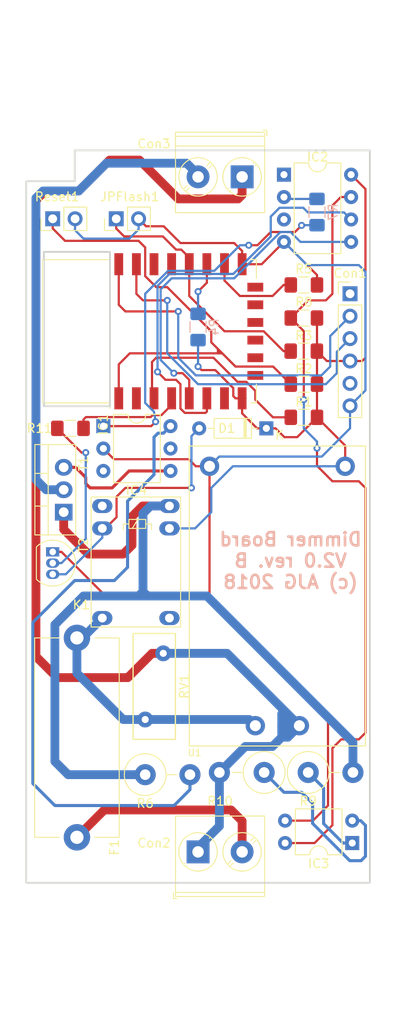
<source format=kicad_pcb>
(kicad_pcb (version 20171130) (host pcbnew "(5.0.1-3-g963ef8bb5)")

  (general
    (thickness 1.6)
    (drawings 472)
    (tracks 381)
    (zones 0)
    (modules 27)
    (nets 44)
  )

  (page A4)
  (layers
    (0 F.Cu signal)
    (31 B.Cu signal)
    (32 B.Adhes user)
    (33 F.Adhes user)
    (34 B.Paste user)
    (35 F.Paste user)
    (36 B.SilkS user)
    (37 F.SilkS user)
    (38 B.Mask user)
    (39 F.Mask user)
    (40 Dwgs.User user)
    (41 Cmts.User user)
    (42 Eco1.User user)
    (43 Eco2.User user)
    (44 Edge.Cuts user)
    (45 Margin user)
    (46 B.CrtYd user)
    (47 F.CrtYd user)
    (48 B.Fab user)
    (49 F.Fab user)
  )

  (setup
    (last_trace_width 0.25)
    (trace_clearance 0.1)
    (zone_clearance 0.508)
    (zone_45_only no)
    (trace_min 0.2)
    (segment_width 0.2)
    (edge_width 0.2)
    (via_size 0.8)
    (via_drill 0.4)
    (via_min_size 0.4)
    (via_min_drill 0.3)
    (uvia_size 0.3)
    (uvia_drill 0.1)
    (uvias_allowed no)
    (uvia_min_size 0.2)
    (uvia_min_drill 0.1)
    (pcb_text_width 0.3)
    (pcb_text_size 1.5 1.5)
    (mod_edge_width 0.15)
    (mod_text_size 1 1)
    (mod_text_width 0.15)
    (pad_size 0.2 0.2)
    (pad_drill 0)
    (pad_to_mask_clearance 0)
    (solder_mask_min_width 0.25)
    (aux_axis_origin 0 0)
    (visible_elements FFFFF77F)
    (pcbplotparams
      (layerselection 0x010f0_ffffffff)
      (usegerberextensions false)
      (usegerberattributes false)
      (usegerberadvancedattributes false)
      (creategerberjobfile false)
      (excludeedgelayer true)
      (linewidth 0.100000)
      (plotframeref false)
      (viasonmask false)
      (mode 1)
      (useauxorigin false)
      (hpglpennumber 1)
      (hpglpenspeed 20)
      (hpglpendiameter 15.000000)
      (psnegative false)
      (psa4output false)
      (plotreference true)
      (plotvalue true)
      (plotinvisibletext false)
      (padsonsilk false)
      (subtractmaskfromsilk false)
      (outputformat 1)
      (mirror false)
      (drillshape 0)
      (scaleselection 1)
      (outputdirectory "Gerber 24-11-2018/"))
  )

  (net 0 "")
  (net 1 "Net-(Con1-Pad1)")
  (net 2 "Net-(Con1-Pad2)")
  (net 3 "Net-(Con1-Pad3)")
  (net 4 +3V3)
  (net 5 "Net-(Con1-Pad5)")
  (net 6 GND)
  (net 7 NEUT)
  (net 8 LINE)
  (net 9 "Net-(Con3-Pad2)")
  (net 10 "Net-(D1-Pad2)")
  (net 11 "Net-(IC1-Pad1)")
  (net 12 "Net-(IC1-Pad2)")
  (net 13 "Net-(IC1-Pad3)")
  (net 14 "Net-(IC1-Pad4)")
  (net 15 "Net-(IC1-Pad5)")
  (net 16 "Net-(IC1-Pad6)")
  (net 17 "Net-(IC1-Pad7)")
  (net 18 "Net-(IC1-Pad9)")
  (net 19 "Net-(IC1-Pad10)")
  (net 20 "Net-(IC1-Pad11)")
  (net 21 "Net-(IC1-Pad12)")
  (net 22 "Net-(IC1-Pad13)")
  (net 23 "Net-(IC1-Pad14)")
  (net 24 "Net-(IC1-Pad16)")
  (net 25 "Net-(IC1-Pad17)")
  (net 26 "Net-(IC1-Pad18)")
  (net 27 "Net-(IC1-Pad19)")
  (net 28 "Net-(IC1-Pad20)")
  (net 29 "Net-(IC2-Pad1)")
  (net 30 "Net-(IC2-Pad2)")
  (net 31 "Net-(IC2-Pad3)")
  (net 32 "Net-(IC2-Pad7)")
  (net 33 "Net-(IC3-Pad1)")
  (net 34 "Net-(IC3-Pad2)")
  (net 35 "Net-(IC4-Pad1)")
  (net 36 "Net-(IC4-Pad4)")
  (net 37 "Net-(IC4-Pad5)")
  (net 38 "Net-(IC4-Pad3)")
  (net 39 "Net-(IC4-Pad6)")
  (net 40 "Net-(K1-Pad7)")
  (net 41 HT)
  (net 42 "Net-(R11-Pad1)")
  (net 43 "Net-(Con2-Pad2)")

  (net_class Default "Dit is de standaard class."
    (clearance 0.1)
    (trace_width 0.25)
    (via_dia 0.8)
    (via_drill 0.4)
    (uvia_dia 0.3)
    (uvia_drill 0.1)
    (add_net "Net-(Con1-Pad1)")
    (add_net "Net-(Con1-Pad2)")
    (add_net "Net-(Con1-Pad3)")
    (add_net "Net-(Con1-Pad5)")
    (add_net "Net-(D1-Pad2)")
    (add_net "Net-(IC1-Pad1)")
    (add_net "Net-(IC1-Pad10)")
    (add_net "Net-(IC1-Pad11)")
    (add_net "Net-(IC1-Pad12)")
    (add_net "Net-(IC1-Pad13)")
    (add_net "Net-(IC1-Pad14)")
    (add_net "Net-(IC1-Pad16)")
    (add_net "Net-(IC1-Pad17)")
    (add_net "Net-(IC1-Pad18)")
    (add_net "Net-(IC1-Pad19)")
    (add_net "Net-(IC1-Pad2)")
    (add_net "Net-(IC1-Pad20)")
    (add_net "Net-(IC1-Pad3)")
    (add_net "Net-(IC1-Pad4)")
    (add_net "Net-(IC1-Pad5)")
    (add_net "Net-(IC1-Pad6)")
    (add_net "Net-(IC1-Pad7)")
    (add_net "Net-(IC1-Pad9)")
    (add_net "Net-(IC2-Pad1)")
    (add_net "Net-(IC2-Pad2)")
    (add_net "Net-(IC2-Pad3)")
    (add_net "Net-(IC2-Pad7)")
    (add_net "Net-(IC4-Pad1)")
    (add_net "Net-(IC4-Pad3)")
    (add_net "Net-(IC4-Pad5)")
    (add_net "Net-(K1-Pad7)")
    (add_net "Net-(R11-Pad1)")
  )

  (net_class "230V stuurstroom" ""
    (clearance 0.25)
    (trace_width 0.35)
    (via_dia 1)
    (via_drill 0.5)
    (uvia_dia 0.3)
    (uvia_drill 0.1)
    (add_net "Net-(IC3-Pad1)")
    (add_net "Net-(IC3-Pad2)")
    (add_net "Net-(IC4-Pad4)")
    (add_net "Net-(IC4-Pad6)")
  )

  (net_class 230VAC ""
    (clearance 0.5)
    (trace_width 1)
    (via_dia 1.25)
    (via_drill 0.8)
    (uvia_dia 0.3)
    (uvia_drill 0.1)
    (add_net LINE)
    (add_net NEUT)
    (add_net "Net-(Con2-Pad2)")
  )

  (net_class 3V3/GND ""
    (clearance 0.1)
    (trace_width 0.25)
    (via_dia 0.8)
    (via_drill 0.4)
    (uvia_dia 0.3)
    (uvia_drill 0.1)
    (add_net +3V3)
    (add_net GND)
  )

  (net_class HT ""
    (clearance 0.5)
    (trace_width 1)
    (via_dia 1.25)
    (via_drill 0.8)
    (uvia_dia 0.3)
    (uvia_drill 0.1)
    (add_net HT)
    (add_net "Net-(Con3-Pad2)")
  )

  (module Connector_PinHeader_2.54mm:PinHeader_1x02_P2.54mm_Vertical (layer F.Cu) (tedit 59FED5CC) (tstamp 5BDEEEBE)
    (at 79.21 52.25 90)
    (descr "Through hole straight pin header, 1x02, 2.54mm pitch, single row")
    (tags "Through hole pin header THT 1x02 2.54mm single row")
    (path /5BCCD7B8)
    (fp_text reference JPFlash1 (at 2.5 1.54 180) (layer F.SilkS)
      (effects (font (size 1 1) (thickness 0.15)))
    )
    (fp_text value Jumper (at 0 4.87 90) (layer F.Fab)
      (effects (font (size 1 1) (thickness 0.15)))
    )
    (fp_text user %R (at 0 1.27 180) (layer F.Fab)
      (effects (font (size 1 1) (thickness 0.15)))
    )
    (fp_line (start 1.8 -1.8) (end -1.8 -1.8) (layer F.CrtYd) (width 0.05))
    (fp_line (start 1.8 4.35) (end 1.8 -1.8) (layer F.CrtYd) (width 0.05))
    (fp_line (start -1.8 4.35) (end 1.8 4.35) (layer F.CrtYd) (width 0.05))
    (fp_line (start -1.8 -1.8) (end -1.8 4.35) (layer F.CrtYd) (width 0.05))
    (fp_line (start -1.33 -1.33) (end 0 -1.33) (layer F.SilkS) (width 0.12))
    (fp_line (start -1.33 0) (end -1.33 -1.33) (layer F.SilkS) (width 0.12))
    (fp_line (start -1.33 1.27) (end 1.33 1.27) (layer F.SilkS) (width 0.12))
    (fp_line (start 1.33 1.27) (end 1.33 3.87) (layer F.SilkS) (width 0.12))
    (fp_line (start -1.33 1.27) (end -1.33 3.87) (layer F.SilkS) (width 0.12))
    (fp_line (start -1.33 3.87) (end 1.33 3.87) (layer F.SilkS) (width 0.12))
    (fp_line (start -1.27 -0.635) (end -0.635 -1.27) (layer F.Fab) (width 0.1))
    (fp_line (start -1.27 3.81) (end -1.27 -0.635) (layer F.Fab) (width 0.1))
    (fp_line (start 1.27 3.81) (end -1.27 3.81) (layer F.Fab) (width 0.1))
    (fp_line (start 1.27 -1.27) (end 1.27 3.81) (layer F.Fab) (width 0.1))
    (fp_line (start -0.635 -1.27) (end 1.27 -1.27) (layer F.Fab) (width 0.1))
    (pad 2 thru_hole oval (at 0 2.54 90) (size 1.7 1.7) (drill 1) (layers *.Cu *.Mask)
      (net 6 GND))
    (pad 1 thru_hole rect (at 0 0 90) (size 1.7 1.7) (drill 1) (layers *.Cu *.Mask)
      (net 26 "Net-(IC1-Pad18)"))
    (model ${KISYS3DMOD}/Connector_PinHeader_2.54mm.3dshapes/PinHeader_1x02_P2.54mm_Vertical.wrl
      (at (xyz 0 0 0))
      (scale (xyz 1 1 1))
      (rotate (xyz 0 0 0))
    )
  )

  (module Resistor_SMD:R_1206_3216Metric_Pad1.42x1.75mm_HandSolder (layer F.Cu) (tedit 5B301BBD) (tstamp 5BDF0B0A)
    (at 100.5125 74.75 180)
    (descr "Resistor SMD 1206 (3216 Metric), square (rectangular) end terminal, IPC_7351 nominal with elongated pad for handsoldering. (Body size source: http://www.tortai-tech.com/upload/download/2011102023233369053.pdf), generated with kicad-footprint-generator")
    (tags "resistor handsolder")
    (path /5BCC9DCB)
    (attr smd)
    (fp_text reference R1 (at 0 1.75 180) (layer F.SilkS)
      (effects (font (size 1 1) (thickness 0.15)))
    )
    (fp_text value 10K (at 0 1.82 180) (layer F.Fab)
      (effects (font (size 1 1) (thickness 0.15)))
    )
    (fp_line (start -1.6 0.8) (end -1.6 -0.8) (layer F.Fab) (width 0.1))
    (fp_line (start -1.6 -0.8) (end 1.6 -0.8) (layer F.Fab) (width 0.1))
    (fp_line (start 1.6 -0.8) (end 1.6 0.8) (layer F.Fab) (width 0.1))
    (fp_line (start 1.6 0.8) (end -1.6 0.8) (layer F.Fab) (width 0.1))
    (fp_line (start -0.602064 -0.91) (end 0.602064 -0.91) (layer F.SilkS) (width 0.12))
    (fp_line (start -0.602064 0.91) (end 0.602064 0.91) (layer F.SilkS) (width 0.12))
    (fp_line (start -2.45 1.12) (end -2.45 -1.12) (layer F.CrtYd) (width 0.05))
    (fp_line (start -2.45 -1.12) (end 2.45 -1.12) (layer F.CrtYd) (width 0.05))
    (fp_line (start 2.45 -1.12) (end 2.45 1.12) (layer F.CrtYd) (width 0.05))
    (fp_line (start 2.45 1.12) (end -2.45 1.12) (layer F.CrtYd) (width 0.05))
    (fp_text user %R (at 0.274999 -0.095001 180) (layer F.Fab)
      (effects (font (size 0.8 0.8) (thickness 0.12)))
    )
    (pad 1 smd roundrect (at -1.4875 0 180) (size 1.425 1.75) (layers F.Cu F.Paste F.Mask) (roundrect_rratio 0.175439)
      (net 4 +3V3))
    (pad 2 smd roundrect (at 1.4875 0 180) (size 1.425 1.75) (layers F.Cu F.Paste F.Mask) (roundrect_rratio 0.175439)
      (net 13 "Net-(IC1-Pad3)"))
    (model ${KISYS3DMOD}/Resistor_SMD.3dshapes/R_1206_3216Metric.wrl
      (at (xyz 0 0 0))
      (scale (xyz 1 1 1))
      (rotate (xyz 0 0 0))
    )
  )

  (module Resistor_SMD:R_1206_3216Metric_Pad1.42x1.75mm_HandSolder (layer F.Cu) (tedit 5B301BBD) (tstamp 5BDF0812)
    (at 100.5125 71 180)
    (descr "Resistor SMD 1206 (3216 Metric), square (rectangular) end terminal, IPC_7351 nominal with elongated pad for handsoldering. (Body size source: http://www.tortai-tech.com/upload/download/2011102023233369053.pdf), generated with kicad-footprint-generator")
    (tags "resistor handsolder")
    (path /5BCCA1F7)
    (attr smd)
    (fp_text reference R2 (at 0.0125 1.75 180) (layer F.SilkS)
      (effects (font (size 1 1) (thickness 0.15)))
    )
    (fp_text value 10K (at 0 1.82 180) (layer F.Fab)
      (effects (font (size 1 1) (thickness 0.15)))
    )
    (fp_text user %R (at 0 0 180) (layer F.Fab)
      (effects (font (size 0.8 0.8) (thickness 0.12)))
    )
    (fp_line (start 2.45 1.12) (end -2.45 1.12) (layer F.CrtYd) (width 0.05))
    (fp_line (start 2.45 -1.12) (end 2.45 1.12) (layer F.CrtYd) (width 0.05))
    (fp_line (start -2.45 -1.12) (end 2.45 -1.12) (layer F.CrtYd) (width 0.05))
    (fp_line (start -2.45 1.12) (end -2.45 -1.12) (layer F.CrtYd) (width 0.05))
    (fp_line (start -0.602064 0.91) (end 0.602064 0.91) (layer F.SilkS) (width 0.12))
    (fp_line (start -0.602064 -0.91) (end 0.602064 -0.91) (layer F.SilkS) (width 0.12))
    (fp_line (start 1.6 0.8) (end -1.6 0.8) (layer F.Fab) (width 0.1))
    (fp_line (start 1.6 -0.8) (end 1.6 0.8) (layer F.Fab) (width 0.1))
    (fp_line (start -1.6 -0.8) (end 1.6 -0.8) (layer F.Fab) (width 0.1))
    (fp_line (start -1.6 0.8) (end -1.6 -0.8) (layer F.Fab) (width 0.1))
    (pad 2 smd roundrect (at 1.4875 0 180) (size 1.425 1.75) (layers F.Cu F.Paste F.Mask) (roundrect_rratio 0.175439)
      (net 11 "Net-(IC1-Pad1)"))
    (pad 1 smd roundrect (at -1.4875 0 180) (size 1.425 1.75) (layers F.Cu F.Paste F.Mask) (roundrect_rratio 0.175439)
      (net 4 +3V3))
    (model ${KISYS3DMOD}/Resistor_SMD.3dshapes/R_1206_3216Metric.wrl
      (at (xyz 0 0 0))
      (scale (xyz 1 1 1))
      (rotate (xyz 0 0 0))
    )
  )

  (module Resistor_SMD:R_1206_3216Metric_Pad1.42x1.75mm_HandSolder (layer F.Cu) (tedit 5B301BBD) (tstamp 5BDEEF33)
    (at 100.5125 59.75)
    (descr "Resistor SMD 1206 (3216 Metric), square (rectangular) end terminal, IPC_7351 nominal with elongated pad for handsoldering. (Body size source: http://www.tortai-tech.com/upload/download/2011102023233369053.pdf), generated with kicad-footprint-generator")
    (tags "resistor handsolder")
    (path /5BCCAED9)
    (attr smd)
    (fp_text reference R5 (at 0 -1.82) (layer F.SilkS)
      (effects (font (size 1 1) (thickness 0.15)))
    )
    (fp_text value 10K (at 0 1.82) (layer F.Fab)
      (effects (font (size 1 1) (thickness 0.15)))
    )
    (fp_line (start -1.6 0.8) (end -1.6 -0.8) (layer F.Fab) (width 0.1))
    (fp_line (start -1.6 -0.8) (end 1.6 -0.8) (layer F.Fab) (width 0.1))
    (fp_line (start 1.6 -0.8) (end 1.6 0.8) (layer F.Fab) (width 0.1))
    (fp_line (start 1.6 0.8) (end -1.6 0.8) (layer F.Fab) (width 0.1))
    (fp_line (start -0.602064 -0.91) (end 0.602064 -0.91) (layer F.SilkS) (width 0.12))
    (fp_line (start -0.602064 0.91) (end 0.602064 0.91) (layer F.SilkS) (width 0.12))
    (fp_line (start -2.45 1.12) (end -2.45 -1.12) (layer F.CrtYd) (width 0.05))
    (fp_line (start -2.45 -1.12) (end 2.45 -1.12) (layer F.CrtYd) (width 0.05))
    (fp_line (start 2.45 -1.12) (end 2.45 1.12) (layer F.CrtYd) (width 0.05))
    (fp_line (start 2.45 1.12) (end -2.45 1.12) (layer F.CrtYd) (width 0.05))
    (fp_text user %R (at 0 0) (layer F.Fab)
      (effects (font (size 0.8 0.8) (thickness 0.12)))
    )
    (pad 1 smd roundrect (at -1.4875 0) (size 1.425 1.75) (layers F.Cu F.Paste F.Mask) (roundrect_rratio 0.175439)
      (net 24 "Net-(IC1-Pad16)"))
    (pad 2 smd roundrect (at 1.4875 0) (size 1.425 1.75) (layers F.Cu F.Paste F.Mask) (roundrect_rratio 0.175439)
      (net 6 GND))
    (model ${KISYS3DMOD}/Resistor_SMD.3dshapes/R_1206_3216Metric.wrl
      (at (xyz 0 0 0))
      (scale (xyz 1 1 1))
      (rotate (xyz 0 0 0))
    )
  )

  (module Resistor_THT:R_Axial_DIN0414_L11.9mm_D4.5mm_P5.08mm_Vertical (layer F.Cu) (tedit 5AE5139B) (tstamp 5BDEEF42)
    (at 82.5 115.25)
    (descr "Resistor, Axial_DIN0414 series, Axial, Vertical, pin pitch=5.08mm, 2W, length*diameter=11.9*4.5mm^2, http://www.vishay.com/docs/20128/wkxwrx.pdf")
    (tags "Resistor Axial_DIN0414 series Axial Vertical pin pitch 5.08mm 2W length 11.9mm diameter 4.5mm")
    (path /5BCDB744)
    (fp_text reference R6 (at 0 3.25) (layer F.SilkS)
      (effects (font (size 1 1) (thickness 0.15)))
    )
    (fp_text value 1K/1W (at 2.54 3.37) (layer F.Fab)
      (effects (font (size 1 1) (thickness 0.15)))
    )
    (fp_circle (center 0 0) (end 2.25 0) (layer F.Fab) (width 0.1))
    (fp_circle (center 0 0) (end 2.37 0) (layer F.SilkS) (width 0.12))
    (fp_line (start 0 0) (end 5.08 0) (layer F.Fab) (width 0.1))
    (fp_line (start 2.37 0) (end 3.58 0) (layer F.SilkS) (width 0.12))
    (fp_line (start -2.5 -2.5) (end -2.5 2.5) (layer F.CrtYd) (width 0.05))
    (fp_line (start -2.5 2.5) (end 6.53 2.5) (layer F.CrtYd) (width 0.05))
    (fp_line (start 6.53 2.5) (end 6.53 -2.5) (layer F.CrtYd) (width 0.05))
    (fp_line (start 6.53 -2.5) (end -2.5 -2.5) (layer F.CrtYd) (width 0.05))
    (fp_text user %R (at 2.54 -3.37) (layer F.Fab)
      (effects (font (size 1 1) (thickness 0.15)))
    )
    (pad 1 thru_hole circle (at 0 0) (size 2.4 2.4) (drill 1.2) (layers *.Cu *.Mask)
      (net 41 HT))
    (pad 2 thru_hole oval (at 5.08 0) (size 2.4 2.4) (drill 1.2) (layers *.Cu *.Mask)
      (net 39 "Net-(IC4-Pad6)"))
    (model ${KISYS3DMOD}/Resistor_THT.3dshapes/R_Axial_DIN0414_L11.9mm_D4.5mm_P5.08mm_Vertical.wrl
      (at (xyz 0 0 0))
      (scale (xyz 1 1 1))
      (rotate (xyz 0 0 0))
    )
  )

  (module Resistor_SMD:R_1206_3216Metric_Pad1.42x1.75mm_HandSolder (layer B.Cu) (tedit 5B301BBD) (tstamp 5BDEEF53)
    (at 102 51.4875 90)
    (descr "Resistor SMD 1206 (3216 Metric), square (rectangular) end terminal, IPC_7351 nominal with elongated pad for handsoldering. (Body size source: http://www.tortai-tech.com/upload/download/2011102023233369053.pdf), generated with kicad-footprint-generator")
    (tags "resistor handsolder")
    (path /5BCE0AC6)
    (attr smd)
    (fp_text reference R7 (at 0 1.82 90) (layer B.SilkS)
      (effects (font (size 1 1) (thickness 0.15)) (justify mirror))
    )
    (fp_text value 470 (at 0 -1.82 90) (layer B.Fab)
      (effects (font (size 1 1) (thickness 0.15)) (justify mirror))
    )
    (fp_text user %R (at 0 0 90) (layer B.Fab)
      (effects (font (size 0.8 0.8) (thickness 0.12)) (justify mirror))
    )
    (fp_line (start 2.45 -1.12) (end -2.45 -1.12) (layer B.CrtYd) (width 0.05))
    (fp_line (start 2.45 1.12) (end 2.45 -1.12) (layer B.CrtYd) (width 0.05))
    (fp_line (start -2.45 1.12) (end 2.45 1.12) (layer B.CrtYd) (width 0.05))
    (fp_line (start -2.45 -1.12) (end -2.45 1.12) (layer B.CrtYd) (width 0.05))
    (fp_line (start -0.602064 -0.91) (end 0.602064 -0.91) (layer B.SilkS) (width 0.12))
    (fp_line (start -0.602064 0.91) (end 0.602064 0.91) (layer B.SilkS) (width 0.12))
    (fp_line (start 1.6 -0.8) (end -1.6 -0.8) (layer B.Fab) (width 0.1))
    (fp_line (start 1.6 0.8) (end 1.6 -0.8) (layer B.Fab) (width 0.1))
    (fp_line (start -1.6 0.8) (end 1.6 0.8) (layer B.Fab) (width 0.1))
    (fp_line (start -1.6 -0.8) (end -1.6 0.8) (layer B.Fab) (width 0.1))
    (pad 2 smd roundrect (at 1.4875 0 90) (size 1.425 1.75) (layers B.Cu B.Paste B.Mask) (roundrect_rratio 0.175439)
      (net 30 "Net-(IC2-Pad2)"))
    (pad 1 smd roundrect (at -1.4875 0 90) (size 1.425 1.75) (layers B.Cu B.Paste B.Mask) (roundrect_rratio 0.175439)
      (net 35 "Net-(IC4-Pad1)"))
    (model ${KISYS3DMOD}/Resistor_SMD.3dshapes/R_1206_3216Metric.wrl
      (at (xyz 0 0 0))
      (scale (xyz 1 1 1))
      (rotate (xyz 0 0 0))
    )
  )

  (module Resistor_SMD:R_1206_3216Metric_Pad1.42x1.75mm_HandSolder (layer F.Cu) (tedit 5B301BBD) (tstamp 5BDEEF64)
    (at 100.5125 63.5)
    (descr "Resistor SMD 1206 (3216 Metric), square (rectangular) end terminal, IPC_7351 nominal with elongated pad for handsoldering. (Body size source: http://www.tortai-tech.com/upload/download/2011102023233369053.pdf), generated with kicad-footprint-generator")
    (tags "resistor handsolder")
    (path /5BCE7343)
    (attr smd)
    (fp_text reference R8 (at 0 -1.82) (layer F.SilkS)
      (effects (font (size 1 1) (thickness 0.15)))
    )
    (fp_text value 10K (at 0 1.82) (layer F.Fab)
      (effects (font (size 1 1) (thickness 0.15)))
    )
    (fp_line (start -1.6 0.8) (end -1.6 -0.8) (layer F.Fab) (width 0.1))
    (fp_line (start -1.6 -0.8) (end 1.6 -0.8) (layer F.Fab) (width 0.1))
    (fp_line (start 1.6 -0.8) (end 1.6 0.8) (layer F.Fab) (width 0.1))
    (fp_line (start 1.6 0.8) (end -1.6 0.8) (layer F.Fab) (width 0.1))
    (fp_line (start -0.602064 -0.91) (end 0.602064 -0.91) (layer F.SilkS) (width 0.12))
    (fp_line (start -0.602064 0.91) (end 0.602064 0.91) (layer F.SilkS) (width 0.12))
    (fp_line (start -2.45 1.12) (end -2.45 -1.12) (layer F.CrtYd) (width 0.05))
    (fp_line (start -2.45 -1.12) (end 2.45 -1.12) (layer F.CrtYd) (width 0.05))
    (fp_line (start 2.45 -1.12) (end 2.45 1.12) (layer F.CrtYd) (width 0.05))
    (fp_line (start 2.45 1.12) (end -2.45 1.12) (layer F.CrtYd) (width 0.05))
    (fp_text user %R (at 0 0) (layer F.Fab)
      (effects (font (size 0.8 0.8) (thickness 0.12)))
    )
    (pad 1 smd roundrect (at -1.4875 0) (size 1.425 1.75) (layers F.Cu F.Paste F.Mask) (roundrect_rratio 0.175439)
      (net 32 "Net-(IC2-Pad7)"))
    (pad 2 smd roundrect (at 1.4875 0) (size 1.425 1.75) (layers F.Cu F.Paste F.Mask) (roundrect_rratio 0.175439)
      (net 4 +3V3))
    (model ${KISYS3DMOD}/Resistor_SMD.3dshapes/R_1206_3216Metric.wrl
      (at (xyz 0 0 0))
      (scale (xyz 1 1 1))
      (rotate (xyz 0 0 0))
    )
  )

  (module Resistor_SMD:R_1206_3216Metric_Pad1.42x1.75mm_HandSolder (layer F.Cu) (tedit 5B301BBD) (tstamp 5BDEEF11)
    (at 100.5 67.25 180)
    (descr "Resistor SMD 1206 (3216 Metric), square (rectangular) end terminal, IPC_7351 nominal with elongated pad for handsoldering. (Body size source: http://www.tortai-tech.com/upload/download/2011102023233369053.pdf), generated with kicad-footprint-generator")
    (tags "resistor handsolder")
    (path /5BCCA3DE)
    (attr smd)
    (fp_text reference R3 (at 0 1.75 180) (layer F.SilkS)
      (effects (font (size 1 1) (thickness 0.15)))
    )
    (fp_text value 10K (at 0 1.82 180) (layer F.Fab)
      (effects (font (size 1 1) (thickness 0.15)))
    )
    (fp_text user %R (at 0 0 180) (layer F.Fab)
      (effects (font (size 0.8 0.8) (thickness 0.12)))
    )
    (fp_line (start 2.45 1.12) (end -2.45 1.12) (layer F.CrtYd) (width 0.05))
    (fp_line (start 2.45 -1.12) (end 2.45 1.12) (layer F.CrtYd) (width 0.05))
    (fp_line (start -2.45 -1.12) (end 2.45 -1.12) (layer F.CrtYd) (width 0.05))
    (fp_line (start -2.45 1.12) (end -2.45 -1.12) (layer F.CrtYd) (width 0.05))
    (fp_line (start -0.602064 0.91) (end 0.602064 0.91) (layer F.SilkS) (width 0.12))
    (fp_line (start -0.602064 -0.91) (end 0.602064 -0.91) (layer F.SilkS) (width 0.12))
    (fp_line (start 1.6 0.8) (end -1.6 0.8) (layer F.Fab) (width 0.1))
    (fp_line (start 1.6 -0.8) (end 1.6 0.8) (layer F.Fab) (width 0.1))
    (fp_line (start -1.6 -0.8) (end 1.6 -0.8) (layer F.Fab) (width 0.1))
    (fp_line (start -1.6 0.8) (end -1.6 -0.8) (layer F.Fab) (width 0.1))
    (pad 2 smd roundrect (at 1.4875 0 180) (size 1.425 1.75) (layers F.Cu F.Paste F.Mask) (roundrect_rratio 0.175439)
      (net 26 "Net-(IC1-Pad18)"))
    (pad 1 smd roundrect (at -1.4875 0 180) (size 1.425 1.75) (layers F.Cu F.Paste F.Mask) (roundrect_rratio 0.175439)
      (net 4 +3V3))
    (model ${KISYS3DMOD}/Resistor_SMD.3dshapes/R_1206_3216Metric.wrl
      (at (xyz 0 0 0))
      (scale (xyz 1 1 1))
      (rotate (xyz 0 0 0))
    )
  )

  (module Package_DIP:DIP-6_W7.62mm (layer F.Cu) (tedit 5A02E8C5) (tstamp 5BDEEEA8)
    (at 77.75 75.75)
    (descr "6-lead though-hole mounted DIP package, row spacing 7.62 mm (300 mils)")
    (tags "THT DIP DIL PDIP 2.54mm 7.62mm 300mil")
    (path /5BCCCED7)
    (fp_text reference IC4 (at 3.75 7.25) (layer F.SilkS)
      (effects (font (size 1 1) (thickness 0.15)))
    )
    (fp_text value MOC3021M (at 3.81 7.41) (layer F.Fab)
      (effects (font (size 1 1) (thickness 0.15)))
    )
    (fp_arc (start 3.81 -1.33) (end 2.81 -1.33) (angle -180) (layer F.SilkS) (width 0.12))
    (fp_line (start 1.635 -1.27) (end 6.985 -1.27) (layer F.Fab) (width 0.1))
    (fp_line (start 6.985 -1.27) (end 6.985 6.35) (layer F.Fab) (width 0.1))
    (fp_line (start 6.985 6.35) (end 0.635 6.35) (layer F.Fab) (width 0.1))
    (fp_line (start 0.635 6.35) (end 0.635 -0.27) (layer F.Fab) (width 0.1))
    (fp_line (start 0.635 -0.27) (end 1.635 -1.27) (layer F.Fab) (width 0.1))
    (fp_line (start 2.81 -1.33) (end 1.16 -1.33) (layer F.SilkS) (width 0.12))
    (fp_line (start 1.16 -1.33) (end 1.16 6.41) (layer F.SilkS) (width 0.12))
    (fp_line (start 1.16 6.41) (end 6.46 6.41) (layer F.SilkS) (width 0.12))
    (fp_line (start 6.46 6.41) (end 6.46 -1.33) (layer F.SilkS) (width 0.12))
    (fp_line (start 6.46 -1.33) (end 4.81 -1.33) (layer F.SilkS) (width 0.12))
    (fp_line (start -1.1 -1.55) (end -1.1 6.6) (layer F.CrtYd) (width 0.05))
    (fp_line (start -1.1 6.6) (end 8.7 6.6) (layer F.CrtYd) (width 0.05))
    (fp_line (start 8.7 6.6) (end 8.7 -1.55) (layer F.CrtYd) (width 0.05))
    (fp_line (start 8.7 -1.55) (end -1.1 -1.55) (layer F.CrtYd) (width 0.05))
    (fp_text user %R (at 3.81 2.54) (layer F.Fab)
      (effects (font (size 1 1) (thickness 0.15)))
    )
    (pad 1 thru_hole rect (at 0 0) (size 1.6 1.6) (drill 0.8) (layers *.Cu *.Mask)
      (net 35 "Net-(IC4-Pad1)"))
    (pad 4 thru_hole oval (at 7.62 5.08) (size 1.6 1.6) (drill 0.8) (layers *.Cu *.Mask)
      (net 36 "Net-(IC4-Pad4)"))
    (pad 2 thru_hole oval (at 0 2.54) (size 1.6 1.6) (drill 0.8) (layers *.Cu *.Mask)
      (net 6 GND))
    (pad 5 thru_hole oval (at 7.62 2.54) (size 1.6 1.6) (drill 0.8) (layers *.Cu *.Mask)
      (net 37 "Net-(IC4-Pad5)"))
    (pad 3 thru_hole oval (at 0 5.08) (size 1.6 1.6) (drill 0.8) (layers *.Cu *.Mask)
      (net 38 "Net-(IC4-Pad3)"))
    (pad 6 thru_hole oval (at 7.62 0) (size 1.6 1.6) (drill 0.8) (layers *.Cu *.Mask)
      (net 39 "Net-(IC4-Pad6)"))
    (model ${KISYS3DMOD}/Package_DIP.3dshapes/DIP-6_W7.62mm.wrl
      (at (xyz 0 0 0))
      (scale (xyz 1 1 1))
      (rotate (xyz 0 0 0))
    )
  )

  (module TerminalBlock_Phoenix:TerminalBlock_Phoenix_PT-1,5-2-5.0-H_1x02_P5.00mm_Horizontal (layer F.Cu) (tedit 5B294F69) (tstamp 5BDEEDD7)
    (at 93.5 47.5 180)
    (descr "Terminal Block Phoenix PT-1,5-2-5.0-H, 2 pins, pitch 5mm, size 10x9mm^2, drill diamater 1.3mm, pad diameter 2.6mm, see http://www.mouser.com/ds/2/324/ItemDetail_1935161-922578.pdf, script-generated using https://github.com/pointhi/kicad-footprint-generator/scripts/TerminalBlock_Phoenix")
    (tags "THT Terminal Block Phoenix PT-1,5-2-5.0-H pitch 5mm size 10x9mm^2 drill 1.3mm pad 2.6mm")
    (path /5BCD3E4D)
    (fp_text reference Con3 (at 10 3.75 180) (layer F.SilkS)
      (effects (font (size 1 1) (thickness 0.15)))
    )
    (fp_text value out (at 2.5 6.06 180) (layer F.Fab)
      (effects (font (size 1 1) (thickness 0.15)))
    )
    (fp_text user %R (at 2.5 2.9 180) (layer F.Fab)
      (effects (font (size 1 1) (thickness 0.15)))
    )
    (fp_line (start 8 -4.5) (end -3 -4.5) (layer F.CrtYd) (width 0.05))
    (fp_line (start 8 5.5) (end 8 -4.5) (layer F.CrtYd) (width 0.05))
    (fp_line (start -3 5.5) (end 8 5.5) (layer F.CrtYd) (width 0.05))
    (fp_line (start -3 -4.5) (end -3 5.5) (layer F.CrtYd) (width 0.05))
    (fp_line (start -2.8 5.3) (end -2.4 5.3) (layer F.SilkS) (width 0.12))
    (fp_line (start -2.8 4.66) (end -2.8 5.3) (layer F.SilkS) (width 0.12))
    (fp_line (start 3.742 0.992) (end 3.347 1.388) (layer F.SilkS) (width 0.12))
    (fp_line (start 6.388 -1.654) (end 6.008 -1.274) (layer F.SilkS) (width 0.12))
    (fp_line (start 3.993 1.274) (end 3.613 1.654) (layer F.SilkS) (width 0.12))
    (fp_line (start 6.654 -1.388) (end 6.259 -0.992) (layer F.SilkS) (width 0.12))
    (fp_line (start 6.273 -1.517) (end 3.484 1.273) (layer F.Fab) (width 0.1))
    (fp_line (start 6.517 -1.273) (end 3.728 1.517) (layer F.Fab) (width 0.1))
    (fp_line (start -1.548 1.281) (end -1.654 1.388) (layer F.SilkS) (width 0.12))
    (fp_line (start 1.388 -1.654) (end 1.281 -1.547) (layer F.SilkS) (width 0.12))
    (fp_line (start -1.282 1.547) (end -1.388 1.654) (layer F.SilkS) (width 0.12))
    (fp_line (start 1.654 -1.388) (end 1.547 -1.281) (layer F.SilkS) (width 0.12))
    (fp_line (start 1.273 -1.517) (end -1.517 1.273) (layer F.Fab) (width 0.1))
    (fp_line (start 1.517 -1.273) (end -1.273 1.517) (layer F.Fab) (width 0.1))
    (fp_line (start 7.56 -4.06) (end 7.56 5.06) (layer F.SilkS) (width 0.12))
    (fp_line (start -2.56 -4.06) (end -2.56 5.06) (layer F.SilkS) (width 0.12))
    (fp_line (start -2.56 5.06) (end 7.56 5.06) (layer F.SilkS) (width 0.12))
    (fp_line (start -2.56 -4.06) (end 7.56 -4.06) (layer F.SilkS) (width 0.12))
    (fp_line (start -2.56 3.5) (end 7.56 3.5) (layer F.SilkS) (width 0.12))
    (fp_line (start -2.5 3.5) (end 7.5 3.5) (layer F.Fab) (width 0.1))
    (fp_line (start -2.56 4.6) (end 7.56 4.6) (layer F.SilkS) (width 0.12))
    (fp_line (start -2.5 4.6) (end 7.5 4.6) (layer F.Fab) (width 0.1))
    (fp_line (start -2.5 4.6) (end -2.5 -4) (layer F.Fab) (width 0.1))
    (fp_line (start -2.1 5) (end -2.5 4.6) (layer F.Fab) (width 0.1))
    (fp_line (start 7.5 5) (end -2.1 5) (layer F.Fab) (width 0.1))
    (fp_line (start 7.5 -4) (end 7.5 5) (layer F.Fab) (width 0.1))
    (fp_line (start -2.5 -4) (end 7.5 -4) (layer F.Fab) (width 0.1))
    (fp_circle (center 5 0) (end 7.18 0) (layer F.SilkS) (width 0.12))
    (fp_circle (center 5 0) (end 7 0) (layer F.Fab) (width 0.1))
    (fp_circle (center 0 0) (end 2.18 0) (layer F.SilkS) (width 0.12))
    (fp_circle (center 0 0) (end 2 0) (layer F.Fab) (width 0.1))
    (pad 2 thru_hole circle (at 5 0 180) (size 2.6 2.6) (drill 1.3) (layers *.Cu *.Mask)
      (net 9 "Net-(Con3-Pad2)"))
    (pad 1 thru_hole rect (at 0 0 180) (size 2.6 2.6) (drill 1.3) (layers *.Cu *.Mask)
      (net 7 NEUT))
    (model ${KISYS3DMOD}/TerminalBlock_Phoenix.3dshapes/TerminalBlock_Phoenix_MKDS1.5-2pol.wrl
      (offset (xyz 2.5 0 0))
      (scale (xyz 1 1 1))
      (rotate (xyz 0 0 0))
    )
  )

  (module Package_DIP:DIP-8_W7.62mm (layer F.Cu) (tedit 5A02E8C5) (tstamp 5BDEEE76)
    (at 98.25 47.25)
    (descr "8-lead though-hole mounted DIP package, row spacing 7.62 mm (300 mils)")
    (tags "THT DIP DIL PDIP 2.54mm 7.62mm 300mil")
    (path /5BCCC948)
    (fp_text reference IC2 (at 3.81 -2) (layer F.SilkS)
      (effects (font (size 1 1) (thickness 0.15)))
    )
    (fp_text value ATtiny85-20PU (at 3.81 9.95) (layer F.Fab)
      (effects (font (size 1 1) (thickness 0.15)))
    )
    (fp_arc (start 3.81 -1.33) (end 2.81 -1.33) (angle -180) (layer F.SilkS) (width 0.12))
    (fp_line (start 1.635 -1.27) (end 6.985 -1.27) (layer F.Fab) (width 0.1))
    (fp_line (start 6.985 -1.27) (end 6.985 8.89) (layer F.Fab) (width 0.1))
    (fp_line (start 6.985 8.89) (end 0.635 8.89) (layer F.Fab) (width 0.1))
    (fp_line (start 0.635 8.89) (end 0.635 -0.27) (layer F.Fab) (width 0.1))
    (fp_line (start 0.635 -0.27) (end 1.635 -1.27) (layer F.Fab) (width 0.1))
    (fp_line (start 2.81 -1.33) (end 1.16 -1.33) (layer F.SilkS) (width 0.12))
    (fp_line (start 1.16 -1.33) (end 1.16 8.95) (layer F.SilkS) (width 0.12))
    (fp_line (start 1.16 8.95) (end 6.46 8.95) (layer F.SilkS) (width 0.12))
    (fp_line (start 6.46 8.95) (end 6.46 -1.33) (layer F.SilkS) (width 0.12))
    (fp_line (start 6.46 -1.33) (end 4.81 -1.33) (layer F.SilkS) (width 0.12))
    (fp_line (start -1.1 -1.55) (end -1.1 9.15) (layer F.CrtYd) (width 0.05))
    (fp_line (start -1.1 9.15) (end 8.7 9.15) (layer F.CrtYd) (width 0.05))
    (fp_line (start 8.7 9.15) (end 8.7 -1.55) (layer F.CrtYd) (width 0.05))
    (fp_line (start 8.7 -1.55) (end -1.1 -1.55) (layer F.CrtYd) (width 0.05))
    (fp_text user %R (at 3.81 3.81) (layer F.Fab)
      (effects (font (size 1 1) (thickness 0.15)))
    )
    (pad 1 thru_hole rect (at 0 0) (size 1.6 1.6) (drill 0.8) (layers *.Cu *.Mask)
      (net 29 "Net-(IC2-Pad1)"))
    (pad 5 thru_hole oval (at 7.62 7.62) (size 1.6 1.6) (drill 0.8) (layers *.Cu *.Mask)
      (net 15 "Net-(IC1-Pad5)"))
    (pad 2 thru_hole oval (at 0 2.54) (size 1.6 1.6) (drill 0.8) (layers *.Cu *.Mask)
      (net 30 "Net-(IC2-Pad2)"))
    (pad 6 thru_hole oval (at 7.62 5.08) (size 1.6 1.6) (drill 0.8) (layers *.Cu *.Mask)
      (net 16 "Net-(IC1-Pad6)"))
    (pad 3 thru_hole oval (at 0 5.08) (size 1.6 1.6) (drill 0.8) (layers *.Cu *.Mask)
      (net 31 "Net-(IC2-Pad3)"))
    (pad 7 thru_hole oval (at 7.62 2.54) (size 1.6 1.6) (drill 0.8) (layers *.Cu *.Mask)
      (net 32 "Net-(IC2-Pad7)"))
    (pad 4 thru_hole oval (at 0 7.62) (size 1.6 1.6) (drill 0.8) (layers *.Cu *.Mask)
      (net 6 GND))
    (pad 8 thru_hole oval (at 7.62 0) (size 1.6 1.6) (drill 0.8) (layers *.Cu *.Mask)
      (net 4 +3V3))
    (model ${KISYS3DMOD}/Package_DIP.3dshapes/DIP-8_W7.62mm.wrl
      (at (xyz 0 0 0))
      (scale (xyz 1 1 1))
      (rotate (xyz 0 0 0))
    )
  )

  (module Connector_PinHeader_2.54mm:PinHeader_1x02_P2.54mm_Vertical (layer F.Cu) (tedit 59FED5CC) (tstamp 5BDEEFA9)
    (at 72 52.25 90)
    (descr "Through hole straight pin header, 1x02, 2.54mm pitch, single row")
    (tags "Through hole pin header THT 1x02 2.54mm single row")
    (path /5BCCCC59)
    (fp_text reference Reset1 (at 2.5 0.5 180) (layer F.SilkS)
      (effects (font (size 1 1) (thickness 0.15)))
    )
    (fp_text value Jumper (at 0 4.87 90) (layer F.Fab)
      (effects (font (size 1 1) (thickness 0.15)))
    )
    (fp_line (start -0.635 -1.27) (end 1.27 -1.27) (layer F.Fab) (width 0.1))
    (fp_line (start 1.27 -1.27) (end 1.27 3.81) (layer F.Fab) (width 0.1))
    (fp_line (start 1.27 3.81) (end -1.27 3.81) (layer F.Fab) (width 0.1))
    (fp_line (start -1.27 3.81) (end -1.27 -0.635) (layer F.Fab) (width 0.1))
    (fp_line (start -1.27 -0.635) (end -0.635 -1.27) (layer F.Fab) (width 0.1))
    (fp_line (start -1.33 3.87) (end 1.33 3.87) (layer F.SilkS) (width 0.12))
    (fp_line (start -1.33 1.27) (end -1.33 3.87) (layer F.SilkS) (width 0.12))
    (fp_line (start 1.33 1.27) (end 1.33 3.87) (layer F.SilkS) (width 0.12))
    (fp_line (start -1.33 1.27) (end 1.33 1.27) (layer F.SilkS) (width 0.12))
    (fp_line (start -1.33 0) (end -1.33 -1.33) (layer F.SilkS) (width 0.12))
    (fp_line (start -1.33 -1.33) (end 0 -1.33) (layer F.SilkS) (width 0.12))
    (fp_line (start -1.8 -1.8) (end -1.8 4.35) (layer F.CrtYd) (width 0.05))
    (fp_line (start -1.8 4.35) (end 1.8 4.35) (layer F.CrtYd) (width 0.05))
    (fp_line (start 1.8 4.35) (end 1.8 -1.8) (layer F.CrtYd) (width 0.05))
    (fp_line (start 1.8 -1.8) (end -1.8 -1.8) (layer F.CrtYd) (width 0.05))
    (fp_text user %R (at 0 1.27 180) (layer F.Fab)
      (effects (font (size 1 1) (thickness 0.15)))
    )
    (pad 1 thru_hole rect (at 0 0 90) (size 1.7 1.7) (drill 1) (layers *.Cu *.Mask)
      (net 11 "Net-(IC1-Pad1)"))
    (pad 2 thru_hole oval (at 0 2.54 90) (size 1.7 1.7) (drill 1) (layers *.Cu *.Mask)
      (net 6 GND))
    (model ${KISYS3DMOD}/Connector_PinHeader_2.54mm.3dshapes/PinHeader_1x02_P2.54mm_Vertical.wrl
      (at (xyz 0 0 0))
      (scale (xyz 1 1 1))
      (rotate (xyz 0 0 0))
    )
  )

  (module RF_Module:ESP-12E (layer F.Cu) (tedit 5A030172) (tstamp 5BDEEE5A)
    (at 83 65 90)
    (descr "Wi-Fi Module, http://wiki.ai-thinker.com/_media/esp8266/docs/aithinker_esp_12f_datasheet_en.pdf")
    (tags "Wi-Fi Module")
    (path /5BCC9CFD)
    (attr smd)
    (fp_text reference IC1 (at -10.56 -5.26 90) (layer F.SilkS)
      (effects (font (size 1 1) (thickness 0.15)))
    )
    (fp_text value ESP-12F (at -0.06 -12.78 90) (layer F.Fab)
      (effects (font (size 1 1) (thickness 0.15)))
    )
    (fp_text user Antenna (at -0.06 -7 270) (layer Cmts.User)
      (effects (font (size 1 1) (thickness 0.15)))
    )
    (fp_text user "KEEP-OUT ZONE" (at 0.75 -10 270) (layer Cmts.User)
      (effects (font (size 1 1) (thickness 0.15)))
    )
    (fp_text user %R (at 0.49 -0.8 90) (layer F.Fab)
      (effects (font (size 1 1) (thickness 0.15)))
    )
    (fp_line (start -8 -12) (end 8 -12) (layer F.Fab) (width 0.12))
    (fp_line (start 8 -12) (end 8 12) (layer F.Fab) (width 0.12))
    (fp_line (start 8 12) (end -8 12) (layer F.Fab) (width 0.12))
    (fp_line (start -8 12) (end -8 -3) (layer F.Fab) (width 0.12))
    (fp_line (start -8 -3) (end -7.5 -3.5) (layer F.Fab) (width 0.12))
    (fp_line (start -7.5 -3.5) (end -8 -4) (layer F.Fab) (width 0.12))
    (fp_line (start -8 -4) (end -8 -12) (layer F.Fab) (width 0.12))
    (fp_line (start -9.05 -12.2) (end 9.05 -12.2) (layer F.CrtYd) (width 0.05))
    (fp_line (start 9.05 -12.2) (end 9.05 13.1) (layer F.CrtYd) (width 0.05))
    (fp_line (start 9.05 13.1) (end -9.05 13.1) (layer F.CrtYd) (width 0.05))
    (fp_line (start -9.05 13.1) (end -9.05 -12.2) (layer F.CrtYd) (width 0.05))
    (fp_line (start -8.12 -12.12) (end 8.12 -12.12) (layer F.SilkS) (width 0.12))
    (fp_line (start 8.12 -12.12) (end 8.12 -4.5) (layer F.SilkS) (width 0.12))
    (fp_line (start 8.12 11.5) (end 8.12 12.12) (layer F.SilkS) (width 0.12))
    (fp_line (start 8.12 12.12) (end 6 12.12) (layer F.SilkS) (width 0.12))
    (fp_line (start -6 12.12) (end -8.12 12.12) (layer F.SilkS) (width 0.12))
    (fp_line (start -8.12 12.12) (end -8.12 11.5) (layer F.SilkS) (width 0.12))
    (fp_line (start -8.12 -4.5) (end -8.12 -12.12) (layer F.SilkS) (width 0.12))
    (fp_line (start -8.12 -4.5) (end -8.73 -4.5) (layer F.SilkS) (width 0.12))
    (fp_line (start -8.12 -12.12) (end 8.12 -12.12) (layer Dwgs.User) (width 0.12))
    (fp_line (start 8.12 -12.12) (end 8.12 -4.8) (layer Dwgs.User) (width 0.12))
    (fp_line (start 8.12 -4.8) (end -8.12 -4.8) (layer Dwgs.User) (width 0.12))
    (fp_line (start -8.12 -4.8) (end -8.12 -12.12) (layer Dwgs.User) (width 0.12))
    (fp_line (start -8.12 -9.12) (end -5.12 -12.12) (layer Dwgs.User) (width 0.12))
    (fp_line (start -8.12 -6.12) (end -2.12 -12.12) (layer Dwgs.User) (width 0.12))
    (fp_line (start -6.44 -4.8) (end 0.88 -12.12) (layer Dwgs.User) (width 0.12))
    (fp_line (start -3.44 -4.8) (end 3.88 -12.12) (layer Dwgs.User) (width 0.12))
    (fp_line (start -0.44 -4.8) (end 6.88 -12.12) (layer Dwgs.User) (width 0.12))
    (fp_line (start 2.56 -4.8) (end 8.12 -10.36) (layer Dwgs.User) (width 0.12))
    (fp_line (start 5.56 -4.8) (end 8.12 -7.36) (layer Dwgs.User) (width 0.12))
    (pad 1 smd rect (at -7.6 -3.5 90) (size 2.5 1) (layers F.Cu F.Paste F.Mask)
      (net 11 "Net-(IC1-Pad1)"))
    (pad 2 smd rect (at -7.6 -1.5 90) (size 2.5 1) (layers F.Cu F.Paste F.Mask)
      (net 12 "Net-(IC1-Pad2)"))
    (pad 3 smd rect (at -7.6 0.5 90) (size 2.5 1) (layers F.Cu F.Paste F.Mask)
      (net 13 "Net-(IC1-Pad3)"))
    (pad 4 smd rect (at -7.6 2.5 90) (size 2.5 1) (layers F.Cu F.Paste F.Mask)
      (net 14 "Net-(IC1-Pad4)"))
    (pad 5 smd rect (at -7.6 4.5 90) (size 2.5 1) (layers F.Cu F.Paste F.Mask)
      (net 15 "Net-(IC1-Pad5)"))
    (pad 6 smd rect (at -7.6 6.5 90) (size 2.5 1) (layers F.Cu F.Paste F.Mask)
      (net 16 "Net-(IC1-Pad6)"))
    (pad 7 smd rect (at -7.6 8.5 90) (size 2.5 1) (layers F.Cu F.Paste F.Mask)
      (net 17 "Net-(IC1-Pad7)"))
    (pad 8 smd rect (at -7.6 10.5 90) (size 2.5 1) (layers F.Cu F.Paste F.Mask)
      (net 4 +3V3))
    (pad 9 smd rect (at -5 12 90) (size 1 1.8) (layers F.Cu F.Paste F.Mask)
      (net 18 "Net-(IC1-Pad9)"))
    (pad 10 smd rect (at -3 12 90) (size 1 1.8) (layers F.Cu F.Paste F.Mask)
      (net 19 "Net-(IC1-Pad10)"))
    (pad 11 smd rect (at -1 12 90) (size 1 1.8) (layers F.Cu F.Paste F.Mask)
      (net 20 "Net-(IC1-Pad11)"))
    (pad 12 smd rect (at 1 12 90) (size 1 1.8) (layers F.Cu F.Paste F.Mask)
      (net 21 "Net-(IC1-Pad12)"))
    (pad 13 smd rect (at 3 12 90) (size 1 1.8) (layers F.Cu F.Paste F.Mask)
      (net 22 "Net-(IC1-Pad13)"))
    (pad 14 smd rect (at 5 12 90) (size 1 1.8) (layers F.Cu F.Paste F.Mask)
      (net 23 "Net-(IC1-Pad14)"))
    (pad 15 smd rect (at 7.6 10.5 90) (size 2.5 1) (layers F.Cu F.Paste F.Mask)
      (net 6 GND))
    (pad 16 smd rect (at 7.6 8.5 90) (size 2.5 1) (layers F.Cu F.Paste F.Mask)
      (net 24 "Net-(IC1-Pad16)"))
    (pad 17 smd rect (at 7.6 6.5 90) (size 2.5 1) (layers F.Cu F.Paste F.Mask)
      (net 25 "Net-(IC1-Pad17)"))
    (pad 18 smd rect (at 7.6 4.5 90) (size 2.5 1) (layers F.Cu F.Paste F.Mask)
      (net 26 "Net-(IC1-Pad18)"))
    (pad 19 smd rect (at 7.6 2.5 90) (size 2.5 1) (layers F.Cu F.Paste F.Mask)
      (net 27 "Net-(IC1-Pad19)"))
    (pad 20 smd rect (at 7.6 0.5 90) (size 2.5 1) (layers F.Cu F.Paste F.Mask)
      (net 28 "Net-(IC1-Pad20)"))
    (pad 21 smd rect (at 7.6 -1.5 90) (size 2.5 1) (layers F.Cu F.Paste F.Mask)
      (net 3 "Net-(Con1-Pad3)"))
    (pad 22 smd rect (at 7.6 -3.5 90) (size 2.5 1) (layers F.Cu F.Paste F.Mask)
      (net 2 "Net-(Con1-Pad2)"))
    (model ${KISYS3DMOD}/ESP8266.3dshapes/ESP-12-E-better.wrl
      (offset (xyz -7 3.5 0))
      (scale (xyz 1 1 1))
      (rotate (xyz 0 0 0))
    )
  )

  (module Resistor_SMD:R_1206_3216Metric_Pad1.42x1.75mm_HandSolder (layer B.Cu) (tedit 5B301BBD) (tstamp 5BDF2D10)
    (at 88.5 64.5125 90)
    (descr "Resistor SMD 1206 (3216 Metric), square (rectangular) end terminal, IPC_7351 nominal with elongated pad for handsoldering. (Body size source: http://www.tortai-tech.com/upload/download/2011102023233369053.pdf), generated with kicad-footprint-generator")
    (tags "resistor handsolder")
    (path /5BCCA2A3)
    (attr smd)
    (fp_text reference R4 (at 0 1.82 90) (layer B.SilkS)
      (effects (font (size 1 1) (thickness 0.15)) (justify mirror))
    )
    (fp_text value 10K (at 0 -1.82 90) (layer B.Fab)
      (effects (font (size 1 1) (thickness 0.15)) (justify mirror))
    )
    (fp_line (start -1.6 -0.8) (end -1.6 0.8) (layer B.Fab) (width 0.1))
    (fp_line (start -1.6 0.8) (end 1.6 0.8) (layer B.Fab) (width 0.1))
    (fp_line (start 1.6 0.8) (end 1.6 -0.8) (layer B.Fab) (width 0.1))
    (fp_line (start 1.6 -0.8) (end -1.6 -0.8) (layer B.Fab) (width 0.1))
    (fp_line (start -0.602064 0.91) (end 0.602064 0.91) (layer B.SilkS) (width 0.12))
    (fp_line (start -0.602064 -0.91) (end 0.602064 -0.91) (layer B.SilkS) (width 0.12))
    (fp_line (start -2.45 -1.12) (end -2.45 1.12) (layer B.CrtYd) (width 0.05))
    (fp_line (start -2.45 1.12) (end 2.45 1.12) (layer B.CrtYd) (width 0.05))
    (fp_line (start 2.45 1.12) (end 2.45 -1.12) (layer B.CrtYd) (width 0.05))
    (fp_line (start 2.45 -1.12) (end -2.45 -1.12) (layer B.CrtYd) (width 0.05))
    (fp_text user %R (at 0 0 90) (layer B.Fab)
      (effects (font (size 0.8 0.8) (thickness 0.12)) (justify mirror))
    )
    (pad 1 smd roundrect (at -1.4875 0 90) (size 1.425 1.75) (layers B.Cu B.Paste B.Mask) (roundrect_rratio 0.175439)
      (net 4 +3V3))
    (pad 2 smd roundrect (at 1.4875 0 90) (size 1.425 1.75) (layers B.Cu B.Paste B.Mask) (roundrect_rratio 0.175439)
      (net 25 "Net-(IC1-Pad17)"))
    (model ${KISYS3DMOD}/Resistor_SMD.3dshapes/R_1206_3216Metric.wrl
      (at (xyz 0 0 0))
      (scale (xyz 1 1 1))
      (rotate (xyz 0 0 0))
    )
  )

  (module Package_TO_SOT_THT:TO-92_Inline (layer F.Cu) (tedit 5A1DD157) (tstamp 5BDEEFE8)
    (at 72 90 270)
    (descr "TO-92 leads in-line, narrow, oval pads, drill 0.75mm (see NXP sot054_po.pdf)")
    (tags "to-92 sc-43 sc-43a sot54 PA33 transistor")
    (path /5BD1D03B)
    (fp_text reference T2 (at -0.75 -3.5 270) (layer F.SilkS)
      (effects (font (size 1 1) (thickness 0.15)))
    )
    (fp_text value 2N3904 (at 1.75 3 270) (layer F.Fab)
      (effects (font (size 1 1) (thickness 0.15)))
    )
    (fp_text user %R (at 1.27 -3.56 270) (layer F.Fab)
      (effects (font (size 1 1) (thickness 0.15)))
    )
    (fp_line (start -0.53 1.85) (end 3.07 1.85) (layer F.SilkS) (width 0.12))
    (fp_line (start -0.5 1.75) (end 3 1.75) (layer F.Fab) (width 0.1))
    (fp_line (start -1.46 -2.73) (end 4 -2.73) (layer F.CrtYd) (width 0.05))
    (fp_line (start -1.46 -2.73) (end -1.46 2.01) (layer F.CrtYd) (width 0.05))
    (fp_line (start 4 2.01) (end 4 -2.73) (layer F.CrtYd) (width 0.05))
    (fp_line (start 4 2.01) (end -1.46 2.01) (layer F.CrtYd) (width 0.05))
    (fp_arc (start 1.27 0) (end 1.27 -2.48) (angle 135) (layer F.Fab) (width 0.1))
    (fp_arc (start 1.27 0) (end 1.27 -2.6) (angle -135) (layer F.SilkS) (width 0.12))
    (fp_arc (start 1.27 0) (end 1.27 -2.48) (angle -135) (layer F.Fab) (width 0.1))
    (fp_arc (start 1.27 0) (end 1.27 -2.6) (angle 135) (layer F.SilkS) (width 0.12))
    (pad 2 thru_hole oval (at 1.27 0 270) (size 1.05 1.5) (drill 0.75) (layers *.Cu *.Mask)
      (net 42 "Net-(R11-Pad1)"))
    (pad 3 thru_hole oval (at 2.54 0 270) (size 1.05 1.5) (drill 0.75) (layers *.Cu *.Mask)
      (net 10 "Net-(D1-Pad2)"))
    (pad 1 thru_hole rect (at 0 0 270) (size 1.05 1.5) (drill 0.75) (layers *.Cu *.Mask)
      (net 6 GND))
    (model ${KISYS3DMOD}/Package_TO_SOT_THT.3dshapes/TO-92_Inline.wrl
      (at (xyz 0 0 0))
      (scale (xyz 1 1 1))
      (rotate (xyz 0 0 0))
    )
  )

  (module TerminalBlock_Phoenix:TerminalBlock_Phoenix_PT-1,5-2-5.0-H_1x02_P5.00mm_Horizontal (layer F.Cu) (tedit 5B294F69) (tstamp 5BDEEDAD)
    (at 88.5 124)
    (descr "Terminal Block Phoenix PT-1,5-2-5.0-H, 2 pins, pitch 5mm, size 10x9mm^2, drill diamater 1.3mm, pad diameter 2.6mm, see http://www.mouser.com/ds/2/324/ItemDetail_1935161-922578.pdf, script-generated using https://github.com/pointhi/kicad-footprint-generator/scripts/TerminalBlock_Phoenix")
    (tags "THT Terminal Block Phoenix PT-1,5-2-5.0-H pitch 5mm size 10x9mm^2 drill 1.3mm pad 2.6mm")
    (path /5BCCDFFD)
    (fp_text reference Con2 (at -5 -1) (layer F.SilkS)
      (effects (font (size 1 1) (thickness 0.15)))
    )
    (fp_text value Net (at 2.5 6.06) (layer F.Fab)
      (effects (font (size 1 1) (thickness 0.15)))
    )
    (fp_circle (center 0 0) (end 2 0) (layer F.Fab) (width 0.1))
    (fp_circle (center 0 0) (end 2.18 0) (layer F.SilkS) (width 0.12))
    (fp_circle (center 5 0) (end 7 0) (layer F.Fab) (width 0.1))
    (fp_circle (center 5 0) (end 7.18 0) (layer F.SilkS) (width 0.12))
    (fp_line (start -2.5 -4) (end 7.5 -4) (layer F.Fab) (width 0.1))
    (fp_line (start 7.5 -4) (end 7.5 5) (layer F.Fab) (width 0.1))
    (fp_line (start 7.5 5) (end -2.1 5) (layer F.Fab) (width 0.1))
    (fp_line (start -2.1 5) (end -2.5 4.6) (layer F.Fab) (width 0.1))
    (fp_line (start -2.5 4.6) (end -2.5 -4) (layer F.Fab) (width 0.1))
    (fp_line (start -2.5 4.6) (end 7.5 4.6) (layer F.Fab) (width 0.1))
    (fp_line (start -2.56 4.6) (end 7.56 4.6) (layer F.SilkS) (width 0.12))
    (fp_line (start -2.5 3.5) (end 7.5 3.5) (layer F.Fab) (width 0.1))
    (fp_line (start -2.56 3.5) (end 7.56 3.5) (layer F.SilkS) (width 0.12))
    (fp_line (start -2.56 -4.06) (end 7.56 -4.06) (layer F.SilkS) (width 0.12))
    (fp_line (start -2.56 5.06) (end 7.56 5.06) (layer F.SilkS) (width 0.12))
    (fp_line (start -2.56 -4.06) (end -2.56 5.06) (layer F.SilkS) (width 0.12))
    (fp_line (start 7.56 -4.06) (end 7.56 5.06) (layer F.SilkS) (width 0.12))
    (fp_line (start 1.517 -1.273) (end -1.273 1.517) (layer F.Fab) (width 0.1))
    (fp_line (start 1.273 -1.517) (end -1.517 1.273) (layer F.Fab) (width 0.1))
    (fp_line (start 1.654 -1.388) (end 1.547 -1.281) (layer F.SilkS) (width 0.12))
    (fp_line (start -1.282 1.547) (end -1.388 1.654) (layer F.SilkS) (width 0.12))
    (fp_line (start 1.388 -1.654) (end 1.281 -1.547) (layer F.SilkS) (width 0.12))
    (fp_line (start -1.548 1.281) (end -1.654 1.388) (layer F.SilkS) (width 0.12))
    (fp_line (start 6.517 -1.273) (end 3.728 1.517) (layer F.Fab) (width 0.1))
    (fp_line (start 6.273 -1.517) (end 3.484 1.273) (layer F.Fab) (width 0.1))
    (fp_line (start 6.654 -1.388) (end 6.259 -0.992) (layer F.SilkS) (width 0.12))
    (fp_line (start 3.993 1.274) (end 3.613 1.654) (layer F.SilkS) (width 0.12))
    (fp_line (start 6.388 -1.654) (end 6.008 -1.274) (layer F.SilkS) (width 0.12))
    (fp_line (start 3.742 0.992) (end 3.347 1.388) (layer F.SilkS) (width 0.12))
    (fp_line (start -2.8 4.66) (end -2.8 5.3) (layer F.SilkS) (width 0.12))
    (fp_line (start -2.8 5.3) (end -2.4 5.3) (layer F.SilkS) (width 0.12))
    (fp_line (start -3 -4.5) (end -3 5.5) (layer F.CrtYd) (width 0.05))
    (fp_line (start -3 5.5) (end 8 5.5) (layer F.CrtYd) (width 0.05))
    (fp_line (start 8 5.5) (end 8 -4.5) (layer F.CrtYd) (width 0.05))
    (fp_line (start 8 -4.5) (end -3 -4.5) (layer F.CrtYd) (width 0.05))
    (fp_text user %R (at 2.5 2.9) (layer F.Fab)
      (effects (font (size 1 1) (thickness 0.15)))
    )
    (pad 1 thru_hole rect (at 0 0) (size 2.6 2.6) (drill 1.3) (layers *.Cu *.Mask)
      (net 7 NEUT))
    (pad 2 thru_hole circle (at 5 0) (size 2.6 2.6) (drill 1.3) (layers *.Cu *.Mask)
      (net 43 "Net-(Con2-Pad2)"))
    (model ${KISYS3DMOD}/TerminalBlock_Phoenix.3dshapes/TerminalBlock_Phoenix_MKDS1.5-2pol.wrl
      (offset (xyz 2.5 0 0))
      (scale (xyz 1 1 1))
      (rotate (xyz 0 0 0))
    )
  )

  (module Power_Supply:HLK-PM03 (layer F.Cu) (tedit 58C3763E) (tstamp 5BDEFB17)
    (at 97.5 95 90)
    (path /5BCCC39F)
    (fp_text reference U1 (at -17.78 -9.398 180) (layer F.SilkS)
      (effects (font (size 0.762 0.762) (thickness 0.127)))
    )
    (fp_text value HLK-PM03 (at 0 11 90) (layer F.Fab)
      (effects (font (size 0.762 0.762) (thickness 0.127)))
    )
    (fp_line (start 17 10) (end 17 -10) (layer F.SilkS) (width 0.127))
    (fp_line (start -17 -10) (end -17 10) (layer F.SilkS) (width 0.127))
    (fp_line (start -17 10) (end 17 10) (layer F.SilkS) (width 0.127))
    (fp_line (start 17 -10) (end -17 -10) (layer F.SilkS) (width 0.127))
    (pad 1 thru_hole circle (at -14.7 -2.5 90) (size 2.2 2.2) (drill 1.25) (layers *.Cu *.Mask)
      (net 8 LINE))
    (pad 2 thru_hole circle (at -14.7 2.5 90) (size 2.2 2.2) (drill 1.25) (layers *.Cu *.Mask)
      (net 7 NEUT))
    (pad 3 thru_hole circle (at 14.7 -7.7 90) (size 2.2 2.2) (drill 1.25) (layers *.Cu *.Mask)
      (net 6 GND))
    (pad 4 thru_hole circle (at 14.7 7.7 90) (size 2.2 2.2) (drill 1.25) (layers *.Cu *.Mask)
      (net 4 +3V3))
    (model "${KISYS3DMOD}/Power Supply_3dShapes/HLK-PM01.wrl"
      (at (xyz 0 0 0))
      (scale (xyz 1 1 1))
      (rotate (xyz 0 0 0))
    )
  )

  (module Package_TO_SOT_THT:TO-220-3_Vertical (layer F.Cu) (tedit 5AC8BA0D) (tstamp 5BDEEFD6)
    (at 73.25 85.5 90)
    (descr "TO-220-3, Vertical, RM 2.54mm, see https://www.vishay.com/docs/66542/to-220-1.pdf")
    (tags "TO-220-3 Vertical RM 2.54mm")
    (path /5BCCD211)
    (fp_text reference T1 (at 5.5 2.25 90) (layer F.SilkS)
      (effects (font (size 1 1) (thickness 0.15)))
    )
    (fp_text value BTA16-600C (at 2.54 2.5 90) (layer F.Fab)
      (effects (font (size 1 1) (thickness 0.15)))
    )
    (fp_line (start -2.46 -3.15) (end -2.46 1.25) (layer F.Fab) (width 0.1))
    (fp_line (start -2.46 1.25) (end 7.54 1.25) (layer F.Fab) (width 0.1))
    (fp_line (start 7.54 1.25) (end 7.54 -3.15) (layer F.Fab) (width 0.1))
    (fp_line (start 7.54 -3.15) (end -2.46 -3.15) (layer F.Fab) (width 0.1))
    (fp_line (start -2.46 -1.88) (end 7.54 -1.88) (layer F.Fab) (width 0.1))
    (fp_line (start 0.69 -3.15) (end 0.69 -1.88) (layer F.Fab) (width 0.1))
    (fp_line (start 4.39 -3.15) (end 4.39 -1.88) (layer F.Fab) (width 0.1))
    (fp_line (start -2.58 -3.27) (end 7.66 -3.27) (layer F.SilkS) (width 0.12))
    (fp_line (start -2.58 1.371) (end 7.66 1.371) (layer F.SilkS) (width 0.12))
    (fp_line (start -2.58 -3.27) (end -2.58 1.371) (layer F.SilkS) (width 0.12))
    (fp_line (start 7.66 -3.27) (end 7.66 1.371) (layer F.SilkS) (width 0.12))
    (fp_line (start -2.58 -1.76) (end 7.66 -1.76) (layer F.SilkS) (width 0.12))
    (fp_line (start 0.69 -3.27) (end 0.69 -1.76) (layer F.SilkS) (width 0.12))
    (fp_line (start 4.391 -3.27) (end 4.391 -1.76) (layer F.SilkS) (width 0.12))
    (fp_line (start -2.71 -3.4) (end -2.71 1.51) (layer F.CrtYd) (width 0.05))
    (fp_line (start -2.71 1.51) (end 7.79 1.51) (layer F.CrtYd) (width 0.05))
    (fp_line (start 7.79 1.51) (end 7.79 -3.4) (layer F.CrtYd) (width 0.05))
    (fp_line (start 7.79 -3.4) (end -2.71 -3.4) (layer F.CrtYd) (width 0.05))
    (fp_text user %R (at 2.54 -4.27 90) (layer F.Fab)
      (effects (font (size 1 1) (thickness 0.15)))
    )
    (pad 1 thru_hole rect (at 0 0 90) (size 1.905 2) (drill 1.1) (layers *.Cu *.Mask)
      (net 41 HT))
    (pad 2 thru_hole oval (at 2.54 0 90) (size 1.905 2) (drill 1.1) (layers *.Cu *.Mask)
      (net 9 "Net-(Con3-Pad2)"))
    (pad 3 thru_hole oval (at 5.08 0 90) (size 1.905 2) (drill 1.1) (layers *.Cu *.Mask)
      (net 36 "Net-(IC4-Pad4)"))
    (model ${KISYS3DMOD}/Package_TO_SOT_THT.3dshapes/TO-220-3_Vertical.wrl
      (at (xyz 0 0 0))
      (scale (xyz 1 1 1))
      (rotate (xyz 0 0 0))
    )
  )

  (module Relay_THT:Relay_SPDT_HJR-4102 (layer F.Cu) (tedit 58FA2D90) (tstamp 5BDF1217)
    (at 85.25 97.5 180)
    (descr "IM Signal Relay SPDT HJR-4102")
    (tags "Relay SPDT IM-relay HJR-4102")
    (path /5BCF702B)
    (fp_text reference K1 (at 10 1.5 180) (layer F.SilkS)
      (effects (font (size 1 1) (thickness 0.15)))
    )
    (fp_text value TIANBO-HJR-4102-L (at 4.064 14.732 180) (layer F.Fab)
      (effects (font (size 1 1) (thickness 0.15)))
    )
    (fp_text user %R (at 3.81 6.35 180) (layer F.Fab)
      (effects (font (size 1 1) (thickness 0.15)))
    )
    (fp_line (start 8.89 -1.016) (end 8.89 13.716) (layer F.SilkS) (width 0.12))
    (fp_line (start 8.89 13.716) (end -1.27 13.716) (layer F.SilkS) (width 0.12))
    (fp_line (start -1.27 13.716) (end -1.27 -1.016) (layer F.SilkS) (width 0.12))
    (fp_line (start -1.5 -1.25) (end 9.15 -1.25) (layer F.CrtYd) (width 0.05))
    (fp_line (start 9.15 -1.25) (end 9.15 13.85) (layer F.CrtYd) (width 0.05))
    (fp_line (start 9.15 13.95) (end -1.5 13.95) (layer F.CrtYd) (width 0.05))
    (fp_line (start -1.5 13.85) (end -1.5 -1.25) (layer F.CrtYd) (width 0.05))
    (fp_line (start -1.27 -1.016) (end 8.89 -1.016) (layer F.SilkS) (width 0.12))
    (fp_line (start -1.016 -0.762) (end 8.636 -0.762) (layer F.Fab) (width 0.1))
    (fp_line (start 8.636 -0.762) (end 8.636 13.462) (layer F.Fab) (width 0.1))
    (fp_line (start 8.636 13.462) (end -1.016 13.462) (layer F.Fab) (width 0.1))
    (fp_line (start -1.016 13.462) (end -1.016 -0.762) (layer F.Fab) (width 0.1))
    (fp_line (start 4.216 10.16) (end 3.581 11.176) (layer F.SilkS) (width 0.12))
    (fp_line (start 2.032 10.033) (end 2.032 10.668) (layer F.SilkS) (width 0.12))
    (fp_line (start 2.032 10.668) (end 2.692 10.668) (layer F.SilkS) (width 0.12))
    (fp_line (start 5.232 10.033) (end 5.232 10.668) (layer F.SilkS) (width 0.12))
    (fp_line (start 5.232 10.668) (end 4.597 10.668) (layer F.SilkS) (width 0.12))
    (fp_line (start 4.597 10.16) (end 2.692 10.16) (layer F.SilkS) (width 0.12))
    (fp_line (start 2.692 10.16) (end 2.692 11.176) (layer F.SilkS) (width 0.12))
    (fp_line (start 2.692 11.176) (end 4.597 11.176) (layer F.SilkS) (width 0.12))
    (fp_line (start 4.597 10.16) (end 4.597 11.176) (layer F.SilkS) (width 0.12))
    (pad 12 thru_hole oval (at 7.62 0 180) (size 2.3 1.6) (drill 1) (layers *.Cu *.Mask)
      (net 8 LINE))
    (pad 8 thru_hole oval (at 7.62 10.16 180) (size 2.3 1.6) (drill 1) (layers *.Cu *.Mask)
      (net 10 "Net-(D1-Pad2)"))
    (pad 1 thru_hole oval (at 0 0 180) (size 2.3 1.6) (drill 1) (layers *.Cu *.Mask))
    (pad 5 thru_hole oval (at 0 10.16 180) (size 2.3 1.6) (drill 1) (layers *.Cu *.Mask)
      (net 4 +3V3))
    (pad 7 thru_hole oval (at 7.62 12.7 180) (size 2.3 1.6) (drill 1) (layers *.Cu *.Mask)
      (net 40 "Net-(K1-Pad7)"))
    (pad 6 thru_hole oval (at 0 12.7 180) (size 2.3 1.6) (drill 1) (layers *.Cu *.Mask)
      (net 41 HT))
    (model ${KISYS3DMOD}/Relay_THT.3dshapes/Relay_SPDT_HJR-4102.wrl
      (at (xyz 0 0 0))
      (scale (xyz 1 1 1))
      (rotate (xyz 0 0 0))
    )
  )

  (module Varistor:RV_Disc_D12mm_W4.8mm_P7.5mm (layer F.Cu) (tedit 5A0F68FD) (tstamp 5BDEEFBC)
    (at 82.5 109 90)
    (descr "Varistor, diameter 12mm, width 4.8mm, pitch 7.5mm")
    (tags "varistor SIOV")
    (path /5BD3F34A)
    (fp_text reference RV1 (at 3.75 4.425 90) (layer F.SilkS)
      (effects (font (size 1 1) (thickness 0.15)))
    )
    (fp_text value Varistor (at 3.75 -2.375 90) (layer F.Fab)
      (effects (font (size 1 1) (thickness 0.15)))
    )
    (fp_text user %R (at 4 1.25 90) (layer F.Fab)
      (effects (font (size 1 1) (thickness 0.15)))
    )
    (fp_line (start -2.5 3.68) (end 10 3.68) (layer F.CrtYd) (width 0.05))
    (fp_line (start -2.5 -1.63) (end 10 -1.63) (layer F.CrtYd) (width 0.05))
    (fp_line (start 10 -1.63) (end 10 3.68) (layer F.CrtYd) (width 0.05))
    (fp_line (start -2.5 -1.63) (end -2.5 3.68) (layer F.CrtYd) (width 0.05))
    (fp_line (start -2.25 3.425) (end 9.75 3.425) (layer F.SilkS) (width 0.15))
    (fp_line (start -2.25 -1.375) (end 9.75 -1.375) (layer F.SilkS) (width 0.15))
    (fp_line (start 9.75 -1.375) (end 9.75 3.425) (layer F.SilkS) (width 0.15))
    (fp_line (start -2.25 -1.375) (end -2.25 3.425) (layer F.SilkS) (width 0.15))
    (fp_line (start -2.25 3.425) (end 9.75 3.425) (layer F.Fab) (width 0.1))
    (fp_line (start -2.25 -1.375) (end 9.75 -1.375) (layer F.Fab) (width 0.1))
    (fp_line (start 9.75 -1.375) (end 9.75 3.425) (layer F.Fab) (width 0.1))
    (fp_line (start -2.25 -1.375) (end -2.25 3.425) (layer F.Fab) (width 0.1))
    (pad 1 thru_hole circle (at 0 0 90) (size 1.8 1.8) (drill 0.8) (layers *.Cu *.Mask)
      (net 8 LINE))
    (pad 2 thru_hole circle (at 7.5 2.05 90) (size 1.8 1.8) (drill 0.8) (layers *.Cu *.Mask)
      (net 7 NEUT))
    (model ${KISYS3DMOD}/Varistor.3dshapes/RV_Disc_D12mm_W4.8mm_P7.5mm.wrl
      (at (xyz 0 0 0))
      (scale (xyz 1 1 1))
      (rotate (xyz 0 0 0))
    )
  )

  (module Resistor_THT:R_Axial_DIN0414_L11.9mm_D4.5mm_P5.08mm_Vertical (layer F.Cu) (tedit 5AE5139B) (tstamp 5BDEEF82)
    (at 96 115 180)
    (descr "Resistor, Axial_DIN0414 series, Axial, Vertical, pin pitch=5.08mm, 2W, length*diameter=11.9*4.5mm^2, http://www.vishay.com/docs/20128/wkxwrx.pdf")
    (tags "Resistor Axial_DIN0414 series Axial Vertical pin pitch 5.08mm 2W length 11.9mm diameter 4.5mm")
    (path /5BCEE563)
    (fp_text reference R10 (at 5 -3.25 180) (layer F.SilkS)
      (effects (font (size 1 1) (thickness 0.15)))
    )
    (fp_text value 47K/1W (at 2.54 3.37 180) (layer F.Fab)
      (effects (font (size 1 1) (thickness 0.15)))
    )
    (fp_text user %R (at 2.54 -3.37 180) (layer F.Fab)
      (effects (font (size 1 1) (thickness 0.15)))
    )
    (fp_line (start 6.53 -2.5) (end -2.5 -2.5) (layer F.CrtYd) (width 0.05))
    (fp_line (start 6.53 2.5) (end 6.53 -2.5) (layer F.CrtYd) (width 0.05))
    (fp_line (start -2.5 2.5) (end 6.53 2.5) (layer F.CrtYd) (width 0.05))
    (fp_line (start -2.5 -2.5) (end -2.5 2.5) (layer F.CrtYd) (width 0.05))
    (fp_line (start 2.37 0) (end 3.58 0) (layer F.SilkS) (width 0.12))
    (fp_line (start 0 0) (end 5.08 0) (layer F.Fab) (width 0.1))
    (fp_circle (center 0 0) (end 2.37 0) (layer F.SilkS) (width 0.12))
    (fp_circle (center 0 0) (end 2.25 0) (layer F.Fab) (width 0.1))
    (pad 2 thru_hole oval (at 5.08 0 180) (size 2.4 2.4) (drill 1.2) (layers *.Cu *.Mask)
      (net 7 NEUT))
    (pad 1 thru_hole circle (at 0 0 180) (size 2.4 2.4) (drill 1.2) (layers *.Cu *.Mask)
      (net 34 "Net-(IC3-Pad2)"))
    (model ${KISYS3DMOD}/Resistor_THT.3dshapes/R_Axial_DIN0414_L11.9mm_D4.5mm_P5.08mm_Vertical.wrl
      (at (xyz 0 0 0))
      (scale (xyz 1 1 1))
      (rotate (xyz 0 0 0))
    )
  )

  (module Diode_THT:D_DO-35_SOD27_P7.62mm_Horizontal (layer F.Cu) (tedit 5AE50CD5) (tstamp 5BDEEDF6)
    (at 96.25 76 180)
    (descr "Diode, DO-35_SOD27 series, Axial, Horizontal, pin pitch=7.62mm, , length*diameter=4*2mm^2, , http://www.diodes.com/_files/packages/DO-35.pdf")
    (tags "Diode DO-35_SOD27 series Axial Horizontal pin pitch 7.62mm  length 4mm diameter 2mm")
    (path /5BD54FB4)
    (fp_text reference D1 (at 4.5 0 180) (layer F.SilkS)
      (effects (font (size 1 1) (thickness 0.15)))
    )
    (fp_text value 1N4148 (at 3.81 2.12 180) (layer F.Fab)
      (effects (font (size 1 1) (thickness 0.15)))
    )
    (fp_line (start 1.81 -1) (end 1.81 1) (layer F.Fab) (width 0.1))
    (fp_line (start 1.81 1) (end 5.81 1) (layer F.Fab) (width 0.1))
    (fp_line (start 5.81 1) (end 5.81 -1) (layer F.Fab) (width 0.1))
    (fp_line (start 5.81 -1) (end 1.81 -1) (layer F.Fab) (width 0.1))
    (fp_line (start 0 0) (end 1.81 0) (layer F.Fab) (width 0.1))
    (fp_line (start 7.62 0) (end 5.81 0) (layer F.Fab) (width 0.1))
    (fp_line (start 2.41 -1) (end 2.41 1) (layer F.Fab) (width 0.1))
    (fp_line (start 2.51 -1) (end 2.51 1) (layer F.Fab) (width 0.1))
    (fp_line (start 2.31 -1) (end 2.31 1) (layer F.Fab) (width 0.1))
    (fp_line (start 1.69 -1.12) (end 1.69 1.12) (layer F.SilkS) (width 0.12))
    (fp_line (start 1.69 1.12) (end 5.93 1.12) (layer F.SilkS) (width 0.12))
    (fp_line (start 5.93 1.12) (end 5.93 -1.12) (layer F.SilkS) (width 0.12))
    (fp_line (start 5.93 -1.12) (end 1.69 -1.12) (layer F.SilkS) (width 0.12))
    (fp_line (start 1.04 0) (end 1.69 0) (layer F.SilkS) (width 0.12))
    (fp_line (start 6.58 0) (end 5.93 0) (layer F.SilkS) (width 0.12))
    (fp_line (start 2.41 -1.12) (end 2.41 1.12) (layer F.SilkS) (width 0.12))
    (fp_line (start 2.53 -1.12) (end 2.53 1.12) (layer F.SilkS) (width 0.12))
    (fp_line (start 2.29 -1.12) (end 2.29 1.12) (layer F.SilkS) (width 0.12))
    (fp_line (start -1.05 -1.25) (end -1.05 1.25) (layer F.CrtYd) (width 0.05))
    (fp_line (start -1.05 1.25) (end 8.67 1.25) (layer F.CrtYd) (width 0.05))
    (fp_line (start 8.67 1.25) (end 8.67 -1.25) (layer F.CrtYd) (width 0.05))
    (fp_line (start 8.67 -1.25) (end -1.05 -1.25) (layer F.CrtYd) (width 0.05))
    (fp_text user %R (at 4.11 0 180) (layer F.Fab)
      (effects (font (size 0.8 0.8) (thickness 0.12)))
    )
    (fp_text user K (at 0 -1.8 180) (layer F.Fab)
      (effects (font (size 1 1) (thickness 0.15)))
    )
    (fp_text user K (at -1.5 -0.75 180) (layer F.SilkS)
      (effects (font (size 1 1) (thickness 0.15)))
    )
    (pad 1 thru_hole rect (at 0 0 180) (size 1.6 1.6) (drill 0.8) (layers *.Cu *.Mask)
      (net 4 +3V3))
    (pad 2 thru_hole oval (at 7.62 0 180) (size 1.6 1.6) (drill 0.8) (layers *.Cu *.Mask)
      (net 10 "Net-(D1-Pad2)"))
    (model ${KISYS3DMOD}/Diode_THT.3dshapes/D_DO-35_SOD27_P7.62mm_Horizontal.wrl
      (at (xyz 0 0 0))
      (scale (xyz 1 1 1))
      (rotate (xyz 0 0 0))
    )
  )

  (module Fuse:Fuseholder_Cylinder-5x20mm_Stelvio-Kontek_PTF78_Horizontal_Open (layer F.Cu) (tedit 5B7EAE13) (tstamp 5BDEEE1F)
    (at 74.75 99.75 270)
    (descr https://www.tme.eu/en/Document/3b48dbe2b9714a62652c97b08fcd464b/PTF78.pdf)
    (tags "Fuseholder horizontal open 5x20 Stelvio-Kontek PTF/78")
    (path /5BDF4CD2)
    (fp_text reference F1 (at 23.75 -4.25 270) (layer F.SilkS)
      (effects (font (size 1 1) (thickness 0.15)))
    )
    (fp_text value Fuse (at 13 6 270) (layer F.Fab)
      (effects (font (size 1 1) (thickness 0.15)))
    )
    (fp_text user %R (at 11.25 4 270) (layer F.Fab)
      (effects (font (size 1 1) (thickness 0.15)))
    )
    (fp_line (start 0.1 -4.7) (end 0.1 4.7) (layer F.Fab) (width 0.1))
    (fp_line (start 0.1 4.7) (end 22.5 4.7) (layer F.Fab) (width 0.1))
    (fp_line (start 22.5 4.7) (end 22.5 -4.7) (layer F.Fab) (width 0.1))
    (fp_line (start 22.5 -4.7) (end 0.1 -4.7) (layer F.Fab) (width 0.1))
    (fp_line (start -0.15 4.95) (end -0.15 1.85) (layer F.CrtYd) (width 0.05))
    (fp_line (start 22.6 4.8) (end 22.6 2) (layer F.SilkS) (width 0.12))
    (fp_line (start 22.6 -2) (end 22.6 -4.8) (layer F.SilkS) (width 0.12))
    (fp_line (start 0 -2) (end 0 -4.8) (layer F.SilkS) (width 0.12))
    (fp_line (start 0 -4.8) (end 22.6 -4.8) (layer F.SilkS) (width 0.12))
    (fp_line (start 22.75 4.95) (end -0.15 4.95) (layer F.CrtYd) (width 0.05))
    (fp_line (start -0.15 -4.95) (end 22.75 -4.95) (layer F.CrtYd) (width 0.05))
    (fp_line (start 0 4.8) (end 22.6 4.8) (layer F.SilkS) (width 0.12))
    (fp_line (start -0.15 -1.85) (end -0.15 -4.95) (layer F.CrtYd) (width 0.05))
    (fp_line (start 22.75 -1.85) (end 22.75 -4.95) (layer F.CrtYd) (width 0.05))
    (fp_line (start 22.75 1.85) (end 22.75 4.95) (layer F.CrtYd) (width 0.05))
    (fp_line (start 0 4.8) (end 0 2) (layer F.SilkS) (width 0.12))
    (fp_line (start 22.75 -1.85) (end 23 -1.85) (layer F.CrtYd) (width 0.05))
    (fp_line (start 24.45 0.45) (end 24.45 -0.45) (layer F.CrtYd) (width 0.05))
    (fp_line (start 24.45 -0.45) (end 24.05 -1.25) (layer F.CrtYd) (width 0.05))
    (fp_line (start 24.05 -1.25) (end 23.35 -1.75) (layer F.CrtYd) (width 0.05))
    (fp_line (start 23.35 -1.75) (end 23 -1.85) (layer F.CrtYd) (width 0.05))
    (fp_line (start 22.75 1.85) (end 23 1.85) (layer F.CrtYd) (width 0.05))
    (fp_line (start 23 1.85) (end 23.35 1.75) (layer F.CrtYd) (width 0.05))
    (fp_line (start 23.35 1.75) (end 24.05 1.25) (layer F.CrtYd) (width 0.05))
    (fp_line (start 24.05 1.25) (end 24.45 0.45) (layer F.CrtYd) (width 0.05))
    (fp_line (start -0.15 -1.85) (end -0.4 -1.85) (layer F.CrtYd) (width 0.05))
    (fp_line (start -0.4 -1.85) (end -0.75 -1.75) (layer F.CrtYd) (width 0.05))
    (fp_line (start -0.75 -1.75) (end -1.45 -1.25) (layer F.CrtYd) (width 0.05))
    (fp_line (start -1.85 -0.45) (end -1.85 0.45) (layer F.CrtYd) (width 0.05))
    (fp_line (start -1.45 1.25) (end -0.75 1.75) (layer F.CrtYd) (width 0.05))
    (fp_line (start -0.75 1.75) (end -0.4 1.85) (layer F.CrtYd) (width 0.05))
    (fp_line (start -0.4 1.85) (end -0.15 1.85) (layer F.CrtYd) (width 0.05))
    (fp_line (start -1.45 1.25) (end -1.85 0.45) (layer F.CrtYd) (width 0.05))
    (fp_line (start -1.85 -0.45) (end -1.45 -1.25) (layer F.CrtYd) (width 0.05))
    (pad 1 thru_hole circle (at 0 0 270) (size 3 3) (drill 1.5) (layers *.Cu *.Mask)
      (net 8 LINE))
    (pad 2 thru_hole circle (at 22.6 0 270) (size 3 3) (drill 1.5) (layers *.Cu *.Mask)
      (net 43 "Net-(Con2-Pad2)"))
    (model ${KISYS3DMOD}/Fuse.3dshapes/Fuseholder_Cylinder-5x20mm_Stelvio-Kontek_PTF78_Horizontal_Open.wrl
      (at (xyz 0 0 0))
      (scale (xyz 1 1 1))
      (rotate (xyz 0 0 0))
    )
  )

  (module Resistor_SMD:R_1206_3216Metric_Pad1.42x1.75mm_HandSolder (layer F.Cu) (tedit 5B301BBD) (tstamp 5BDEEF93)
    (at 74.0125 76)
    (descr "Resistor SMD 1206 (3216 Metric), square (rectangular) end terminal, IPC_7351 nominal with elongated pad for handsoldering. (Body size source: http://www.tortai-tech.com/upload/download/2011102023233369053.pdf), generated with kicad-footprint-generator")
    (tags "resistor handsolder")
    (path /5BD1757D)
    (attr smd)
    (fp_text reference R11 (at -3.5125 0) (layer F.SilkS)
      (effects (font (size 1 1) (thickness 0.15)))
    )
    (fp_text value 1K5 (at 0 1.82) (layer F.Fab)
      (effects (font (size 1 1) (thickness 0.15)))
    )
    (fp_text user %R (at 0 0) (layer F.Fab)
      (effects (font (size 0.8 0.8) (thickness 0.12)))
    )
    (fp_line (start 2.45 1.12) (end -2.45 1.12) (layer F.CrtYd) (width 0.05))
    (fp_line (start 2.45 -1.12) (end 2.45 1.12) (layer F.CrtYd) (width 0.05))
    (fp_line (start -2.45 -1.12) (end 2.45 -1.12) (layer F.CrtYd) (width 0.05))
    (fp_line (start -2.45 1.12) (end -2.45 -1.12) (layer F.CrtYd) (width 0.05))
    (fp_line (start -0.602064 0.91) (end 0.602064 0.91) (layer F.SilkS) (width 0.12))
    (fp_line (start -0.602064 -0.91) (end 0.602064 -0.91) (layer F.SilkS) (width 0.12))
    (fp_line (start 1.6 0.8) (end -1.6 0.8) (layer F.Fab) (width 0.1))
    (fp_line (start 1.6 -0.8) (end 1.6 0.8) (layer F.Fab) (width 0.1))
    (fp_line (start -1.6 -0.8) (end 1.6 -0.8) (layer F.Fab) (width 0.1))
    (fp_line (start -1.6 0.8) (end -1.6 -0.8) (layer F.Fab) (width 0.1))
    (pad 2 smd roundrect (at 1.4875 0) (size 1.425 1.75) (layers F.Cu F.Paste F.Mask) (roundrect_rratio 0.175439)
      (net 14 "Net-(IC1-Pad4)"))
    (pad 1 smd roundrect (at -1.4875 0) (size 1.425 1.75) (layers F.Cu F.Paste F.Mask) (roundrect_rratio 0.175439)
      (net 42 "Net-(R11-Pad1)"))
    (model ${KISYS3DMOD}/Resistor_SMD.3dshapes/R_1206_3216Metric.wrl
      (at (xyz 0 0 0))
      (scale (xyz 1 1 1))
      (rotate (xyz 0 0 0))
    )
  )

  (module Resistor_THT:R_Axial_DIN0414_L11.9mm_D4.5mm_P5.08mm_Vertical (layer F.Cu) (tedit 5AE5139B) (tstamp 5BDEEF73)
    (at 101 115)
    (descr "Resistor, Axial_DIN0414 series, Axial, Vertical, pin pitch=5.08mm, 2W, length*diameter=11.9*4.5mm^2, http://www.vishay.com/docs/20128/wkxwrx.pdf")
    (tags "Resistor Axial_DIN0414 series Axial Vertical pin pitch 5.08mm 2W length 11.9mm diameter 4.5mm")
    (path /5BCEE74A)
    (fp_text reference R9 (at 0 3.25) (layer F.SilkS)
      (effects (font (size 1 1) (thickness 0.15)))
    )
    (fp_text value 47K/1W (at 2.54 3.37) (layer F.Fab)
      (effects (font (size 1 1) (thickness 0.15)))
    )
    (fp_circle (center 0 0) (end 2.25 0) (layer F.Fab) (width 0.1))
    (fp_circle (center 0 0) (end 2.37 0) (layer F.SilkS) (width 0.12))
    (fp_line (start 0 0) (end 5.08 0) (layer F.Fab) (width 0.1))
    (fp_line (start 2.37 0) (end 3.58 0) (layer F.SilkS) (width 0.12))
    (fp_line (start -2.5 -2.5) (end -2.5 2.5) (layer F.CrtYd) (width 0.05))
    (fp_line (start -2.5 2.5) (end 6.53 2.5) (layer F.CrtYd) (width 0.05))
    (fp_line (start 6.53 2.5) (end 6.53 -2.5) (layer F.CrtYd) (width 0.05))
    (fp_line (start 6.53 -2.5) (end -2.5 -2.5) (layer F.CrtYd) (width 0.05))
    (fp_text user %R (at 2.54 -3.37) (layer F.Fab)
      (effects (font (size 1 1) (thickness 0.15)))
    )
    (pad 1 thru_hole circle (at 0 0) (size 2.4 2.4) (drill 1.2) (layers *.Cu *.Mask)
      (net 33 "Net-(IC3-Pad1)"))
    (pad 2 thru_hole oval (at 5.08 0) (size 2.4 2.4) (drill 1.2) (layers *.Cu *.Mask)
      (net 41 HT))
    (model ${KISYS3DMOD}/Resistor_THT.3dshapes/R_Axial_DIN0414_L11.9mm_D4.5mm_P5.08mm_Vertical.wrl
      (at (xyz 0 0 0))
      (scale (xyz 1 1 1))
      (rotate (xyz 0 0 0))
    )
  )

  (module Connector_PinHeader_2.54mm:PinHeader_1x06_P2.54mm_Vertical (layer F.Cu) (tedit 59FED5CC) (tstamp 5BDEED83)
    (at 105.75 60.75)
    (descr "Through hole straight pin header, 1x06, 2.54mm pitch, single row")
    (tags "Through hole pin header THT 1x06 2.54mm single row")
    (path /5BCCF95E)
    (fp_text reference Con1 (at 0 -2.33) (layer F.SilkS)
      (effects (font (size 1 1) (thickness 0.15)))
    )
    (fp_text value Serial (at 0 15.03) (layer F.Fab)
      (effects (font (size 1 1) (thickness 0.15)))
    )
    (fp_line (start -0.635 -1.27) (end 1.27 -1.27) (layer F.Fab) (width 0.1))
    (fp_line (start 1.27 -1.27) (end 1.27 13.97) (layer F.Fab) (width 0.1))
    (fp_line (start 1.27 13.97) (end -1.27 13.97) (layer F.Fab) (width 0.1))
    (fp_line (start -1.27 13.97) (end -1.27 -0.635) (layer F.Fab) (width 0.1))
    (fp_line (start -1.27 -0.635) (end -0.635 -1.27) (layer F.Fab) (width 0.1))
    (fp_line (start -1.33 14.03) (end 1.33 14.03) (layer F.SilkS) (width 0.12))
    (fp_line (start -1.33 1.27) (end -1.33 14.03) (layer F.SilkS) (width 0.12))
    (fp_line (start 1.33 1.27) (end 1.33 14.03) (layer F.SilkS) (width 0.12))
    (fp_line (start -1.33 1.27) (end 1.33 1.27) (layer F.SilkS) (width 0.12))
    (fp_line (start -1.33 0) (end -1.33 -1.33) (layer F.SilkS) (width 0.12))
    (fp_line (start -1.33 -1.33) (end 0 -1.33) (layer F.SilkS) (width 0.12))
    (fp_line (start -1.8 -1.8) (end -1.8 14.5) (layer F.CrtYd) (width 0.05))
    (fp_line (start -1.8 14.5) (end 1.8 14.5) (layer F.CrtYd) (width 0.05))
    (fp_line (start 1.8 14.5) (end 1.8 -1.8) (layer F.CrtYd) (width 0.05))
    (fp_line (start 1.8 -1.8) (end -1.8 -1.8) (layer F.CrtYd) (width 0.05))
    (fp_text user %R (at 0 6.35 90) (layer F.Fab)
      (effects (font (size 1 1) (thickness 0.15)))
    )
    (pad 1 thru_hole rect (at 0 0) (size 1.7 1.7) (drill 1) (layers *.Cu *.Mask)
      (net 1 "Net-(Con1-Pad1)"))
    (pad 2 thru_hole oval (at 0 2.54) (size 1.7 1.7) (drill 1) (layers *.Cu *.Mask)
      (net 2 "Net-(Con1-Pad2)"))
    (pad 3 thru_hole oval (at 0 5.08) (size 1.7 1.7) (drill 1) (layers *.Cu *.Mask)
      (net 3 "Net-(Con1-Pad3)"))
    (pad 4 thru_hole oval (at 0 7.62) (size 1.7 1.7) (drill 1) (layers *.Cu *.Mask)
      (net 4 +3V3))
    (pad 5 thru_hole oval (at 0 10.16) (size 1.7 1.7) (drill 1) (layers *.Cu *.Mask)
      (net 5 "Net-(Con1-Pad5)"))
    (pad 6 thru_hole oval (at 0 12.7) (size 1.7 1.7) (drill 1) (layers *.Cu *.Mask)
      (net 6 GND))
    (model ${KISYS3DMOD}/Connector_PinHeader_2.54mm.3dshapes/PinHeader_1x06_P2.54mm_Vertical.wrl
      (at (xyz 0 0 0))
      (scale (xyz 1 1 1))
      (rotate (xyz 0 0 0))
    )
  )

  (module Package_DIP:DIP-4_W7.62mm (layer F.Cu) (tedit 5A02E8C5) (tstamp 5BDEEE8E)
    (at 106 123 180)
    (descr "4-lead though-hole mounted DIP package, row spacing 7.62 mm (300 mils)")
    (tags "THT DIP DIL PDIP 2.54mm 7.62mm 300mil")
    (path /5BCCCC74)
    (fp_text reference IC3 (at 3.81 -2.33 180) (layer F.SilkS)
      (effects (font (size 1 1) (thickness 0.15)))
    )
    (fp_text value SFH620A-1 (at 3.81 4.87 180) (layer F.Fab)
      (effects (font (size 1 1) (thickness 0.15)))
    )
    (fp_arc (start 3.81 -1.33) (end 2.81 -1.33) (angle -180) (layer F.SilkS) (width 0.12))
    (fp_line (start 1.635 -1.27) (end 6.985 -1.27) (layer F.Fab) (width 0.1))
    (fp_line (start 6.985 -1.27) (end 6.985 3.81) (layer F.Fab) (width 0.1))
    (fp_line (start 6.985 3.81) (end 0.635 3.81) (layer F.Fab) (width 0.1))
    (fp_line (start 0.635 3.81) (end 0.635 -0.27) (layer F.Fab) (width 0.1))
    (fp_line (start 0.635 -0.27) (end 1.635 -1.27) (layer F.Fab) (width 0.1))
    (fp_line (start 2.81 -1.33) (end 1.16 -1.33) (layer F.SilkS) (width 0.12))
    (fp_line (start 1.16 -1.33) (end 1.16 3.87) (layer F.SilkS) (width 0.12))
    (fp_line (start 1.16 3.87) (end 6.46 3.87) (layer F.SilkS) (width 0.12))
    (fp_line (start 6.46 3.87) (end 6.46 -1.33) (layer F.SilkS) (width 0.12))
    (fp_line (start 6.46 -1.33) (end 4.81 -1.33) (layer F.SilkS) (width 0.12))
    (fp_line (start -1.1 -1.55) (end -1.1 4.1) (layer F.CrtYd) (width 0.05))
    (fp_line (start -1.1 4.1) (end 8.7 4.1) (layer F.CrtYd) (width 0.05))
    (fp_line (start 8.7 4.1) (end 8.7 -1.55) (layer F.CrtYd) (width 0.05))
    (fp_line (start 8.7 -1.55) (end -1.1 -1.55) (layer F.CrtYd) (width 0.05))
    (fp_text user %R (at 4.25 1.5 180) (layer F.Fab)
      (effects (font (size 1 1) (thickness 0.15)))
    )
    (pad 1 thru_hole rect (at 0 0 180) (size 1.6 1.6) (drill 0.8) (layers *.Cu *.Mask)
      (net 33 "Net-(IC3-Pad1)"))
    (pad 3 thru_hole oval (at 7.62 2.54 180) (size 1.6 1.6) (drill 0.8) (layers *.Cu *.Mask)
      (net 6 GND))
    (pad 2 thru_hole oval (at 0 2.54 180) (size 1.6 1.6) (drill 0.8) (layers *.Cu *.Mask)
      (net 34 "Net-(IC3-Pad2)"))
    (pad 4 thru_hole oval (at 7.62 0 180) (size 1.6 1.6) (drill 0.8) (layers *.Cu *.Mask)
      (net 32 "Net-(IC2-Pad7)"))
    (model ${KISYS3DMOD}/Package_DIP.3dshapes/DIP-4_W7.62mm.wrl
      (at (xyz 0 0 0))
      (scale (xyz 1 1 1))
      (rotate (xyz 0 0 0))
    )
  )

  (gr_text "Dimmer Board\nV2.0 rev. B\n(c) AJG 2018" (at 99 91) (layer B.SilkS)
    (effects (font (size 1.5 1.5) (thickness 0.3)) (justify mirror))
  )
  (gr_line (start 71 73.5) (end 71 56) (layer Edge.Cuts) (width 0.2))
  (gr_line (start 78.5 73.5) (end 71 73.5) (layer Edge.Cuts) (width 0.2))
  (gr_line (start 78.5 56) (end 78.5 73.5) (layer Edge.Cuts) (width 0.2))
  (gr_line (start 71 56) (end 78.5 56) (layer Edge.Cuts) (width 0.2))
  (gr_line (start 69 73.5) (end 69 56.5) (layer Edge.Cuts) (width 0.2))
  (gr_line (start 69 127.5) (end 69 73.5) (layer Edge.Cuts) (width 0.2))
  (gr_line (start 108 127.5) (end 69 127.5) (layer Edge.Cuts) (width 0.2))
  (gr_line (start 108 44.5) (end 108 127.5) (layer Edge.Cuts) (width 0.2))
  (gr_line (start 74.5 44.5) (end 108 44.5) (layer Edge.Cuts) (width 0.2))
  (gr_line (start 74.5 48) (end 74.5 44.5) (layer Edge.Cuts) (width 0.2))
  (gr_line (start 69 48) (end 74.5 48) (layer Edge.Cuts) (width 0.2))
  (gr_line (start 69 56.5) (end 69 48) (layer Edge.Cuts) (width 0.2))
  (gr_line (start 98.93084 34.491322) (end 98.374094 34.600248) (layer Dwgs.User) (width 0.2))
  (gr_line (start 99.29393 34.055616) (end 98.93084 34.491322) (layer Dwgs.User) (width 0.2))
  (gr_line (start 99.29393 33.498865) (end 99.29393 34.055616) (layer Dwgs.User) (width 0.2))
  (gr_line (start 98.93084 33.06315) (end 99.29393 33.498865) (layer Dwgs.User) (width 0.2))
  (gr_line (start 98.374094 32.954218) (end 98.93084 33.06315) (layer Dwgs.User) (width 0.2))
  (gr_line (start 97.877863 33.244695) (end 98.374094 32.954218) (layer Dwgs.User) (width 0.2))
  (gr_line (start 97.684216 33.777243) (end 97.877863 33.244695) (layer Dwgs.User) (width 0.2))
  (gr_line (start 96.013974 34.890728) (end 95.771909 33.777243) (layer Dwgs.User) (width 0.2))
  (gr_line (start 96.679652 35.810569) (end 96.013974 34.890728) (layer Dwgs.User) (width 0.2))
  (gr_line (start 97.672112 36.391521) (end 96.679652 35.810569) (layer Dwgs.User) (width 0.2))
  (gr_line (start 98.797701 36.500448) (end 97.672112 36.391521) (layer Dwgs.User) (width 0.2))
  (gr_line (start 69.120779 30.170497) (end 68.733468 30.557801) (layer Dwgs.User) (width 0.2))
  (gr_line (start 69.65331 30.025259) (end 69.120779 30.170497) (layer Dwgs.User) (width 0.2))
  (gr_line (start 66.300744 30.00105) (end 66.119196 31.078233) (layer Dwgs.User) (width 0.2))
  (gr_line (start 66.796961 29.008599) (end 66.300744 30.00105) (layer Dwgs.User) (width 0.2))
  (gr_line (start 108.758602 31.078233) (end 108.613365 30.557801) (layer Dwgs.User) (width 0.2))
  (gr_line (start 108.758602 42.515712) (end 68.588231 42.515712) (layer Dwgs.User) (width 0.2) (tstamp 5BDC7EAC))
  (gr_line (start 99.886986 36.149453) (end 98.797701 36.500448) (layer Dwgs.User) (width 0.2))
  (gr_line (start 100.734206 35.386962) (end 99.886986 36.149453) (layer Dwgs.User) (width 0.2))
  (gr_line (start 101.194132 34.346084) (end 100.734206 35.386962) (layer Dwgs.User) (width 0.2))
  (gr_line (start 101.194132 33.208396) (end 101.194132 34.346084) (layer Dwgs.User) (width 0.2))
  (gr_line (start 100.734206 32.167518) (end 101.194132 33.208396) (layer Dwgs.User) (width 0.2))
  (gr_line (start 99.886986 31.405016) (end 100.734206 32.167518) (layer Dwgs.User) (width 0.2))
  (gr_line (start 98.797701 31.054022) (end 99.886986 31.405016) (layer Dwgs.User) (width 0.2))
  (gr_line (start 97.672112 31.162951) (end 98.797701 31.054022) (layer Dwgs.User) (width 0.2))
  (gr_line (start 96.679652 31.743905) (end 97.672112 31.162951) (layer Dwgs.User) (width 0.2))
  (gr_line (start 96.013974 32.663744) (end 96.679652 31.743905) (layer Dwgs.User) (width 0.2))
  (gr_line (start 95.771909 33.777243) (end 96.013974 32.663744) (layer Dwgs.User) (width 0.2))
  (gr_line (start 75.257072 140.974864) (end 75.257072 142.124666) (layer Dwgs.User) (width 0.2))
  (gr_line (start 102.089761 140.974864) (end 102.089761 142.124666) (layer Dwgs.User) (width 0.2))
  (gr_line (start 75.257072 30.025259) (end 75.257072 28.863356) (layer Dwgs.User) (width 0.2))
  (gr_line (start 102.089761 30.025259) (end 102.089761 28.863356) (layer Dwgs.User) (width 0.2))
  (gr_line (start 68.733468 30.557801) (end 68.588231 31.078233) (layer Dwgs.User) (width 0.2))
  (gr_line (start 109.751053 140.757003) (end 109.9205 139.909791) (layer Dwgs.User) (width 0.2))
  (gr_line (start 107.705617 140.974864) (end 108.226063 140.829627) (layer Dwgs.User) (width 0.2))
  (gr_line (start 66.119196 139.909791) (end 66.300744 140.999073) (layer Dwgs.User) (width 0.2))
  (gr_line (start 68.588231 31.078233) (end 68.588231 139.909791) (layer Dwgs.User) (width 0.2))
  (gr_line (start 81.054481 35.386962) (end 80.207264 36.149453) (layer Dwgs.User) (width 0.2))
  (gr_line (start 81.514404 34.346084) (end 81.054481 35.386962) (layer Dwgs.User) (width 0.2))
  (gr_line (start 81.514404 33.208396) (end 81.514404 34.346084) (layer Dwgs.User) (width 0.2))
  (gr_line (start 81.054481 32.167518) (end 81.514404 33.208396) (layer Dwgs.User) (width 0.2))
  (gr_line (start 80.207264 31.405016) (end 81.054481 32.167518) (layer Dwgs.User) (width 0.2))
  (gr_line (start 79.117973 31.054022) (end 80.207264 31.405016) (layer Dwgs.User) (width 0.2))
  (gr_line (start 77.992384 31.162951) (end 79.117973 31.054022) (layer Dwgs.User) (width 0.2))
  (gr_line (start 104.583009 33.777243) (end 104.80087 32.942122) (layer Dwgs.User) (width 0.2))
  (gr_line (start 103.723684 37.783379) (end 108.758602 37.783379) (layer Dwgs.User) (width 0.2))
  (gr_line (start 103.723684 38.98159) (end 108.758602 38.98159) (layer Dwgs.User) (width 0.2) (tstamp 5BDC7EA9))
  (gr_line (start 102.92488 36.972478) (end 102.92488 30.025259) (layer Dwgs.User) (width 0.2))
  (gr_line (start 107.681411 34.61235) (end 107.076261 35.217519) (layer Dwgs.User) (width 0.2))
  (gr_line (start 107.899269 33.777243) (end 107.681411 34.61235) (layer Dwgs.User) (width 0.2))
  (gr_line (start 107.681411 32.942122) (end 107.899269 33.777243) (layer Dwgs.User) (width 0.2))
  (gr_line (start 107.076261 32.336967) (end 107.681411 32.942122) (layer Dwgs.User) (width 0.2))
  (gr_line (start 106.241135 32.119108) (end 107.076261 32.336967) (layer Dwgs.User) (width 0.2))
  (gr_line (start 105.418132 32.336967) (end 106.241135 32.119108) (layer Dwgs.User) (width 0.2))
  (gr_line (start 104.80087 32.942122) (end 105.418132 32.336967) (layer Dwgs.User) (width 0.2))
  (gr_line (start 66.119196 31.078233) (end 66.119196 139.909791) (layer Dwgs.User) (width 0.2))
  (gr_line (start 108.226063 30.170497) (end 107.705617 30.025259) (layer Dwgs.User) (width 0.2))
  (gr_line (start 111.227634 31.078233) (end 111.058199 30.00105) (layer Dwgs.User) (width 0.2))
  (gr_line (start 68.80609 29.0328) (end 68.079904 29.516929) (layer Dwgs.User) (width 0.2))
  (gr_line (start 69.65331 28.863356) (end 68.80609 29.0328) (layer Dwgs.User) (width 0.2))
  (gr_line (start 75.632272 134.027654) (end 75.487035 133.253055) (layer Dwgs.User) (width 0.2))
  (gr_line (start 75.632272 134.027654) (end 75.632272 140.974864) (layer Dwgs.User) (width 0.2))
  (gr_line (start 104.80087 34.61235) (end 104.583009 33.777243) (layer Dwgs.User) (width 0.2))
  (gr_line (start 105.418132 35.217519) (end 104.80087 34.61235) (layer Dwgs.User) (width 0.2))
  (gr_line (start 106.241135 35.435372) (end 105.418132 35.217519) (layer Dwgs.User) (width 0.2))
  (gr_line (start 107.076261 35.217519) (end 106.241135 35.435372) (layer Dwgs.User) (width 0.2))
  (gr_line (start 101.194132 136.654039) (end 101.194132 137.791733) (layer Dwgs.User) (width 0.2))
  (gr_line (start 100.734206 135.613167) (end 101.194132 136.654039) (layer Dwgs.User) (width 0.2))
  (gr_line (start 99.886986 134.838565) (end 100.734206 135.613167) (layer Dwgs.User) (width 0.2))
  (gr_line (start 74.397742 132.163773) (end 73.623143 132.006432) (layer Dwgs.User) (width 0.2) (tstamp 5BDC7EA6))
  (gr_line (start 75.051318 132.599476) (end 74.397742 132.163773) (layer Dwgs.User) (width 0.2))
  (gr_line (start 75.487035 133.253055) (end 75.051318 132.599476) (layer Dwgs.User) (width 0.2))
  (gr_line (start 74.02255 133.325668) (end 73.623143 133.216742) (layer Dwgs.User) (width 0.2))
  (gr_line (start 74.325126 133.616148) (end 74.02255 133.325668) (layer Dwgs.User) (width 0.2))
  (gr_line (start 74.434052 134.027654) (end 74.325126 133.616148) (layer Dwgs.User) (width 0.2))
  (gr_line (start 111.058199 140.999073) (end 111.227634 139.909791) (layer Dwgs.User) (width 0.2))
  (gr_line (start 76.334252 136.109395) (end 76.999929 135.177452) (layer Dwgs.User) (width 0.2))
  (gr_line (start 76.092181 137.222886) (end 76.334252 136.109395) (layer Dwgs.User) (width 0.2))
  (gr_line (start 97.877863 137.755417) (end 97.684216 137.222886) (layer Dwgs.User) (width 0.2))
  (gr_line (start 98.374094 138.033798) (end 97.877863 137.755417) (layer Dwgs.User) (width 0.2))
  (gr_line (start 109.9205 31.078233) (end 109.751053 30.231011) (layer Dwgs.User) (width 0.2))
  (gr_line (start 109.775268 142.766128) (end 110.549858 141.979423) (layer Dwgs.User) (width 0.2))
  (gr_line (start 79.614207 33.498865) (end 79.614207 34.055616) (layer Dwgs.User) (width 0.2))
  (gr_line (start 79.251106 33.06315) (end 79.614207 33.498865) (layer Dwgs.User) (width 0.2))
  (gr_line (start 78.694366 32.954218) (end 79.251106 33.06315) (layer Dwgs.User) (width 0.2))
  (gr_line (start 109.751053 30.231011) (end 109.266921 29.516929) (layer Dwgs.User) (width 0.2))
  (gr_line (start 69.447558 137.222886) (end 69.665408 136.387765) (layer Dwgs.User) (width 0.2))
  (gr_line (start 73.623143 133.216742) (end 68.588231 133.216742) (layer Dwgs.User) (width 0.2))
  (gr_line (start 73.623143 132.006432) (end 68.588231 132.006432) (layer Dwgs.User) (width 0.2) (tstamp 5BDC7EA3))
  (gr_line (start 74.434052 134.027654) (end 74.434052 140.974864) (layer Dwgs.User) (width 0.2))
  (gr_line (start 69.65331 27.556221) (end 68.564022 27.737769) (layer Dwgs.User) (width 0.2))
  (gr_line (start 69.120779 140.829627) (end 69.65331 140.974864) (layer Dwgs.User) (width 0.2))
  (gr_line (start 109.266921 29.516929) (end 108.552848 29.0328) (layer Dwgs.User) (width 0.2))
  (gr_line (start 67.607879 140.757003) (end 68.079904 141.4832) (layer Dwgs.User) (width 0.2))
  (gr_line (start 67.438435 139.909791) (end 67.607879 140.757003) (layer Dwgs.User) (width 0.2))
  (gr_line (start 108.758602 139.909791) (end 108.758602 31.078233) (layer Dwgs.User) (width 0.2))
  (gr_line (start 108.794907 143.262357) (end 109.775268 142.766128) (layer Dwgs.User) (width 0.2))
  (gr_line (start 67.571568 28.233989) (end 66.796961 29.008599) (layer Dwgs.User) (width 0.2))
  (gr_line (start 68.564022 27.737769) (end 67.571568 28.233989) (layer Dwgs.User) (width 0.2))
  (gr_line (start 71.10569 135.56476) (end 71.940808 135.78261) (layer Dwgs.User) (width 0.2))
  (gr_line (start 70.282674 135.78261) (end 71.10569 135.56476) (layer Dwgs.User) (width 0.2))
  (gr_line (start 69.665408 136.387765) (end 70.282674 135.78261) (layer Dwgs.User) (width 0.2))
  (gr_line (start 67.438435 31.078233) (end 67.438435 139.909791) (layer Dwgs.User) (width 0.2))
  (gr_line (start 70.282674 138.663156) (end 69.665408 138.0459) (layer Dwgs.User) (width 0.2))
  (gr_line (start 71.10569 138.881015) (end 70.282674 138.663156) (layer Dwgs.User) (width 0.2))
  (gr_line (start 71.940808 138.663156) (end 71.10569 138.881015) (layer Dwgs.User) (width 0.2))
  (gr_line (start 72.545966 138.0459) (end 71.940808 138.663156) (layer Dwgs.User) (width 0.2))
  (gr_line (start 72.763816 137.222886) (end 72.545966 138.0459) (layer Dwgs.User) (width 0.2))
  (gr_line (start 72.545966 136.387765) (end 72.763816 137.222886) (layer Dwgs.User) (width 0.2))
  (gr_line (start 71.940808 135.78261) (end 72.545966 136.387765) (layer Dwgs.User) (width 0.2))
  (gr_line (start 76.999929 31.743905) (end 77.992384 31.162951) (layer Dwgs.User) (width 0.2))
  (gr_line (start 76.334252 32.663744) (end 76.999929 31.743905) (layer Dwgs.User) (width 0.2))
  (gr_line (start 76.092181 33.777243) (end 76.334252 32.663744) (layer Dwgs.User) (width 0.2))
  (gr_line (start 97.877863 34.309774) (end 97.684216 33.777243) (layer Dwgs.User) (width 0.2))
  (gr_line (start 98.374094 34.600248) (end 97.877863 34.309774) (layer Dwgs.User) (width 0.2))
  (gr_line (start 106.047488 52.633949) (end 108.758602 52.633949) (layer Dwgs.User) (width 0.2) (tstamp 5BDC7EA0))
  (gr_line (start 106.047488 51.423636) (end 106.047488 52.633949) (layer Dwgs.User) (width 0.2) (tstamp 5BDC7E9D))
  (gr_line (start 108.758602 51.423636) (end 106.047488 51.423636) (layer Dwgs.User) (width 0.2) (tstamp 5BDC7E9A))
  (gr_line (start 108.758602 52.633949) (end 108.758602 51.423636) (layer Dwgs.User) (width 0.2) (tstamp 5BDC7E97))
  (gr_line (start 108.758602 115.19514) (end 108.758602 116.405461) (layer Dwgs.User) (width 0.2) (tstamp 5BDC7E94))
  (gr_line (start 71.311438 115.19514) (end 68.588231 115.19514) (layer Dwgs.User) (width 0.2) (tstamp 5BDC7E91))
  (gr_line (start 71.311438 116.405461) (end 71.311438 115.19514) (layer Dwgs.User) (width 0.2) (tstamp 5BDC7E8E))
  (gr_line (start 68.588231 116.405461) (end 71.311438 116.405461) (layer Dwgs.User) (width 0.2) (tstamp 5BDC7E8B))
  (gr_line (start 68.588231 115.19514) (end 68.588231 116.405461) (layer Dwgs.User) (width 0.2) (tstamp 5BDC7E88))
  (gr_line (start 69.665408 138.0459) (end 69.447558 137.222886) (layer Dwgs.User) (width 0.2))
  (gr_line (start 103.530035 128.484408) (end 102.21079 128.484408) (layer Dwgs.User) (width 0.2) (tstamp 5BDC7E85))
  (gr_line (start 103.530035 124.260411) (end 103.530035 128.484408) (layer Dwgs.User) (width 0.2) (tstamp 5BDC7E82))
  (gr_line (start 89.333029 124.260411) (end 88.025897 124.260411) (layer Dwgs.User) (width 0.2) (tstamp 5BDC7E7F))
  (gr_line (start 89.333029 128.484408) (end 89.333029 124.260411) (layer Dwgs.User) (width 0.2) (tstamp 5BDC7E7C))
  (gr_line (start 88.025897 128.484408) (end 89.333029 128.484408) (layer Dwgs.User) (width 0.2) (tstamp 5BDC7E79))
  (gr_line (start 88.025897 124.260411) (end 88.025897 128.484408) (layer Dwgs.User) (width 0.2) (tstamp 5BDC7E76))
  (gr_line (start 82.009983 125.236474) (end 81.429893 124.499275) (layer Dwgs.User) (width 0.2) (tstamp 5BDC7E73))
  (gr_line (start 82.855959 125.635293) (end 82.009983 125.236474) (layer Dwgs.User) (width 0.2) (tstamp 5BDC7E70))
  (gr_line (start 83.798615 125.635293) (end 82.855959 125.635293) (layer Dwgs.User) (width 0.2) (tstamp 5BDC7E6D))
  (gr_line (start 84.644593 125.236474) (end 83.798615 125.635293) (layer Dwgs.User) (width 0.2) (tstamp 5BDC7E6A))
  (gr_line (start 85.224686 124.499275) (end 84.644593 125.236474) (layer Dwgs.User) (width 0.2) (tstamp 5BDC7E67))
  (gr_line (start 85.442218 123.580786) (end 85.224686 124.499275) (layer Dwgs.User) (width 0.2) (tstamp 5BDC7E64))
  (gr_line (start 85.224686 122.662302) (end 85.442218 123.580786) (layer Dwgs.User) (width 0.2) (tstamp 5BDC7E61))
  (gr_line (start 84.644593 121.925095) (end 85.224686 122.662302) (layer Dwgs.User) (width 0.2) (tstamp 5BDC7E5E))
  (gr_line (start 83.798615 121.526284) (end 84.644593 121.925095) (layer Dwgs.User) (width 0.2) (tstamp 5BDC7E5B))
  (gr_line (start 82.855959 121.526284) (end 83.798615 121.526284) (layer Dwgs.User) (width 0.2) (tstamp 5BDC7E58))
  (gr_line (start 82.009983 121.925095) (end 82.855959 121.526284) (layer Dwgs.User) (width 0.2) (tstamp 5BDC7E55))
  (gr_line (start 81.429893 122.662302) (end 82.009983 121.925095) (layer Dwgs.User) (width 0.2) (tstamp 5BDC7E52))
  (gr_line (start 81.212353 123.580786) (end 81.429893 122.662302) (layer Dwgs.User) (width 0.2) (tstamp 5BDC7E4F))
  (gr_line (start 91.581573 124.499275) (end 91.364039 123.580786) (layer Dwgs.User) (width 0.2) (tstamp 5BDC7E4C))
  (gr_line (start 92.161658 125.236474) (end 91.581573 124.499275) (layer Dwgs.User) (width 0.2) (tstamp 5BDC7E49))
  (gr_line (start 93.00765 125.635293) (end 92.161658 125.236474) (layer Dwgs.User) (width 0.2) (tstamp 5BDC7E46))
  (gr_line (start 93.950295 125.635293) (end 93.00765 125.635293) (layer Dwgs.User) (width 0.2) (tstamp 5BDC7E43))
  (gr_line (start 94.796262 125.236474) (end 93.950295 125.635293) (layer Dwgs.User) (width 0.2) (tstamp 5BDC7E40))
  (gr_line (start 95.37635 124.499275) (end 94.796262 125.236474) (layer Dwgs.User) (width 0.2) (tstamp 5BDC7E3D))
  (gr_line (start 95.593912 123.580786) (end 95.37635 124.499275) (layer Dwgs.User) (width 0.2) (tstamp 5BDC7E3A))
  (gr_line (start 95.37635 122.662302) (end 95.593912 123.580786) (layer Dwgs.User) (width 0.2) (tstamp 5BDC7E37))
  (gr_line (start 94.796262 121.925095) (end 95.37635 122.662302) (layer Dwgs.User) (width 0.2) (tstamp 5BDC7E34))
  (gr_line (start 93.950295 121.526284) (end 94.796262 121.925095) (layer Dwgs.User) (width 0.2) (tstamp 5BDC7E31))
  (gr_line (start 93.00765 121.526284) (end 93.950295 121.526284) (layer Dwgs.User) (width 0.2) (tstamp 5BDC7E2E))
  (gr_line (start 92.161658 121.925095) (end 93.00765 121.526284) (layer Dwgs.User) (width 0.2) (tstamp 5BDC7E2B))
  (gr_line (start 91.581573 122.662302) (end 92.161658 121.925095) (layer Dwgs.User) (width 0.2) (tstamp 5BDC7E28))
  (gr_line (start 91.364039 123.580786) (end 91.581573 122.662302) (layer Dwgs.User) (width 0.2) (tstamp 5BDC7E25))
  (gr_line (start 86.505727 124.499275) (end 86.28819 123.580786) (layer Dwgs.User) (width 0.2) (tstamp 5BDC7E22))
  (gr_line (start 87.085823 125.236474) (end 86.505727 124.499275) (layer Dwgs.User) (width 0.2) (tstamp 5BDC7E1F))
  (gr_line (start 87.931801 125.635293) (end 87.085823 125.236474) (layer Dwgs.User) (width 0.2) (tstamp 5BDC7E1C))
  (gr_line (start 88.874463 125.635293) (end 87.931801 125.635293) (layer Dwgs.User) (width 0.2) (tstamp 5BDC7E19))
  (gr_line (start 89.720421 125.236474) (end 88.874463 125.635293) (layer Dwgs.User) (width 0.2) (tstamp 5BDC7E16))
  (gr_line (start 90.300507 124.499275) (end 89.720421 125.236474) (layer Dwgs.User) (width 0.2) (tstamp 5BDC7E13))
  (gr_line (start 90.518044 123.580786) (end 90.300507 124.499275) (layer Dwgs.User) (width 0.2) (tstamp 5BDC7E10))
  (gr_line (start 90.300507 122.662302) (end 90.518044 123.580786) (layer Dwgs.User) (width 0.2) (tstamp 5BDC7E0D))
  (gr_line (start 89.720421 121.925095) (end 90.300507 122.662302) (layer Dwgs.User) (width 0.2) (tstamp 5BDC7E0A))
  (gr_line (start 88.874463 121.526284) (end 89.720421 121.925095) (layer Dwgs.User) (width 0.2) (tstamp 5BDC7E07))
  (gr_line (start 87.931801 121.526284) (end 88.874463 121.526284) (layer Dwgs.User) (width 0.2) (tstamp 5BDC7E04))
  (gr_line (start 87.085823 121.925095) (end 87.931801 121.526284) (layer Dwgs.User) (width 0.2) (tstamp 5BDC7E01))
  (gr_line (start 86.505727 122.662302) (end 87.085823 121.925095) (layer Dwgs.User) (width 0.2) (tstamp 5BDC7DFE))
  (gr_line (start 86.28819 123.580786) (end 86.505727 122.662302) (layer Dwgs.User) (width 0.2) (tstamp 5BDC7DFB))
  (gr_line (start 66.380499 120.7) (end 108.8 120.7) (layer Dwgs.User) (width 0.2) (tstamp 5BDC7DF8))
  (gr_line (start 78.976571 44.361474) (end 78.976571 42.512416) (layer Dwgs.User) (width 0.2) (tstamp 5BDC7DF5))
  (gr_line (start 80.185106 44.361474) (end 78.976571 44.361474) (layer Dwgs.User) (width 0.2) (tstamp 5BDC7DF2))
  (gr_line (start 80.185106 41.098429) (end 80.185106 44.361474) (layer Dwgs.User) (width 0.2) (tstamp 5BDC7DEF))
  (gr_line (start 97.82969 44.361474) (end 97.82969 42.512416) (layer Dwgs.User) (width 0.2) (tstamp 5BDC7DEC))
  (gr_line (start 96.621141 44.361474) (end 97.82969 44.361474) (layer Dwgs.User) (width 0.2) (tstamp 5BDC7DE9))
  (gr_line (start 96.621141 41.098429) (end 96.621141 44.361474) (layer Dwgs.User) (width 0.2) (tstamp 5BDC7DE6))
  (gr_line (start 97.82969 42.512416) (end 109.612877 42.512416) (layer Dwgs.User) (width 0.2) (tstamp 5BDC7DE3))
  (gr_line (start 67.193376 42.512416) (end 78.976571 42.512416) (layer Dwgs.User) (width 0.2) (tstamp 5BDC7DE0))
  (gr_line (start 67.193376 50.198684) (end 109.612877 50.198684) (layer Dwgs.User) (width 0.2) (tstamp 5BDC7DDD))
  (gr_line (start 96.621141 41.098429) (end 109.612877 41.098429) (layer Dwgs.User) (width 0.2) (tstamp 5BDC7DDA))
  (gr_line (start 67.193376 41.098429) (end 80.185106 41.098429) (layer Dwgs.User) (width 0.2) (tstamp 5BDC7DD7))
  (gr_line (start 78.976571 126.493347) (end 78.976571 128.354493) (layer Dwgs.User) (width 0.2) (tstamp 5BDC7DD4))
  (gr_line (start 80.185106 126.493347) (end 78.976571 126.493347) (layer Dwgs.User) (width 0.2) (tstamp 5BDC7DD1))
  (gr_line (start 80.185106 129.768471) (end 80.185106 126.493347) (layer Dwgs.User) (width 0.2) (tstamp 5BDC7DCE))
  (gr_line (start 97.82969 126.493347) (end 97.82969 128.354493) (layer Dwgs.User) (width 0.2) (tstamp 5BDC7DCB))
  (gr_line (start 96.621141 126.493347) (end 97.82969 126.493347) (layer Dwgs.User) (width 0.2) (tstamp 5BDC7DC8))
  (gr_line (start 96.621141 129.768471) (end 96.621141 126.493347) (layer Dwgs.User) (width 0.2) (tstamp 5BDC7DC5))
  (gr_line (start 97.82969 128.354493) (end 109.612877 128.354493) (layer Dwgs.User) (width 0.2) (tstamp 5BDC7DC2))
  (gr_line (start 67.193376 128.354493) (end 78.976571 128.354493) (layer Dwgs.User) (width 0.2) (tstamp 5BDC7DBF))
  (gr_line (start 96.621141 129.768471) (end 109.612877 129.768471) (layer Dwgs.User) (width 0.2) (tstamp 5BDC7DBC))
  (gr_line (start 67.193376 129.768471) (end 80.185106 129.768471) (layer Dwgs.User) (width 0.2) (tstamp 5BDC7DB9))
  (gr_line (start 74.02255 46.231377) (end 71.311438 46.231377) (layer Dwgs.User) (width 0.2) (tstamp 5BDC7DB6))
  (gr_line (start 74.02255 47.441701) (end 74.02255 46.231377) (layer Dwgs.User) (width 0.2) (tstamp 5BDC7DB3))
  (gr_line (start 71.311438 47.441701) (end 74.02255 47.441701) (layer Dwgs.User) (width 0.2) (tstamp 5BDC7DB0))
  (gr_line (start 71.311438 46.231377) (end 71.311438 47.441701) (layer Dwgs.User) (width 0.2) (tstamp 5BDC7DAD))
  (gr_line (start 71.311438 46.231377) (end 68.588231 46.231377) (layer Dwgs.User) (width 0.2) (tstamp 5BDC7DAA))
  (gr_line (start 71.311438 47.441701) (end 71.311438 46.231377) (layer Dwgs.User) (width 0.2) (tstamp 5BDC7DA7))
  (gr_line (start 68.588231 47.441701) (end 71.311438 47.441701) (layer Dwgs.User) (width 0.2) (tstamp 5BDC7DA4))
  (gr_line (start 68.588231 46.231377) (end 68.588231 47.441701) (layer Dwgs.User) (width 0.2) (tstamp 5BDC7DA1))
  (gr_line (start 87.069748 42.515712) (end 87.069748 45.033171) (layer Dwgs.User) (width 0.2) (tstamp 5BDC7D9E))
  (gr_line (start 85.556851 42.515712) (end 87.069748 42.515712) (layer Dwgs.User) (width 0.2) (tstamp 5BDC7D9B))
  (gr_line (start 85.556851 45.033171) (end 85.556851 42.515712) (layer Dwgs.User) (width 0.2) (tstamp 5BDC7D98))
  (gr_line (start 87.069748 45.033171) (end 85.556851 45.033171) (layer Dwgs.User) (width 0.2) (tstamp 5BDC7D95))
  (gr_line (start 90.289187 42.515712) (end 90.289187 45.033171) (layer Dwgs.User) (width 0.2) (tstamp 5BDC7D92))
  (gr_line (start 91.802081 42.515712) (end 90.289187 42.515712) (layer Dwgs.User) (width 0.2) (tstamp 5BDC7D8F))
  (gr_line (start 91.802081 45.033171) (end 91.802081 42.515712) (layer Dwgs.User) (width 0.2) (tstamp 5BDC7D8C))
  (gr_line (start 90.289187 45.033171) (end 91.802081 45.033171) (layer Dwgs.User) (width 0.2) (tstamp 5BDC7D89))
  (gr_line (start 75.136041 124.260411) (end 73.8289 124.260411) (layer Dwgs.User) (width 0.2) (tstamp 5BDC7D86))
  (gr_line (start 75.136041 128.484408) (end 75.136041 124.260411) (layer Dwgs.User) (width 0.2) (tstamp 5BDC7D83))
  (gr_line (start 73.8289 128.484408) (end 75.136041 128.484408) (layer Dwgs.User) (width 0.2) (tstamp 5BDC7D80))
  (gr_line (start 73.8289 124.260411) (end 73.8289 128.484408) (layer Dwgs.User) (width 0.2) (tstamp 5BDC7D7D))
  (gr_line (start 102.21079 124.260411) (end 103.530035 124.260411) (layer Dwgs.User) (width 0.2) (tstamp 5BDC7D7A))
  (gr_line (start 102.21079 128.484408) (end 102.21079 124.260411) (layer Dwgs.User) (width 0.2) (tstamp 5BDC7D77))
  (gr_line (start 93.950295 49.340627) (end 93.00765 49.340627) (layer Dwgs.User) (width 0.2) (tstamp 5BDC7D74))
  (gr_line (start 94.796262 48.929726) (end 93.950295 49.340627) (layer Dwgs.User) (width 0.2) (tstamp 5BDC7D71))
  (gr_line (start 95.37635 48.192522) (end 94.796262 48.929726) (layer Dwgs.User) (width 0.2) (tstamp 5BDC7D6E))
  (gr_line (start 95.593912 47.286126) (end 95.37635 48.192522) (layer Dwgs.User) (width 0.2) (tstamp 5BDC7D6B))
  (gr_line (start 95.37635 46.367639) (end 95.593912 47.286126) (layer Dwgs.User) (width 0.2) (tstamp 5BDC7D68))
  (gr_line (start 94.796262 45.630432) (end 95.37635 46.367639) (layer Dwgs.User) (width 0.2) (tstamp 5BDC7D65))
  (gr_line (start 93.950295 45.219534) (end 94.796262 45.630432) (layer Dwgs.User) (width 0.2) (tstamp 5BDC7D62))
  (gr_line (start 93.00765 45.219534) (end 93.950295 45.219534) (layer Dwgs.User) (width 0.2) (tstamp 5BDC7D5F))
  (gr_line (start 92.161658 45.630432) (end 93.00765 45.219534) (layer Dwgs.User) (width 0.2) (tstamp 5BDC7D5C))
  (gr_line (start 91.581573 46.367639) (end 92.161658 45.630432) (layer Dwgs.User) (width 0.2) (tstamp 5BDC7D59))
  (gr_line (start 91.364039 47.286126) (end 91.581573 46.367639) (layer Dwgs.User) (width 0.2) (tstamp 5BDC7D56))
  (gr_line (start 81.429893 124.499275) (end 81.212353 123.580786) (layer Dwgs.User) (width 0.2) (tstamp 5BDC7D53))
  (gr_line (start 108.552848 141.955214) (end 109.266921 141.4832) (layer Dwgs.User) (width 0.2))
  (gr_line (start 109.775268 28.233989) (end 108.794907 27.737769) (layer Dwgs.User) (width 0.2))
  (gr_line (start 82.009983 45.630432) (end 82.855959 45.219534) (layer Dwgs.User) (width 0.2) (tstamp 5BDC7D50))
  (gr_line (start 81.429893 46.367639) (end 82.009983 45.630432) (layer Dwgs.User) (width 0.2) (tstamp 5BDC7D4D))
  (gr_line (start 81.212353 47.286126) (end 81.429893 46.367639) (layer Dwgs.User) (width 0.2) (tstamp 5BDC7D4A))
  (gr_line (start 91.581573 48.192522) (end 91.364039 47.286126) (layer Dwgs.User) (width 0.2) (tstamp 5BDC7D47))
  (gr_line (start 92.161658 48.929726) (end 91.581573 48.192522) (layer Dwgs.User) (width 0.2) (tstamp 5BDC7D44))
  (gr_line (start 93.00765 49.340627) (end 92.161658 48.929726) (layer Dwgs.User) (width 0.2) (tstamp 5BDC7D41))
  (gr_line (start 85.224686 46.367639) (end 85.442218 47.286126) (layer Dwgs.User) (width 0.2) (tstamp 5BDC7D3E))
  (gr_line (start 84.644593 45.630432) (end 85.224686 46.367639) (layer Dwgs.User) (width 0.2) (tstamp 5BDC7D3B))
  (gr_line (start 83.798615 45.219534) (end 84.644593 45.630432) (layer Dwgs.User) (width 0.2) (tstamp 5BDC7D38))
  (gr_line (start 82.855959 45.219534) (end 83.798615 45.219534) (layer Dwgs.User) (width 0.2) (tstamp 5BDC7D35))
  (gr_line (start 81.429893 48.192522) (end 81.212353 47.286126) (layer Dwgs.User) (width 0.2) (tstamp 5BDC7D32))
  (gr_line (start 82.009983 48.929726) (end 81.429893 48.192522) (layer Dwgs.User) (width 0.2) (tstamp 5BDC7D2F))
  (gr_line (start 82.855959 49.340627) (end 82.009983 48.929726) (layer Dwgs.User) (width 0.2) (tstamp 5BDC7D2C))
  (gr_line (start 83.798615 49.340627) (end 82.855959 49.340627) (layer Dwgs.User) (width 0.2) (tstamp 5BDC7D29))
  (gr_line (start 84.644593 48.929726) (end 83.798615 49.340627) (layer Dwgs.User) (width 0.2) (tstamp 5BDC7D26))
  (gr_line (start 85.224686 48.192522) (end 84.644593 48.929726) (layer Dwgs.User) (width 0.2) (tstamp 5BDC7D23))
  (gr_line (start 85.442218 47.286126) (end 85.224686 48.192522) (layer Dwgs.User) (width 0.2) (tstamp 5BDC7D20))
  (gr_line (start 80.630868 35.858979) (end 80.630868 35.858979) (layer Dwgs.User) (width 0.2))
  (gr_line (start 107.705617 27.556221) (end 69.65331 27.556221) (layer Dwgs.User) (width 0.2))
  (gr_line (start 66.796961 141.979423) (end 67.571568 142.766128) (layer Dwgs.User) (width 0.2))
  (gr_line (start 66.300744 140.999073) (end 66.796961 141.979423) (layer Dwgs.User) (width 0.2))
  (gr_line (start 67.607879 30.231011) (end 67.438435 31.078233) (layer Dwgs.User) (width 0.2))
  (gr_line (start 68.079904 29.516929) (end 67.607879 30.231011) (layer Dwgs.User) (width 0.2))
  (gr_line (start 98.519331 137.573877) (end 98.519331 136.871898) (layer Dwgs.User) (width 0.2))
  (gr_line (start 98.519331 140.236568) (end 98.519331 138.263764) (layer Dwgs.User) (width 0.2))
  (gr_line (start 99.560201 137.222886) (end 101.53301 137.222886) (layer Dwgs.User) (width 0.2))
  (gr_line (start 98.168343 137.222886) (end 98.870317 137.222886) (layer Dwgs.User) (width 0.2))
  (gr_line (start 95.493542 137.222886) (end 97.466357 137.222886) (layer Dwgs.User) (width 0.2))
  (gr_line (start 78.488612 137.222886) (end 79.17849 137.222886) (layer Dwgs.User) (width 0.2))
  (gr_line (start 75.813806 137.222886) (end 77.786627 137.222886) (layer Dwgs.User) (width 0.2))
  (gr_line (start 98.519331 136.169909) (end 98.519331 134.197097) (layer Dwgs.User) (width 0.2))
  (gr_line (start 108.613365 30.557801) (end 108.226063 30.170497) (layer Dwgs.User) (width 0.2))
  (gr_line (start 111.227634 139.909791) (end 111.227634 31.078233) (layer Dwgs.User) (width 0.2))
  (gr_line (start 68.564022 143.262357) (end 69.65331 143.431803) (layer Dwgs.User) (width 0.2))
  (gr_line (start 67.571568 142.766128) (end 68.564022 143.262357) (layer Dwgs.User) (width 0.2))
  (gr_line (start 98.519331 31.029827) (end 78.839595 31.029827) (layer Dwgs.User) (width 0.2))
  (gr_line (start 78.19814 34.309774) (end 78.004485 33.777243) (layer Dwgs.User) (width 0.2))
  (gr_line (start 78.694366 34.600248) (end 78.19814 34.309774) (layer Dwgs.User) (width 0.2))
  (gr_line (start 79.251106 34.491322) (end 78.694366 34.600248) (layer Dwgs.User) (width 0.2))
  (gr_line (start 79.614207 34.055616) (end 79.251106 34.491322) (layer Dwgs.User) (width 0.2))
  (gr_line (start 78.839595 137.573877) (end 78.839595 136.871898) (layer Dwgs.User) (width 0.2))
  (gr_line (start 78.839595 140.236568) (end 78.839595 138.263764) (layer Dwgs.User) (width 0.2))
  (gr_line (start 79.880473 137.222886) (end 81.853282 137.222886) (layer Dwgs.User) (width 0.2))
  (gr_line (start 71.735054 137.222886) (end 72.933265 137.222886) (layer Dwgs.User) (width 0.2))
  (gr_line (start 70.899939 137.222886) (end 71.32354 137.222886) (layer Dwgs.User) (width 0.2))
  (gr_line (start 69.278112 137.222886) (end 70.476329 137.222886) (layer Dwgs.User) (width 0.2))
  (gr_line (start 78.839595 136.169909) (end 78.839595 134.197097) (layer Dwgs.User) (width 0.2))
  (gr_line (start 71.10569 136.581417) (end 71.10569 135.395311) (layer Dwgs.User) (width 0.2))
  (gr_line (start 71.10569 137.42864) (end 71.10569 137.00503) (layer Dwgs.User) (width 0.2))
  (gr_line (start 71.10569 139.050461) (end 71.10569 137.85225) (layer Dwgs.User) (width 0.2))
  (gr_line (start 108.226063 140.829627) (end 108.613365 140.442322) (layer Dwgs.User) (width 0.2))
  (gr_line (start 108.794907 27.737769) (end 107.705617 27.556221) (layer Dwgs.User) (width 0.2))
  (gr_line (start 107.705617 28.863356) (end 69.65331 28.863356) (layer Dwgs.User) (width 0.2))
  (gr_line (start 99.560201 33.777243) (end 101.53301 33.777243) (layer Dwgs.User) (width 0.2))
  (gr_line (start 98.168343 33.777243) (end 98.870317 33.777243) (layer Dwgs.User) (width 0.2))
  (gr_line (start 95.493542 33.777243) (end 97.466357 33.777243) (layer Dwgs.User) (width 0.2))
  (gr_line (start 69.65331 142.124666) (end 107.705617 142.124666) (layer Dwgs.User) (width 0.2))
  (gr_line (start 88.403135 123.580786) (end 88.403135 123.580786) (layer Dwgs.User) (width 0.2) (tstamp 5BDC7D1D))
  (gr_line (start 93.478964 123.580786) (end 93.478964 123.580786) (layer Dwgs.User) (width 0.2) (tstamp 5BDC7D1A))
  (gr_line (start 83.327287 47.286126) (end 83.327287 47.286126) (layer Dwgs.User) (width 0.2) (tstamp 5BDC7D17))
  (gr_line (start 93.478964 47.286126) (end 93.478964 47.286126) (layer Dwgs.User) (width 0.2) (tstamp 5BDC7D14))
  (gr_line (start 95.799361 47.286126) (end 95.799361 47.286126) (layer Dwgs.User) (width 0.2) (tstamp 5BDC7D11))
  (gr_line (start 95.799361 123.580786) (end 95.799361 123.580786) (layer Dwgs.User) (width 0.2) (tstamp 5BDC7D0E))
  (gr_line (start 83.726103 45.207449) (end 83.726103 45.207449) (layer Dwgs.User) (width 0.2) (tstamp 5BDC7D0B))
  (gr_line (start 82.928467 49.352709) (end 82.928467 49.352709) (layer Dwgs.User) (width 0.2) (tstamp 5BDC7D08))
  (gr_line (start 84.028236 125.574867) (end 84.028236 125.574867) (layer Dwgs.User) (width 0.2) (tstamp 5BDC7D05))
  (gr_line (start 82.614255 121.586714) (end 82.614255 121.586714) (layer Dwgs.User) (width 0.2) (tstamp 5BDC7D02))
  (gr_line (start 79.65051 33.644102) (end 79.65051 33.644102) (layer Dwgs.User) (width 0.2))
  (gr_line (start 78.016584 33.910376) (end 78.016584 33.910376) (layer Dwgs.User) (width 0.2))
  (gr_line (start 110.549858 29.008599) (end 109.775268 28.233989) (layer Dwgs.User) (width 0.2))
  (gr_line (start 69.65331 140.974864) (end 107.705617 140.974864) (layer Dwgs.User) (width 0.2))
  (gr_line (start 75.813806 33.777243) (end 77.786627 33.777243) (layer Dwgs.User) (width 0.2))
  (gr_line (start 98.519331 32.736362) (end 98.519331 30.763558) (layer Dwgs.User) (width 0.2))
  (gr_line (start 98.519331 34.128223) (end 98.519331 33.426252) (layer Dwgs.User) (width 0.2))
  (gr_line (start 98.519331 36.790925) (end 98.519331 34.818112) (layer Dwgs.User) (width 0.2))
  (gr_line (start 108.552848 29.0328) (end 107.705617 28.863356) (layer Dwgs.User) (width 0.2))
  (gr_line (start 110.549858 141.979423) (end 111.058199 140.999073) (layer Dwgs.User) (width 0.2))
  (gr_line (start 106.241135 33.147873) (end 106.241135 31.949659) (layer Dwgs.User) (width 0.2))
  (gr_line (start 106.241135 33.982991) (end 106.241135 33.571486) (layer Dwgs.User) (width 0.2))
  (gr_line (start 106.241135 35.604813) (end 106.241135 34.406596) (layer Dwgs.User) (width 0.2))
  (gr_line (start 106.870504 33.777243) (end 108.068715 33.777243) (layer Dwgs.User) (width 0.2))
  (gr_line (start 106.035381 33.777243) (end 106.458993 33.777243) (layer Dwgs.User) (width 0.2))
  (gr_line (start 104.413568 33.777243) (end 105.611779 33.777243) (layer Dwgs.User) (width 0.2))
  (gr_line (start 78.839595 32.736362) (end 78.839595 30.763558) (layer Dwgs.User) (width 0.2))
  (gr_line (start 78.839595 34.128223) (end 78.839595 33.426252) (layer Dwgs.User) (width 0.2))
  (gr_line (start 78.839595 36.790925) (end 78.839595 34.818112) (layer Dwgs.User) (width 0.2))
  (gr_line (start 79.880473 33.777243) (end 81.853282 33.777243) (layer Dwgs.User) (width 0.2))
  (gr_line (start 78.488612 33.777243) (end 79.17849 33.777243) (layer Dwgs.User) (width 0.2))
  (gr_line (start 83.327287 49.606506) (end 83.327287 48.083751) (layer Dwgs.User) (width 0.2) (tstamp 5BDC7CFF))
  (gr_line (start 84.124917 47.286126) (end 85.647673 47.286126) (layer Dwgs.User) (width 0.2) (tstamp 5BDC7CFC))
  (gr_line (start 83.061408 47.286126) (end 83.593165 47.286126) (layer Dwgs.User) (width 0.2) (tstamp 5BDC7CF9))
  (gr_line (start 81.006906 47.286126) (end 82.517571 47.286126) (layer Dwgs.User) (width 0.2) (tstamp 5BDC7CF6))
  (gr_line (start 109.266921 141.4832) (end 109.751053 140.757003) (layer Dwgs.User) (width 0.2))
  (gr_line (start 98.93084 136.496703) (end 99.29393 136.932412) (layer Dwgs.User) (width 0.2))
  (gr_line (start 98.374094 136.399875) (end 98.93084 136.496703) (layer Dwgs.User) (width 0.2))
  (gr_line (start 97.877863 136.690352) (end 98.374094 136.399875) (layer Dwgs.User) (width 0.2))
  (gr_line (start 97.684216 137.222886) (end 97.877863 136.690352) (layer Dwgs.User) (width 0.2))
  (gr_line (start 96.013974 138.336374) (end 95.771909 137.222886) (layer Dwgs.User) (width 0.2))
  (gr_line (start 96.679652 139.256218) (end 96.013974 138.336374) (layer Dwgs.User) (width 0.2))
  (gr_line (start 97.672112 139.825071) (end 96.679652 139.256218) (layer Dwgs.User) (width 0.2))
  (gr_line (start 98.797701 139.946096) (end 97.672112 139.825071) (layer Dwgs.User) (width 0.2))
  (gr_line (start 99.886986 139.595102) (end 98.797701 139.946096) (layer Dwgs.User) (width 0.2))
  (gr_line (start 100.734206 138.832605) (end 99.886986 139.595102) (layer Dwgs.User) (width 0.2))
  (gr_line (start 101.194132 137.791733) (end 100.734206 138.832605) (layer Dwgs.User) (width 0.2))
  (gr_line (start 84.124917 123.580786) (end 85.647673 123.580786) (layer Dwgs.User) (width 0.2) (tstamp 5BDC7CF3))
  (gr_line (start 83.061408 123.580786) (end 83.593165 123.580786) (layer Dwgs.User) (width 0.2) (tstamp 5BDC7CF0))
  (gr_line (start 81.006906 123.580786) (end 82.517571 123.580786) (layer Dwgs.User) (width 0.2) (tstamp 5BDC7CED))
  (gr_line (start 93.478964 46.476408) (end 93.478964 44.96574) (layer Dwgs.User) (width 0.2) (tstamp 5BDC7CEA))
  (gr_line (start 93.478964 47.551999) (end 93.478964 47.008159) (layer Dwgs.User) (width 0.2) (tstamp 5BDC7CE7))
  (gr_line (start 93.478964 49.606506) (end 93.478964 48.083751) (layer Dwgs.User) (width 0.2) (tstamp 5BDC7CE4))
  (gr_line (start 94.288659 47.286126) (end 95.799361 47.286126) (layer Dwgs.User) (width 0.2) (tstamp 5BDC7CE1))
  (gr_line (start 93.21308 47.286126) (end 93.74484 47.286126) (layer Dwgs.User) (width 0.2) (tstamp 5BDC7CDE))
  (gr_line (start 91.158584 47.286126) (end 92.681339 47.286126) (layer Dwgs.User) (width 0.2) (tstamp 5BDC7CDB))
  (gr_line (start 83.327287 46.476408) (end 83.327287 44.96574) (layer Dwgs.User) (width 0.2) (tstamp 5BDC7CD8))
  (gr_line (start 83.327287 47.551999) (end 83.327287 47.008159) (layer Dwgs.User) (width 0.2) (tstamp 5BDC7CD5))
  (gr_line (start 93.478964 123.846665) (end 93.478964 123.314913) (layer Dwgs.User) (width 0.2) (tstamp 5BDC7CD2))
  (gr_line (start 93.478964 125.901175) (end 93.478964 124.390504) (layer Dwgs.User) (width 0.2) (tstamp 5BDC7CCF))
  (gr_line (start 94.288659 123.580786) (end 95.799361 123.580786) (layer Dwgs.User) (width 0.2) (tstamp 5BDC7CCC))
  (gr_line (start 93.21308 123.580786) (end 93.74484 123.580786) (layer Dwgs.User) (width 0.2) (tstamp 5BDC7CC9))
  (gr_line (start 91.158584 123.580786) (end 92.681339 123.580786) (layer Dwgs.User) (width 0.2) (tstamp 5BDC7CC6))
  (gr_line (start 83.327287 122.783155) (end 83.327287 121.260406) (layer Dwgs.User) (width 0.2) (tstamp 5BDC7CC3))
  (gr_line (start 83.327287 123.846665) (end 83.327287 123.314913) (layer Dwgs.User) (width 0.2) (tstamp 5BDC7CC0))
  (gr_line (start 83.327287 125.901175) (end 83.327287 124.390504) (layer Dwgs.User) (width 0.2) (tstamp 5BDC7CBD))
  (gr_line (start 107.705617 143.431803) (end 108.794907 143.262357) (layer Dwgs.User) (width 0.2))
  (gr_line (start 78.19814 33.244695) (end 78.694366 32.954218) (layer Dwgs.User) (width 0.2))
  (gr_line (start 78.004485 33.777243) (end 78.19814 33.244695) (layer Dwgs.User) (width 0.2))
  (gr_line (start 76.334252 34.890728) (end 76.092181 33.777243) (layer Dwgs.User) (width 0.2))
  (gr_line (start 76.999929 35.810569) (end 76.334252 34.890728) (layer Dwgs.User) (width 0.2))
  (gr_line (start 77.992384 36.391521) (end 76.999929 35.810569) (layer Dwgs.User) (width 0.2))
  (gr_line (start 79.117973 36.500448) (end 77.992384 36.391521) (layer Dwgs.User) (width 0.2))
  (gr_line (start 80.207264 36.149453) (end 79.117973 36.500448) (layer Dwgs.User) (width 0.2))
  (gr_line (start 79.117973 134.487571) (end 80.207264 134.838565) (layer Dwgs.User) (width 0.2))
  (gr_line (start 77.992384 134.608602) (end 79.117973 134.487571) (layer Dwgs.User) (width 0.2))
  (gr_line (start 76.999929 135.177452) (end 77.992384 134.608602) (layer Dwgs.User) (width 0.2))
  (gr_line (start 103.324278 37.674452) (end 103.723684 37.783379) (layer Dwgs.User) (width 0.2))
  (gr_line (start 103.033803 37.371871) (end 103.324278 37.674452) (layer Dwgs.User) (width 0.2))
  (gr_line (start 102.92488 36.972478) (end 103.033803 37.371871) (layer Dwgs.User) (width 0.2))
  (gr_line (start 102.961187 38.836359) (end 103.723684 38.98159) (layer Dwgs.User) (width 0.2) (tstamp 5BDC7CBA))
  (gr_line (start 102.307614 38.400647) (end 102.961187 38.836359) (layer Dwgs.User) (width 0.2) (tstamp 5BDC7CB7))
  (gr_line (start 101.8719 37.747077) (end 102.307614 38.400647) (layer Dwgs.User) (width 0.2))
  (gr_line (start 101.714564 36.972478) (end 101.8719 37.747077) (layer Dwgs.User) (width 0.2))
  (gr_line (start 101.714564 36.972478) (end 101.714564 30.025259) (layer Dwgs.User) (width 0.2))
  (gr_line (start 108.758602 128.484408) (end 68.588231 128.484408) (layer Dwgs.User) (width 0.2) (tstamp 5BDC7CB4))
  (gr_line (start 84.019758 138.759978) (end 84.019758 135.68578) (layer Dwgs.User) (width 0.2))
  (gr_line (start 85.230063 138.759978) (end 85.230063 135.68578) (layer Dwgs.User) (width 0.2))
  (gr_line (start 93.327083 138.759978) (end 93.327083 135.68578) (layer Dwgs.User) (width 0.2))
  (gr_line (start 92.128869 138.759978) (end 92.128869 135.68578) (layer Dwgs.User) (width 0.2))
  (gr_line (start 96.24394 135.68578) (end 81.10289 135.68578) (layer Dwgs.User) (width 0.2))
  (gr_line (start 98.519331 134.475467) (end 78.839595 134.475467) (layer Dwgs.User) (width 0.2))
  (gr_line (start 96.24394 138.759978) (end 81.10289 138.759978) (layer Dwgs.User) (width 0.2))
  (gr_line (start 98.519331 139.958198) (end 78.839595 139.958198) (layer Dwgs.User) (width 0.2))
  (gr_line (start 78.19814 137.755417) (end 78.004485 137.222886) (layer Dwgs.User) (width 0.2))
  (gr_line (start 78.694366 138.033798) (end 78.19814 137.755417) (layer Dwgs.User) (width 0.2))
  (gr_line (start 79.251106 137.93697) (end 78.694366 138.033798) (layer Dwgs.User) (width 0.2))
  (gr_line (start 79.614207 137.501256) (end 79.251106 137.93697) (layer Dwgs.User) (width 0.2))
  (gr_line (start 79.614207 136.932412) (end 79.614207 137.501256) (layer Dwgs.User) (width 0.2))
  (gr_line (start 79.251106 136.496703) (end 79.614207 136.932412) (layer Dwgs.User) (width 0.2))
  (gr_line (start 78.694366 136.399875) (end 79.251106 136.496703) (layer Dwgs.User) (width 0.2))
  (gr_line (start 78.19814 136.690352) (end 78.694366 136.399875) (layer Dwgs.User) (width 0.2))
  (gr_line (start 78.004485 137.222886) (end 78.19814 136.690352) (layer Dwgs.User) (width 0.2))
  (gr_line (start 76.334252 138.336374) (end 76.092181 137.222886) (layer Dwgs.User) (width 0.2))
  (gr_line (start 76.999929 139.256218) (end 76.334252 138.336374) (layer Dwgs.User) (width 0.2))
  (gr_line (start 77.992384 139.825071) (end 76.999929 139.256218) (layer Dwgs.User) (width 0.2))
  (gr_line (start 79.117973 139.946096) (end 77.992384 139.825071) (layer Dwgs.User) (width 0.2))
  (gr_line (start 80.207264 139.595102) (end 79.117973 139.946096) (layer Dwgs.User) (width 0.2))
  (gr_line (start 81.054481 138.832605) (end 80.207264 139.595102) (layer Dwgs.User) (width 0.2))
  (gr_line (start 81.514404 137.791733) (end 81.054481 138.832605) (layer Dwgs.User) (width 0.2))
  (gr_line (start 81.514404 136.654039) (end 81.514404 137.791733) (layer Dwgs.User) (width 0.2))
  (gr_line (start 81.054481 135.613167) (end 81.514404 136.654039) (layer Dwgs.User) (width 0.2))
  (gr_line (start 80.207264 134.838565) (end 81.054481 135.613167) (layer Dwgs.User) (width 0.2))
  (gr_line (start 109.9205 139.909791) (end 109.9205 31.078233) (layer Dwgs.User) (width 0.2))
  (gr_line (start 108.613365 140.442322) (end 108.758602 139.909791) (layer Dwgs.User) (width 0.2))
  (gr_line (start 111.058199 30.00105) (end 110.549858 29.008599) (layer Dwgs.User) (width 0.2))
  (gr_line (start 107.705617 142.124666) (end 108.552848 141.955214) (layer Dwgs.User) (width 0.2))
  (gr_line (start 69.65331 143.431803) (end 107.705617 143.431803) (layer Dwgs.User) (width 0.2))
  (gr_line (start 98.93084 137.93697) (end 98.374094 138.033798) (layer Dwgs.User) (width 0.2))
  (gr_line (start 99.29393 137.501256) (end 98.93084 137.93697) (layer Dwgs.User) (width 0.2))
  (gr_line (start 99.29393 136.932412) (end 99.29393 137.501256) (layer Dwgs.User) (width 0.2))
  (gr_line (start 88.403135 123.846665) (end 88.403135 123.314913) (layer Dwgs.User) (width 0.2) (tstamp 5BDC7CB1))
  (gr_line (start 88.403135 125.901175) (end 88.403135 124.390504) (layer Dwgs.User) (width 0.2) (tstamp 5BDC7CAE))
  (gr_line (start 89.212836 123.580786) (end 90.723518 123.580786) (layer Dwgs.User) (width 0.2) (tstamp 5BDC7CAB))
  (gr_line (start 88.137248 123.580786) (end 88.668994 123.580786) (layer Dwgs.User) (width 0.2) (tstamp 5BDC7CA8))
  (gr_line (start 86.082741 123.580786) (end 87.593406 123.580786) (layer Dwgs.User) (width 0.2) (tstamp 5BDC7CA5))
  (gr_line (start 93.478964 122.783155) (end 93.478964 121.260406) (layer Dwgs.User) (width 0.2) (tstamp 5BDC7CA2))
  (gr_line (start 68.80609 141.955214) (end 69.65331 142.124666) (layer Dwgs.User) (width 0.2))
  (gr_line (start 68.079904 141.4832) (end 68.80609 141.955214) (layer Dwgs.User) (width 0.2))
  (gr_line (start 68.733468 140.442322) (end 69.120779 140.829627) (layer Dwgs.User) (width 0.2))
  (gr_line (start 68.588231 139.909791) (end 68.733468 140.442322) (layer Dwgs.User) (width 0.2))
  (gr_line (start 98.797701 134.487571) (end 99.886986 134.838565) (layer Dwgs.User) (width 0.2))
  (gr_line (start 97.672112 134.608602) (end 98.797701 134.487571) (layer Dwgs.User) (width 0.2))
  (gr_line (start 96.679652 135.177452) (end 97.672112 134.608602) (layer Dwgs.User) (width 0.2))
  (gr_line (start 96.013974 136.109395) (end 96.679652 135.177452) (layer Dwgs.User) (width 0.2))
  (gr_line (start 95.771909 137.222886) (end 96.013974 136.109395) (layer Dwgs.User) (width 0.2))
  (gr_line (start 84.019758 32.240139) (end 84.019758 35.314344) (layer Dwgs.User) (width 0.2))
  (gr_line (start 85.230063 32.240139) (end 85.230063 35.314344) (layer Dwgs.User) (width 0.2))
  (gr_line (start 93.327083 32.240139) (end 93.327083 35.314344) (layer Dwgs.User) (width 0.2))
  (gr_line (start 92.128869 32.240139) (end 92.128869 35.314344) (layer Dwgs.User) (width 0.2))
  (gr_line (start 96.24394 35.314344) (end 81.10289 35.314344) (layer Dwgs.User) (width 0.2))
  (gr_line (start 98.519331 36.524651) (end 78.839595 36.524651) (layer Dwgs.User) (width 0.2))
  (gr_line (start 96.24394 32.240139) (end 81.10289 32.240139) (layer Dwgs.User) (width 0.2))
  (gr_line (start 77.048339 31.695496) (end 77.048339 31.695496) (layer Dwgs.User) (width 0.2))
  (gr_line (start 107.705617 30.025259) (end 69.65331 30.025259) (layer Dwgs.User) (width 0.2))
  (gr_line (start 111.215536 140.13974) (end 111.215536 140.13974) (layer Dwgs.User) (width 0.2))
  (gr_line (start 107.705617 30.025259) (end 107.705617 30.025259) (layer Dwgs.User) (width 0.2))
  (gr_line (start 107.705617 140.974864) (end 107.705617 140.974864) (layer Dwgs.User) (width 0.2))
  (gr_line (start 107.705617 28.863356) (end 107.705617 28.863356) (layer Dwgs.User) (width 0.2))
  (gr_line (start 107.705617 142.124666) (end 107.705617 142.124666) (layer Dwgs.User) (width 0.2))
  (gr_line (start 107.705617 27.556221) (end 107.705617 27.556221) (layer Dwgs.User) (width 0.2))
  (gr_line (start 107.705617 143.431803) (end 107.705617 143.431803) (layer Dwgs.User) (width 0.2))
  (gr_line (start 88.403135 122.783155) (end 88.403135 121.260406) (layer Dwgs.User) (width 0.2) (tstamp 5BDC7C9F))
  (gr_line (start 78.839595 137.222886) (end 78.839595 137.222886) (layer Dwgs.User) (width 0.2))
  (gr_line (start 98.519331 137.222886) (end 98.519331 137.222886) (layer Dwgs.User) (width 0.2))
  (gr_line (start 68.588231 139.909791) (end 68.588231 139.909791) (layer Dwgs.User) (width 0.2))
  (gr_line (start 108.758602 139.909791) (end 108.758602 139.909791) (layer Dwgs.User) (width 0.2))
  (gr_line (start 109.9205 139.909791) (end 109.9205 139.909791) (layer Dwgs.User) (width 0.2))
  (gr_line (start 67.438435 139.909791) (end 67.438435 139.909791) (layer Dwgs.User) (width 0.2))
  (gr_line (start 66.119196 140.13974) (end 66.119196 140.13974) (layer Dwgs.User) (width 0.2))
  (gr_line (start 74.02255 47.441701) (end 74.02255 47.441701) (layer Dwgs.User) (width 0.2) (tstamp 5BDC7C9C))
  (gr_line (start 71.311438 115.19514) (end 71.311438 115.19514) (layer Dwgs.User) (width 0.2) (tstamp 5BDC7C99))
  (gr_line (start 71.311438 115.19514) (end 71.311438 115.19514) (layer Dwgs.User) (width 0.2) (tstamp 5BDC7C96))
  (gr_line (start 71.311438 116.405461) (end 71.311438 116.405461) (layer Dwgs.User) (width 0.2) (tstamp 5BDC7C93))
  (gr_line (start 71.311438 116.405461) (end 71.311438 116.405461) (layer Dwgs.User) (width 0.2) (tstamp 5BDC7C90))
  (gr_line (start 69.65331 143.431803) (end 69.65331 143.431803) (layer Dwgs.User) (width 0.2))
  (gr_line (start 103.530035 124.260411) (end 103.530035 124.260411) (layer Dwgs.User) (width 0.2) (tstamp 5BDC7C8D))
  (gr_line (start 73.8289 124.260411) (end 73.8289 124.260411) (layer Dwgs.User) (width 0.2) (tstamp 5BDC7C8A))
  (gr_line (start 75.136041 124.260411) (end 75.136041 124.260411) (layer Dwgs.User) (width 0.2) (tstamp 5BDC7C87))
  (gr_line (start 102.21079 124.260411) (end 102.21079 124.260411) (layer Dwgs.User) (width 0.2) (tstamp 5BDC7C84))
  (gr_line (start 108.758602 129.900475) (end 108.758602 129.900475) (layer Dwgs.User) (width 0.2) (tstamp 5BDC7C81))
  (gr_line (start 108.334989 143.431803) (end 108.334989 143.431803) (layer Dwgs.User) (width 0.2))

  (via (at 86.25 62.75) (size 0.8) (drill 0.4) (layers F.Cu B.Cu) (net 2))
  (segment (start 86.25 62.75) (end 83.25 62.75) (width 0.25) (layer F.Cu) (net 2))
  (segment (start 84.75 62.75) (end 83.25 62.75) (width 0.25) (layer F.Cu) (net 2))
  (segment (start 102.5 70) (end 103.5 69) (width 0.25) (layer B.Cu) (net 2))
  (segment (start 88.25 70) (end 102.5 70) (width 0.25) (layer B.Cu) (net 2))
  (segment (start 103.5 65.54) (end 105.75 63.29) (width 0.25) (layer B.Cu) (net 2) (status 20))
  (segment (start 103.5 69) (end 103.5 65.54) (width 0.25) (layer B.Cu) (net 2))
  (segment (start 86.25 68) (end 88.25 70) (width 0.25) (layer B.Cu) (net 2))
  (segment (start 86.25 62.75) (end 86.25 68) (width 0.25) (layer B.Cu) (net 2))
  (segment (start 79.5 57.4) (end 79.5 62) (width 0.25) (layer F.Cu) (net 2) (status 10))
  (segment (start 79.5 62) (end 80.25 62.75) (width 0.25) (layer F.Cu) (net 2))
  (segment (start 83.25 62.75) (end 80.25 62.75) (width 0.25) (layer F.Cu) (net 2))
  (via (at 85 61.5) (size 0.8) (drill 0.4) (layers F.Cu B.Cu) (net 3))
  (segment (start 104.25 69.75) (end 104.25 67.33) (width 0.25) (layer B.Cu) (net 3))
  (segment (start 104.25 67.33) (end 105.75 65.83) (width 0.25) (layer B.Cu) (net 3) (status 20))
  (segment (start 103 71) (end 104.25 69.75) (width 0.25) (layer B.Cu) (net 3))
  (segment (start 88.5 71) (end 103 71) (width 0.25) (layer B.Cu) (net 3))
  (segment (start 85 67.5) (end 88.5 71) (width 0.25) (layer B.Cu) (net 3))
  (segment (start 85 61.5) (end 85 67.5) (width 0.25) (layer B.Cu) (net 3))
  (segment (start 81.5 57.4) (end 81.5 60.75) (width 0.25) (layer F.Cu) (net 3) (status 10))
  (segment (start 81.5 60.75) (end 82.25 61.5) (width 0.25) (layer F.Cu) (net 3))
  (segment (start 85 61.5) (end 82.25 61.5) (width 0.25) (layer F.Cu) (net 3))
  (segment (start 105.2 77.95) (end 102 74.75) (width 0.25) (layer F.Cu) (net 4) (status 20))
  (segment (start 105.2 80.3) (end 105.2 77.95) (width 0.25) (layer F.Cu) (net 4) (status 10))
  (segment (start 102 74.75) (end 102 63.5) (width 0.25) (layer F.Cu) (net 4) (status 30))
  (segment (start 103.12 68.37) (end 102 67.25) (width 0.25) (layer F.Cu) (net 4) (status 20))
  (segment (start 105.75 68.37) (end 103.12 68.37) (width 0.25) (layer F.Cu) (net 4) (status 10))
  (segment (start 97.3 76) (end 98.3 77) (width 0.25) (layer F.Cu) (net 4))
  (segment (start 96.25 76) (end 97.3 76) (width 0.25) (layer F.Cu) (net 4) (status 10))
  (segment (start 99.75 77) (end 102 74.75) (width 0.25) (layer F.Cu) (net 4) (status 20))
  (segment (start 98.3 77) (end 99.75 77) (width 0.25) (layer F.Cu) (net 4))
  (segment (start 93.9 72.6) (end 93.25 72.6) (width 0.25) (layer F.Cu) (net 4) (status 30))
  (segment (start 85.25 87.34) (end 88.16 87.34) (width 0.25) (layer B.Cu) (net 4) (status 10))
  (segment (start 88.16 87.34) (end 90 85.5) (width 0.25) (layer B.Cu) (net 4))
  (segment (start 90 85.5) (end 90 82.75) (width 0.25) (layer B.Cu) (net 4))
  (segment (start 92.45 80.3) (end 105.2 80.3) (width 0.25) (layer B.Cu) (net 4) (status 20))
  (segment (start 90 82.75) (end 92.45 80.3) (width 0.25) (layer B.Cu) (net 4))
  (segment (start 88.5 66) (end 88.5 69) (width 0.25) (layer B.Cu) (net 4) (status 10))
  (via (at 88.5 69) (size 0.8) (drill 0.4) (layers F.Cu B.Cu) (net 4))
  (segment (start 107.13 68.37) (end 105.75 68.37) (width 0.25) (layer F.Cu) (net 4) (status 20))
  (segment (start 107.5 68) (end 107.13 68.37) (width 0.25) (layer F.Cu) (net 4))
  (segment (start 107.5 48.88) (end 107.5 68) (width 0.25) (layer F.Cu) (net 4))
  (segment (start 105.87 47.25) (end 107.5 48.88) (width 0.25) (layer F.Cu) (net 4) (status 10))
  (segment (start 93.5 74.3) (end 93.5 72.6) (width 0.25) (layer F.Cu) (net 4) (status 20))
  (segment (start 95.2 76) (end 93.5 74.3) (width 0.25) (layer F.Cu) (net 4))
  (segment (start 96.25 76) (end 95.2 76) (width 0.25) (layer F.Cu) (net 4) (status 10))
  (segment (start 88.899999 69.399999) (end 88.5 69) (width 0.25) (layer F.Cu) (net 4))
  (segment (start 90.455001 69.399999) (end 88.899999 69.399999) (width 0.25) (layer F.Cu) (net 4))
  (segment (start 92.5 71.444998) (end 90.455001 69.399999) (width 0.25) (layer F.Cu) (net 4))
  (segment (start 93.5 72.6) (end 92.75 72.6) (width 0.25) (layer F.Cu) (net 4) (status 10))
  (segment (start 92.5 72.35) (end 92.5 71.444998) (width 0.25) (layer F.Cu) (net 4))
  (segment (start 92.75 72.6) (end 92.5 72.35) (width 0.25) (layer F.Cu) (net 4))
  (segment (start 88.244366 80.3) (end 87.444366 79.5) (width 0.25) (layer F.Cu) (net 6))
  (segment (start 89.8 80.3) (end 88.244366 80.3) (width 0.25) (layer F.Cu) (net 6) (status 10))
  (segment (start 78.96 79.5) (end 77.75 78.29) (width 0.25) (layer F.Cu) (net 6) (status 20))
  (segment (start 87.444366 79.5) (end 78.96 79.5) (width 0.25) (layer F.Cu) (net 6))
  (segment (start 90.899999 79.200001) (end 102.549999 79.200001) (width 0.25) (layer B.Cu) (net 6))
  (segment (start 89.8 80.3) (end 90.899999 79.200001) (width 0.25) (layer B.Cu) (net 6) (status 10))
  (segment (start 105.75 76) (end 105.75 73.45) (width 0.25) (layer B.Cu) (net 6) (status 20))
  (segment (start 102.549999 79.200001) (end 105.75 76) (width 0.25) (layer B.Cu) (net 6))
  (segment (start 98.25 54.87) (end 100.88 57.5) (width 0.25) (layer B.Cu) (net 6) (status 10))
  (segment (start 100.88 57.5) (end 106.75 57.5) (width 0.25) (layer B.Cu) (net 6))
  (segment (start 106.75 57.5) (end 107.5 58.25) (width 0.25) (layer B.Cu) (net 6))
  (segment (start 106.599999 72.600001) (end 105.75 73.45) (width 0.25) (layer B.Cu) (net 6) (status 30))
  (segment (start 107.5 71.7) (end 106.599999 72.600001) (width 0.25) (layer B.Cu) (net 6) (status 20))
  (segment (start 107.5 58.25) (end 107.5 71.7) (width 0.25) (layer B.Cu) (net 6))
  (segment (start 98.25 54.87) (end 95.72 57.4) (width 0.25) (layer F.Cu) (net 6) (status 10))
  (segment (start 102 58.62) (end 102 59.75) (width 0.25) (layer F.Cu) (net 6) (status 20))
  (segment (start 98.25 54.87) (end 102 58.62) (width 0.25) (layer F.Cu) (net 6) (status 10))
  (segment (start 103.25 108.5) (end 103.25 118.75) (width 0.25) (layer F.Cu) (net 6))
  (segment (start 103.25 118.75) (end 101.54 120.46) (width 0.25) (layer F.Cu) (net 6))
  (segment (start 89.75 95) (end 103.25 108.5) (width 0.25) (layer F.Cu) (net 6))
  (segment (start 89.8 94.95) (end 89.75 95) (width 0.25) (layer F.Cu) (net 6))
  (segment (start 101.54 120.46) (end 98.38 120.46) (width 0.25) (layer F.Cu) (net 6) (status 20))
  (segment (start 92.6 55) (end 91.5 55) (width 0.25) (layer F.Cu) (net 6))
  (segment (start 93.5 57.4) (end 93.5 55.9) (width 0.25) (layer F.Cu) (net 6) (status 10))
  (segment (start 91.5 55) (end 91.6 55) (width 0.25) (layer F.Cu) (net 6))
  (segment (start 93.5 55.9) (end 92.6 55) (width 0.25) (layer F.Cu) (net 6))
  (segment (start 93.5 57.4) (end 95.72 57.4) (width 0.25) (layer F.Cu) (net 6) (status 10))
  (segment (start 82.599999 53.099999) (end 84.599999 53.099999) (width 0.25) (layer F.Cu) (net 6) (status 10))
  (segment (start 81.75 52.25) (end 82.599999 53.099999) (width 0.25) (layer F.Cu) (net 6) (status 30))
  (segment (start 86.5 55) (end 91.5 55) (width 0.25) (layer F.Cu) (net 6))
  (segment (start 84.599999 53.099999) (end 86.5 55) (width 0.25) (layer F.Cu) (net 6))
  (segment (start 73 90) (end 78 95) (width 0.25) (layer F.Cu) (net 6))
  (segment (start 72 90) (end 73 90) (width 0.25) (layer F.Cu) (net 6) (status 10))
  (segment (start 89.55 95) (end 89.8 94.75) (width 0.25) (layer F.Cu) (net 6))
  (segment (start 89.5 95) (end 89.55 95) (width 0.25) (layer F.Cu) (net 6))
  (segment (start 89.8 94.75) (end 89.8 94.95) (width 0.25) (layer F.Cu) (net 6))
  (segment (start 89.8 80.3) (end 89.8 94.75) (width 0.25) (layer F.Cu) (net 6))
  (segment (start 78 95) (end 89.5 95) (width 0.25) (layer F.Cu) (net 6))
  (segment (start 89.5 95) (end 89.75 95) (width 0.25) (layer F.Cu) (net 6))
  (segment (start 74.54 53.46) (end 74.54 52.25) (width 0.25) (layer B.Cu) (net 6))
  (segment (start 74.5 53.5) (end 74.54 53.46) (width 0.25) (layer B.Cu) (net 6))
  (segment (start 75.5 54.5) (end 74.5 53.5) (width 0.25) (layer B.Cu) (net 6))
  (segment (start 80.702081 54.5) (end 75.5 54.5) (width 0.25) (layer B.Cu) (net 6))
  (segment (start 81.75 53.452081) (end 80.702081 54.5) (width 0.25) (layer B.Cu) (net 6))
  (segment (start 81.75 52.25) (end 81.75 53.452081) (width 0.25) (layer B.Cu) (net 6))
  (segment (start 90.92 121.08) (end 90.92 115) (width 1) (layer B.Cu) (net 7) (status 20))
  (segment (start 88.5 123.5) (end 90.92 121.08) (width 1) (layer B.Cu) (net 7) (status 10))
  (segment (start 83.277208 101.5) (end 80.527208 104.25) (width 1) (layer F.Cu) (net 7))
  (segment (start 84.55 101.5) (end 83.277208 101.5) (width 1) (layer F.Cu) (net 7) (status 10))
  (segment (start 72.5 104.25) (end 70.10001 101.85001) (width 1) (layer F.Cu) (net 7))
  (segment (start 80.527208 104.25) (end 72.5 104.25) (width 1) (layer F.Cu) (net 7))
  (segment (start 70.10001 101.85001) (end 70.10001 50.14999) (width 1) (layer F.Cu) (net 7))
  (segment (start 70.10001 50.14999) (end 71.14999 49.10001) (width 1) (layer F.Cu) (net 7))
  (segment (start 74.955639 49.10001) (end 78.055649 46) (width 1) (layer F.Cu) (net 7))
  (segment (start 71.14999 49.10001) (end 74.955639 49.10001) (width 1) (layer F.Cu) (net 7))
  (segment (start 78.455639 45.60001) (end 74.955639 49.10001) (width 1) (layer F.Cu) (net 7))
  (segment (start 86.25 50) (end 81.85001 45.60001) (width 1) (layer F.Cu) (net 7))
  (segment (start 93.05 50) (end 86.25 50) (width 1) (layer F.Cu) (net 7))
  (segment (start 93.5 49.55) (end 93.05 50) (width 1) (layer F.Cu) (net 7))
  (segment (start 81.85001 45.60001) (end 78.455639 45.60001) (width 1) (layer F.Cu) (net 7))
  (segment (start 93.5 47.25) (end 93.5 49.55) (width 1) (layer F.Cu) (net 7) (status 10))
  (segment (start 84.55 101.5) (end 91.8 101.5) (width 1) (layer B.Cu) (net 7))
  (segment (start 98.75 108.55) (end 98.8 108.5) (width 1) (layer B.Cu) (net 7))
  (segment (start 98.8 108.5) (end 100 109.7) (width 1) (layer B.Cu) (net 7))
  (segment (start 98.75 109.7) (end 100 109.7) (width 1) (layer B.Cu) (net 7))
  (segment (start 98.108002 109.7) (end 98.75 109.7) (width 1) (layer B.Cu) (net 7))
  (segment (start 98.75 109.7) (end 98.75 108.55) (width 1) (layer B.Cu) (net 7))
  (segment (start 97.75 107.45) (end 98.8 108.5) (width 1) (layer B.Cu) (net 7))
  (segment (start 91.8 101.5) (end 97.75 107.45) (width 1) (layer B.Cu) (net 7))
  (segment (start 98 109.808002) (end 98.108002 109.7) (width 1) (layer B.Cu) (net 7))
  (segment (start 98 111) (end 98 109.808002) (width 1) (layer B.Cu) (net 7))
  (segment (start 96.941998 112.058002) (end 98 111) (width 1) (layer B.Cu) (net 7))
  (segment (start 93.861998 112.058002) (end 96.941998 112.058002) (width 1) (layer B.Cu) (net 7))
  (segment (start 90.92 115) (end 93.861998 112.058002) (width 1) (layer B.Cu) (net 7))
  (segment (start 98 109.808002) (end 98 108.358002) (width 1) (layer B.Cu) (net 7))
  (segment (start 98 108.358002) (end 98.108002 108.25) (width 1) (layer B.Cu) (net 7))
  (segment (start 98.108002 109.7) (end 98.108002 108.25) (width 1) (layer B.Cu) (net 7))
  (segment (start 98.108002 107.808002) (end 97.75 107.45) (width 1) (layer B.Cu) (net 7))
  (segment (start 98.108002 108.25) (end 98.108002 107.808002) (width 1) (layer B.Cu) (net 7))
  (segment (start 98.7 111) (end 100 109.7) (width 1) (layer B.Cu) (net 7))
  (segment (start 98 111) (end 98.7 111) (width 1) (layer B.Cu) (net 7))
  (segment (start 98 109.808002) (end 98.308002 109.808002) (width 1) (layer B.Cu) (net 7))
  (segment (start 98.416004 109.7) (end 100 109.7) (width 1) (layer B.Cu) (net 7))
  (segment (start 98.308002 109.808002) (end 98.416004 109.7) (width 1) (layer B.Cu) (net 7))
  (segment (start 98.7 110.2) (end 98.308002 109.808002) (width 1) (layer B.Cu) (net 7))
  (segment (start 98.7 111) (end 98.7 110.2) (width 1) (layer B.Cu) (net 7))
  (segment (start 74.75 99.75) (end 74.75 103.75) (width 1) (layer B.Cu) (net 8) (status 10))
  (segment (start 74.75 103.75) (end 80 109) (width 1) (layer B.Cu) (net 8))
  (segment (start 80 109) (end 82.5 109) (width 1) (layer B.Cu) (net 8) (status 20))
  (segment (start 94.3 109) (end 95 109.7) (width 1) (layer B.Cu) (net 8) (status 30))
  (segment (start 82.5 109) (end 94.3 109) (width 1) (layer B.Cu) (net 8) (status 30))
  (segment (start 74.75 99.75) (end 74.75 99.63) (width 1) (layer B.Cu) (net 8) (status 30))
  (segment (start 75.38 99.75) (end 77.63 97.5) (width 1) (layer B.Cu) (net 8) (status 30))
  (segment (start 74.75 99.75) (end 75.38 99.75) (width 1) (layer B.Cu) (net 8) (status 30))
  (segment (start 70.89999 49.10001) (end 74.955639 49.10001) (width 1) (layer B.Cu) (net 9))
  (segment (start 70.10001 81.81001) (end 70.10001 49.89999) (width 1) (layer B.Cu) (net 9))
  (segment (start 71.25 82.96) (end 70.10001 81.81001) (width 1) (layer B.Cu) (net 9))
  (segment (start 70.10001 49.89999) (end 70.89999 49.10001) (width 1) (layer B.Cu) (net 9))
  (segment (start 73.25 82.96) (end 71.25 82.96) (width 1) (layer B.Cu) (net 9) (status 10))
  (segment (start 78.105648 45.950001) (end 74.955639 49.10001) (width 1) (layer B.Cu) (net 9))
  (segment (start 87.200001 45.950001) (end 78.105648 45.950001) (width 1) (layer B.Cu) (net 9))
  (segment (start 88.5 47.25) (end 87.200001 45.950001) (width 1) (layer B.Cu) (net 9) (status 10))
  (segment (start 77.63 87.34) (end 77.98 87.34) (width 0.25) (layer F.Cu) (net 10) (status 30))
  (via (at 87.75 82.75) (size 0.8) (drill 0.4) (layers F.Cu B.Cu) (net 10))
  (segment (start 87.75 76.88) (end 88.63 76) (width 0.25) (layer B.Cu) (net 10) (status 20))
  (segment (start 87.75 82.75) (end 87.75 76.88) (width 0.25) (layer B.Cu) (net 10))
  (segment (start 77.63 88.39) (end 73.48 92.54) (width 0.25) (layer B.Cu) (net 10))
  (segment (start 77.63 87.34) (end 77.63 88.39) (width 0.25) (layer B.Cu) (net 10) (status 10))
  (segment (start 79.25 83.75) (end 79.25 86.07) (width 0.25) (layer F.Cu) (net 10))
  (segment (start 77.98 87.34) (end 79.25 86.07) (width 0.25) (layer F.Cu) (net 10) (status 10))
  (segment (start 80.25 82.75) (end 79.25 83.75) (width 0.25) (layer F.Cu) (net 10))
  (segment (start 87.75 82.75) (end 80.25 82.75) (width 0.25) (layer F.Cu) (net 10))
  (segment (start 72 92.54) (end 73.48 92.54) (width 0.25) (layer B.Cu) (net 10))
  (segment (start 92.75 69) (end 92 68.25) (width 0.25) (layer F.Cu) (net 11))
  (segment (start 92.75 69) (end 91.25 67.5) (width 0.25) (layer F.Cu) (net 11))
  (segment (start 79.5 72.6) (end 79.5 68.75) (width 0.25) (layer F.Cu) (net 11) (status 10))
  (segment (start 80.75 67.5) (end 79.5 68.75) (width 0.25) (layer F.Cu) (net 11))
  (segment (start 97.025 69) (end 92.75 69) (width 0.25) (layer F.Cu) (net 11))
  (segment (start 99.025 71) (end 97.025 69) (width 0.25) (layer F.Cu) (net 11) (status 10))
  (segment (start 85 60) (end 90 65) (width 0.25) (layer F.Cu) (net 11))
  (segment (start 82.5 58.75) (end 83.75 60) (width 0.25) (layer F.Cu) (net 11))
  (segment (start 90 65) (end 90 66.25) (width 0.25) (layer F.Cu) (net 11))
  (segment (start 83.75 60) (end 85 60) (width 0.25) (layer F.Cu) (net 11))
  (segment (start 81.75 54.75) (end 82.5 55.5) (width 0.25) (layer F.Cu) (net 11))
  (segment (start 73.4 54.75) (end 81.75 54.75) (width 0.25) (layer F.Cu) (net 11))
  (segment (start 82.5 55.5) (end 82.5 58.75) (width 0.25) (layer F.Cu) (net 11))
  (segment (start 72 53.35) (end 73.4 54.75) (width 0.25) (layer F.Cu) (net 11))
  (segment (start 72 52.25) (end 72 53.35) (width 0.25) (layer F.Cu) (net 11) (status 10))
  (segment (start 90.75 67) (end 91.25 67.5) (width 0.25) (layer F.Cu) (net 11))
  (segment (start 90 66.25) (end 90.75 67) (width 0.25) (layer F.Cu) (net 11))
  (segment (start 90.75 67.5) (end 80.75 67.5) (width 0.25) (layer F.Cu) (net 11))
  (segment (start 90.75 67.5) (end 90.75 67.25) (width 0.25) (layer F.Cu) (net 11))
  (segment (start 90.75 67.25) (end 91 67.5) (width 0.25) (layer F.Cu) (net 11))
  (segment (start 91 67.5) (end 90.75 67.5) (width 0.25) (layer F.Cu) (net 11))
  (segment (start 91.25 67.5) (end 91 67.5) (width 0.25) (layer F.Cu) (net 11))
  (segment (start 90.75 67.25) (end 90.75 67) (width 0.25) (layer F.Cu) (net 11))
  (segment (start 99.025 74.75) (end 97 74.75) (width 0.25) (layer F.Cu) (net 13) (status 10))
  (segment (start 83.274989 68.475011) (end 83.75 68) (width 0.25) (layer F.Cu) (net 13))
  (segment (start 83.274989 71.624989) (end 83.274989 68.475011) (width 0.25) (layer F.Cu) (net 13) (status 10))
  (segment (start 83.5 71.85) (end 83.274989 71.624989) (width 0.25) (layer F.Cu) (net 13) (status 30))
  (segment (start 83.5 72.6) (end 83.5 71.85) (width 0.25) (layer F.Cu) (net 13) (status 30))
  (segment (start 90.25 68) (end 83.75 68) (width 0.25) (layer F.Cu) (net 13))
  (segment (start 92.975001 70.725001) (end 93.975001 70.725001) (width 0.25) (layer F.Cu) (net 13))
  (segment (start 90.25 68) (end 92.975001 70.725001) (width 0.25) (layer F.Cu) (net 13))
  (segment (start 93.975001 70.725001) (end 95 71.75) (width 0.25) (layer F.Cu) (net 13))
  (segment (start 95 72.75) (end 97 74.75) (width 0.25) (layer F.Cu) (net 13))
  (segment (start 95 71.75) (end 95 72.75) (width 0.25) (layer F.Cu) (net 13))
  (segment (start 75.5 76) (end 75.5 75) (width 0.25) (layer F.Cu) (net 14) (status 10))
  (segment (start 75.775001 74.724999) (end 83.125001 74.724999) (width 0.25) (layer F.Cu) (net 14))
  (segment (start 75.5 75) (end 75.775001 74.724999) (width 0.25) (layer F.Cu) (net 14))
  (segment (start 84.35 74.5) (end 85.5 73.35) (width 0.25) (layer F.Cu) (net 14) (status 20))
  (segment (start 85.5 73.35) (end 85.5 72.6) (width 0.25) (layer F.Cu) (net 14) (status 30))
  (segment (start 83.35 74.5) (end 84.35 74.5) (width 0.25) (layer F.Cu) (net 14))
  (segment (start 83.125001 74.724999) (end 83.35 74.5) (width 0.25) (layer F.Cu) (net 14))
  (segment (start 105.87 54.87) (end 100.12 54.87) (width 0.25) (layer B.Cu) (net 15) (status 10))
  (segment (start 100.12 54.87) (end 99 53.75) (width 0.25) (layer B.Cu) (net 15))
  (segment (start 97.852998 53.75) (end 92.602998 59) (width 0.25) (layer B.Cu) (net 15))
  (segment (start 99 53.75) (end 97.852998 53.75) (width 0.25) (layer B.Cu) (net 15))
  (segment (start 92.602998 59) (end 85.5 59) (width 0.25) (layer B.Cu) (net 15))
  (segment (start 85.5 59) (end 84.25 60.25) (width 0.25) (layer B.Cu) (net 15))
  (segment (start 84.25 60.25) (end 84.25 68.25) (width 0.25) (layer B.Cu) (net 15))
  (segment (start 84.25 68.25) (end 85.75 69.75) (width 0.25) (layer B.Cu) (net 15))
  (via (at 85.75 69.75) (size 0.8) (drill 0.4) (layers F.Cu B.Cu) (net 15))
  (segment (start 86.75 69.75) (end 85.75 69.75) (width 0.25) (layer F.Cu) (net 15))
  (segment (start 87.5 70.5) (end 86.75 69.75) (width 0.25) (layer F.Cu) (net 15))
  (segment (start 87.5 72.6) (end 87.5 70.5) (width 0.25) (layer F.Cu) (net 15) (status 10))
  (segment (start 105.070001 51.530001) (end 100.969999 51.530001) (width 0.25) (layer B.Cu) (net 16) (status 10))
  (segment (start 105.87 52.33) (end 105.070001 51.530001) (width 0.25) (layer B.Cu) (net 16) (status 30))
  (segment (start 100.969999 51.530001) (end 100.439998 51) (width 0.25) (layer B.Cu) (net 16))
  (segment (start 100.439998 51) (end 97.75 51) (width 0.25) (layer B.Cu) (net 16))
  (segment (start 97.75 51) (end 96.75 52) (width 0.25) (layer B.Cu) (net 16))
  (segment (start 96.75 52) (end 96.75 54.25) (width 0.25) (layer B.Cu) (net 16))
  (segment (start 96.75 54.25) (end 92.5 58.5) (width 0.25) (layer B.Cu) (net 16))
  (segment (start 92.5 58.5) (end 85.25 58.5) (width 0.25) (layer B.Cu) (net 16))
  (segment (start 83.89999 59.85001) (end 83.89999 69.60001) (width 0.25) (layer B.Cu) (net 16))
  (segment (start 85.25 58.5) (end 83.89999 59.85001) (width 0.25) (layer B.Cu) (net 16))
  (via (at 83.89999 69.60001) (size 0.8) (drill 0.4) (layers F.Cu B.Cu) (net 16))
  (segment (start 89.5 74.1) (end 89.35 74.25) (width 0.25) (layer F.Cu) (net 16))
  (segment (start 89.5 72.6) (end 89.5 74.1) (width 0.25) (layer F.Cu) (net 16) (status 10))
  (segment (start 86.994998 74.25) (end 86.5 73.755002) (width 0.25) (layer F.Cu) (net 16))
  (segment (start 89.35 74.25) (end 86.994998 74.25) (width 0.25) (layer F.Cu) (net 16))
  (segment (start 86.5 73.755002) (end 86.5 71) (width 0.25) (layer F.Cu) (net 16))
  (segment (start 86.5 71) (end 86 70.5) (width 0.25) (layer F.Cu) (net 16))
  (segment (start 84.79998 70.5) (end 83.89999 69.60001) (width 0.25) (layer F.Cu) (net 16))
  (segment (start 86 70.5) (end 84.79998 70.5) (width 0.25) (layer F.Cu) (net 16))
  (segment (start 98.2125 59.75) (end 96.9625 61) (width 0.25) (layer F.Cu) (net 24))
  (segment (start 99.025 59.75) (end 98.2125 59.75) (width 0.25) (layer F.Cu) (net 24) (status 10))
  (segment (start 96.9625 61) (end 93.25 61) (width 0.25) (layer F.Cu) (net 24))
  (segment (start 91.5 59.25) (end 91.5 57.4) (width 0.25) (layer F.Cu) (net 24) (status 20))
  (segment (start 93.25 61) (end 91.5 59.25) (width 0.25) (layer F.Cu) (net 24))
  (segment (start 88.5 63.025) (end 88.5 60.5) (width 0.25) (layer B.Cu) (net 25) (status 10))
  (via (at 88.5 60.5) (size 0.8) (drill 0.4) (layers F.Cu B.Cu) (net 25))
  (segment (start 88.5 60.5) (end 89.5 59.5) (width 0.25) (layer F.Cu) (net 25))
  (segment (start 89.5 59.5) (end 89.5 57.4) (width 0.25) (layer F.Cu) (net 25) (status 20))
  (segment (start 98.2 67.25) (end 95.95 65) (width 0.25) (layer F.Cu) (net 26))
  (segment (start 99.0125 67.25) (end 98.2 67.25) (width 0.25) (layer F.Cu) (net 26) (status 10))
  (segment (start 79.21 52.25) (end 79.21 52.96) (width 0.25) (layer F.Cu) (net 26) (status 30))
  (segment (start 95.95 65) (end 91.5 65) (width 0.25) (layer F.Cu) (net 26))
  (segment (start 84.505002 54.25) (end 80.11 54.25) (width 0.25) (layer F.Cu) (net 26))
  (segment (start 79.21 53.35) (end 80.11 54.25) (width 0.25) (layer F.Cu) (net 26))
  (segment (start 79.21 52.25) (end 79.21 53.35) (width 0.25) (layer F.Cu) (net 26) (status 10))
  (segment (start 87.5 61) (end 87.5 57.4) (width 0.25) (layer F.Cu) (net 26) (status 20))
  (segment (start 91.5 65) (end 87.5 61) (width 0.25) (layer F.Cu) (net 26))
  (segment (start 86.594998 55.744998) (end 86 55.744998) (width 0.25) (layer F.Cu) (net 26))
  (segment (start 87.5 57.4) (end 87.5 56.65) (width 0.25) (layer F.Cu) (net 26) (status 30))
  (segment (start 87.5 56.65) (end 86.594998 55.744998) (width 0.25) (layer F.Cu) (net 26) (status 10))
  (segment (start 86 55.744998) (end 84.505002 54.25) (width 0.25) (layer F.Cu) (net 26))
  (segment (start 98.46 50) (end 98.25 49.79) (width 0.25) (layer B.Cu) (net 30) (status 30))
  (segment (start 102 50) (end 98.46 50) (width 0.25) (layer B.Cu) (net 30) (status 30))
  (segment (start 104.75 49.75) (end 104.79 49.79) (width 0.25) (layer F.Cu) (net 32))
  (segment (start 103.75 50.75) (end 104.75 49.75) (width 0.25) (layer F.Cu) (net 32))
  (segment (start 103.75 60.75) (end 103.75 50.75) (width 0.25) (layer F.Cu) (net 32))
  (segment (start 101 61.5) (end 103 61.5) (width 0.25) (layer F.Cu) (net 32))
  (segment (start 100.12501 62.37499) (end 101 61.5) (width 0.25) (layer F.Cu) (net 32))
  (segment (start 103 61.5) (end 103.75 60.75) (width 0.25) (layer F.Cu) (net 32))
  (segment (start 100.12501 62.39999) (end 100.12501 62.37499) (width 0.25) (layer F.Cu) (net 32))
  (segment (start 104.79 49.79) (end 105.87 49.79) (width 0.25) (layer F.Cu) (net 32) (status 20))
  (segment (start 99.025 63.5) (end 100.12501 62.39999) (width 0.25) (layer F.Cu) (net 32) (status 10))
  (segment (start 101.720998 123) (end 103.75 120.970998) (width 0.25) (layer F.Cu) (net 32))
  (segment (start 98.38 123) (end 101.720998 123) (width 0.25) (layer F.Cu) (net 32) (status 10))
  (segment (start 103.75 120.970998) (end 103.75 112.25) (width 0.25) (layer F.Cu) (net 32))
  (segment (start 103.75 112.25) (end 104.75 111.25) (width 0.25) (layer F.Cu) (net 32))
  (segment (start 104.75 111.25) (end 106.75 111.25) (width 0.25) (layer F.Cu) (net 32))
  (segment (start 106.75 111.25) (end 107.5 110.5) (width 0.25) (layer F.Cu) (net 32))
  (segment (start 107.5 82.75) (end 106.75 82) (width 0.25) (layer F.Cu) (net 32))
  (segment (start 107.5 110.5) (end 107.5 82.75) (width 0.25) (layer F.Cu) (net 32))
  (segment (start 103.75 82) (end 102 80.25) (width 0.25) (layer F.Cu) (net 32))
  (segment (start 106.75 82) (end 103.75 82) (width 0.25) (layer F.Cu) (net 32))
  (segment (start 102 80.25) (end 102 78.25) (width 0.25) (layer F.Cu) (net 32))
  (via (at 102 78.25) (size 0.8) (drill 0.4) (layers F.Cu B.Cu) (net 32))
  (segment (start 100.5 64.975) (end 99.025 63.5) (width 0.25) (layer F.Cu) (net 32) (status 20))
  (segment (start 100.5 72.75) (end 100.5 64.975) (width 0.25) (layer F.Cu) (net 32))
  (via (at 100.5 72.75) (size 0.8) (drill 0.4) (layers F.Cu B.Cu) (net 32))
  (segment (start 102 78.25) (end 102 77.5) (width 0.25) (layer B.Cu) (net 32))
  (segment (start 100.5 72.75) (end 100.5 76) (width 0.25) (layer B.Cu) (net 32))
  (segment (start 102 77.5) (end 100.5 76) (width 0.25) (layer B.Cu) (net 32))
  (segment (start 104.95 123) (end 106 123) (width 0.35) (layer B.Cu) (net 33) (status 20))
  (segment (start 101 115) (end 102.75 116.75) (width 0.35) (layer B.Cu) (net 33) (status 10))
  (segment (start 102.75 120.8) (end 104.95 123) (width 0.35) (layer B.Cu) (net 33))
  (segment (start 102.75 116.75) (end 102.75 120.8) (width 0.35) (layer B.Cu) (net 33))
  (segment (start 105.724998 125) (end 101.5 120.775002) (width 0.35) (layer B.Cu) (net 34))
  (segment (start 107 125) (end 105.724998 125) (width 0.35) (layer B.Cu) (net 34))
  (segment (start 107.5 124.5) (end 107 125) (width 0.35) (layer B.Cu) (net 34))
  (segment (start 107.5 121) (end 107.5 124.5) (width 0.35) (layer B.Cu) (net 34))
  (segment (start 106.96 120.46) (end 107.5 121) (width 0.35) (layer B.Cu) (net 34))
  (segment (start 106 120.46) (end 106.96 120.46) (width 0.35) (layer B.Cu) (net 34) (status 10))
  (segment (start 96 115) (end 98.25 117.25) (width 0.35) (layer B.Cu) (net 34) (status 10))
  (segment (start 100.25 117.25) (end 101.5 118.5) (width 0.35) (layer B.Cu) (net 34))
  (segment (start 98.25 117.25) (end 100.25 117.25) (width 0.35) (layer B.Cu) (net 34))
  (segment (start 101.5 120.775002) (end 101.5 118.5) (width 0.35) (layer B.Cu) (net 34))
  (segment (start 85.10001 58.14999) (end 82.5 60.75) (width 0.25) (layer B.Cu) (net 35))
  (segment (start 90.35001 58.14999) (end 85.10001 58.14999) (width 0.25) (layer B.Cu) (net 35))
  (segment (start 82.5 73.12554) (end 83.5 74.12554) (width 0.25) (layer B.Cu) (net 35))
  (segment (start 82.5 60.75) (end 82.5 73.12554) (width 0.25) (layer B.Cu) (net 35))
  (via (at 83.679683 75.250907) (size 0.8) (drill 0.4) (layers F.Cu B.Cu) (net 35))
  (segment (start 83.5 75.25) (end 83.678776 75.25) (width 0.25) (layer B.Cu) (net 35))
  (segment (start 83.678776 75.25) (end 83.679683 75.250907) (width 0.25) (layer B.Cu) (net 35))
  (segment (start 83.5 74.12554) (end 83.679683 75.250907) (width 0.25) (layer B.Cu) (net 35))
  (segment (start 83.18059 75.75) (end 83.679683 75.250907) (width 0.25) (layer F.Cu) (net 35))
  (segment (start 77.75 75.75) (end 83.18059 75.75) (width 0.25) (layer F.Cu) (net 35) (status 10))
  (via (at 100.25 53) (size 0.8) (drill 0.4) (layers F.Cu B.Cu) (net 35))
  (segment (start 100.275 52.975) (end 100.25 53) (width 0.25) (layer B.Cu) (net 35))
  (segment (start 102 52.975) (end 100.275 52.975) (width 0.25) (layer B.Cu) (net 35) (status 10))
  (segment (start 100.25 53) (end 99.5 53.75) (width 0.25) (layer F.Cu) (net 35))
  (segment (start 99.5 53.75) (end 96.75 53.75) (width 0.25) (layer F.Cu) (net 35))
  (segment (start 96.75 53.75) (end 95.25 55.25) (width 0.25) (layer F.Cu) (net 35))
  (segment (start 95.25 55.25) (end 94.25 55.25) (width 0.25) (layer F.Cu) (net 35))
  (via (at 94.25 55.25) (size 0.8) (drill 0.4) (layers F.Cu B.Cu) (net 35))
  (segment (start 93.25 55.25) (end 90.35001 58.14999) (width 0.25) (layer B.Cu) (net 35))
  (segment (start 94.25 55.25) (end 93.25 55.25) (width 0.25) (layer B.Cu) (net 35))
  (segment (start 85.37 80.83) (end 81.17 80.83) (width 0.25) (layer F.Cu) (net 36) (status 10))
  (segment (start 74.6 80.42) (end 75.75 81.57) (width 0.35) (layer F.Cu) (net 36))
  (segment (start 73.25 80.42) (end 74.6 80.42) (width 0.35) (layer F.Cu) (net 36))
  (segment (start 75.75 82.25) (end 76.25 82.75) (width 0.35) (layer F.Cu) (net 36))
  (segment (start 75.75 81.57) (end 75.75 82.25) (width 0.35) (layer F.Cu) (net 36))
  (segment (start 76.25 82.75) (end 78.75 82.75) (width 0.35) (layer F.Cu) (net 36))
  (segment (start 80.67 80.83) (end 80 81.5) (width 0.35) (layer F.Cu) (net 36))
  (segment (start 85.37 80.83) (end 80.67 80.83) (width 0.35) (layer F.Cu) (net 36))
  (segment (start 78.75 82.75) (end 80 81.5) (width 0.35) (layer F.Cu) (net 36))
  (segment (start 85.777056 118.75) (end 87.58 116.947056) (width 0.35) (layer B.Cu) (net 39))
  (segment (start 72.25 118.75) (end 85.777056 118.75) (width 0.35) (layer B.Cu) (net 39))
  (segment (start 69.75 98) (end 69.75 116.25) (width 0.35) (layer B.Cu) (net 39))
  (segment (start 69.75 116.25) (end 72.25 118.75) (width 0.35) (layer B.Cu) (net 39))
  (segment (start 87.58 116.947056) (end 87.58 115.25) (width 0.35) (layer B.Cu) (net 39) (status 20))
  (segment (start 84.570001 76.549999) (end 83.950001 76.549999) (width 0.35) (layer B.Cu) (net 39))
  (segment (start 83.950001 76.549999) (end 83.5 77) (width 0.35) (layer B.Cu) (net 39))
  (segment (start 85.37 75.75) (end 84.570001 76.549999) (width 0.35) (layer B.Cu) (net 39))
  (segment (start 83.5 77) (end 83.5 81.25) (width 0.35) (layer B.Cu) (net 39))
  (segment (start 83.5 81.25) (end 80.5 84.25) (width 0.35) (layer B.Cu) (net 39))
  (segment (start 80.5 84.25) (end 80.5 91.75) (width 0.35) (layer B.Cu) (net 39))
  (segment (start 79 93.25) (end 74.5 93.25) (width 0.35) (layer B.Cu) (net 39))
  (segment (start 80.5 91.75) (end 79 93.25) (width 0.35) (layer B.Cu) (net 39))
  (segment (start 74.5 93.25) (end 69.75 98) (width 0.35) (layer B.Cu) (net 39))
  (segment (start 72.249999 113.749999) (end 73.75 115.25) (width 1) (layer B.Cu) (net 41))
  (segment (start 72.249999 98.250001) (end 72.249999 113.749999) (width 1) (layer B.Cu) (net 41))
  (segment (start 73.75 115.25) (end 82.5 115.25) (width 1) (layer B.Cu) (net 41) (status 20))
  (segment (start 106.08 115) (end 106.08 111.58) (width 1) (layer B.Cu) (net 41) (status 10))
  (segment (start 73.25 87.4525) (end 76.0475 90.25) (width 1) (layer F.Cu) (net 41))
  (segment (start 73.25 85.5) (end 73.25 87.4525) (width 1) (layer F.Cu) (net 41) (status 10))
  (segment (start 76.0475 90.25) (end 80 90.25) (width 1) (layer F.Cu) (net 41))
  (segment (start 80 90.25) (end 81 89.25) (width 1) (layer F.Cu) (net 41))
  (segment (start 81 89.25) (end 81 86) (width 1) (layer F.Cu) (net 41))
  (segment (start 82.2 84.8) (end 85.25 84.8) (width 1) (layer F.Cu) (net 41) (status 20))
  (segment (start 81 86) (end 82.2 84.8) (width 1) (layer F.Cu) (net 41))
  (segment (start 106.08 111.58) (end 91 96.5) (width 1) (layer B.Cu) (net 41))
  (segment (start 89.5 95) (end 91 96.5) (width 1) (layer B.Cu) (net 41))
  (segment (start 75.5 95) (end 72.249999 98.250001) (width 1) (layer B.Cu) (net 41))
  (segment (start 80 95) (end 81 95) (width 1) (layer B.Cu) (net 41))
  (segment (start 75.5 95) (end 80 95) (width 1) (layer B.Cu) (net 41))
  (segment (start 83.1 84.8) (end 82.25 85.65) (width 1) (layer B.Cu) (net 41))
  (segment (start 85.25 84.8) (end 83.1 84.8) (width 1) (layer B.Cu) (net 41))
  (segment (start 82.25 94.5) (end 82.75 95) (width 1) (layer B.Cu) (net 41))
  (segment (start 82.75 95) (end 89.5 95) (width 1) (layer B.Cu) (net 41))
  (segment (start 82 95) (end 82.75 95) (width 1) (layer B.Cu) (net 41))
  (segment (start 82.25 94.5) (end 81.75 95) (width 1) (layer B.Cu) (net 41))
  (segment (start 82.25 94) (end 82.25 94.5) (width 1) (layer B.Cu) (net 41))
  (segment (start 81.75 95) (end 82 95) (width 1) (layer B.Cu) (net 41))
  (segment (start 81 95) (end 81.75 95) (width 1) (layer B.Cu) (net 41))
  (segment (start 82.25 85.65) (end 82.25 94) (width 1) (layer B.Cu) (net 41))
  (segment (start 73 91.27) (end 75.75 88.52) (width 0.25) (layer B.Cu) (net 42))
  (segment (start 72 91.27) (end 73 91.27) (width 0.25) (layer B.Cu) (net 42) (status 10))
  (segment (start 75.75 88.52) (end 75.75 78.75) (width 0.25) (layer B.Cu) (net 42))
  (via (at 75.75 78.75) (size 0.8) (drill 0.4) (layers F.Cu B.Cu) (net 42))
  (segment (start 75.275 78.75) (end 75.75 78.75) (width 0.25) (layer F.Cu) (net 42))
  (segment (start 72.525 76) (end 75.275 78.75) (width 0.25) (layer F.Cu) (net 42) (status 10))
  (segment (start 93.5 120.5) (end 93.5 124) (width 1) (layer F.Cu) (net 43))
  (segment (start 77.85 119.25) (end 92.25 119.25) (width 1) (layer F.Cu) (net 43))
  (segment (start 92.25 119.25) (end 93.5 120.5) (width 1) (layer F.Cu) (net 43))
  (segment (start 74.75 122.35) (end 77.85 119.25) (width 1) (layer F.Cu) (net 43))

)

</source>
